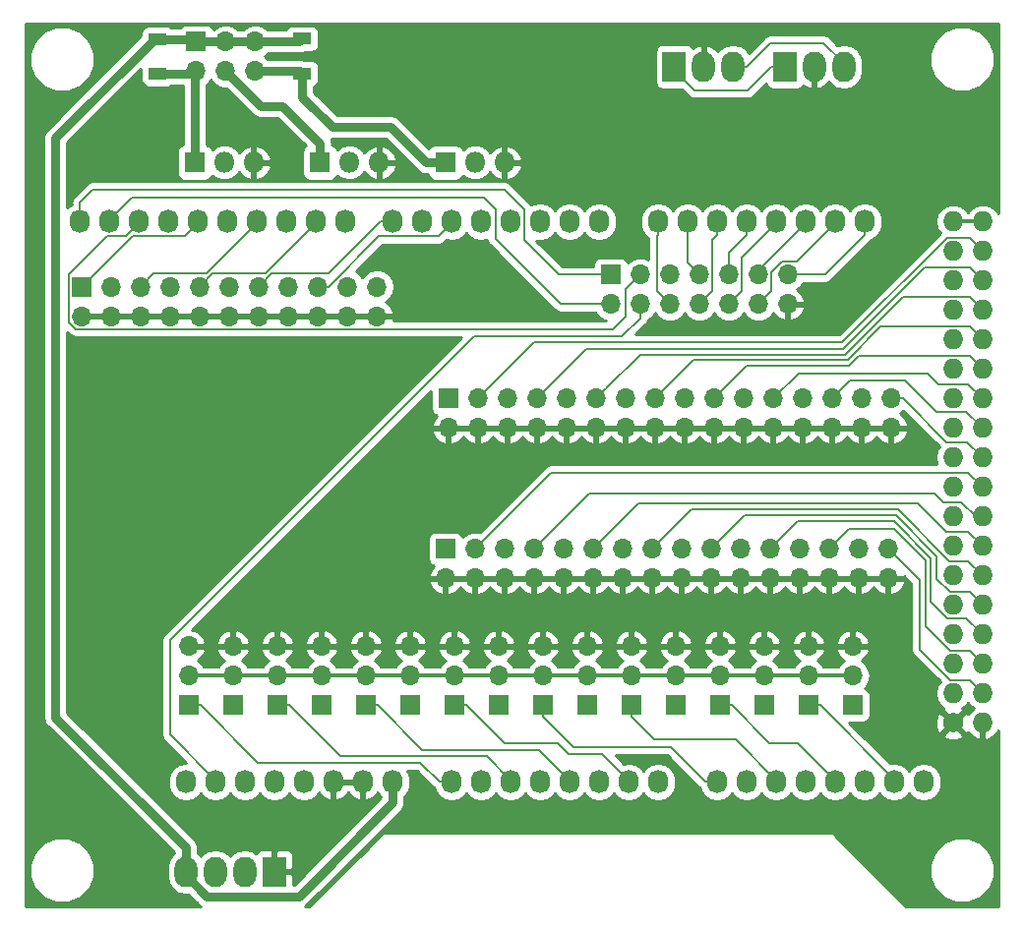
<source format=gbl>
G04 #@! TF.GenerationSoftware,KiCad,Pcbnew,(5.0.0)*
G04 #@! TF.CreationDate,2018-10-06T14:26:38-07:00*
G04 #@! TF.ProjectId,MEGA IO,4D45474120494F2E6B696361645F7063,-*
G04 #@! TF.SameCoordinates,Original*
G04 #@! TF.FileFunction,Copper,L2,Bot,Signal*
G04 #@! TF.FilePolarity,Positive*
%FSLAX46Y46*%
G04 Gerber Fmt 4.6, Leading zero omitted, Abs format (unit mm)*
G04 Created by KiCad (PCBNEW (5.0.0)) date 10/06/18 14:26:38*
%MOMM*%
%LPD*%
G01*
G04 APERTURE LIST*
G04 #@! TA.AperFunction,ComponentPad*
%ADD10R,2.000000X2.600000*%
G04 #@! TD*
G04 #@! TA.AperFunction,ComponentPad*
%ADD11O,2.000000X2.600000*%
G04 #@! TD*
G04 #@! TA.AperFunction,ComponentPad*
%ADD12R,1.700000X1.700000*%
G04 #@! TD*
G04 #@! TA.AperFunction,ComponentPad*
%ADD13O,1.700000X1.700000*%
G04 #@! TD*
G04 #@! TA.AperFunction,SMDPad,CuDef*
%ADD14R,1.600000X1.000000*%
G04 #@! TD*
G04 #@! TA.AperFunction,ComponentPad*
%ADD15R,1.800000X1.800000*%
G04 #@! TD*
G04 #@! TA.AperFunction,ComponentPad*
%ADD16O,1.800000X1.800000*%
G04 #@! TD*
G04 #@! TA.AperFunction,ComponentPad*
%ADD17C,1.727200*%
G04 #@! TD*
G04 #@! TA.AperFunction,ComponentPad*
%ADD18O,1.727200X1.727200*%
G04 #@! TD*
G04 #@! TA.AperFunction,ComponentPad*
%ADD19O,1.727200X2.032000*%
G04 #@! TD*
G04 #@! TA.AperFunction,Conductor*
%ADD20C,0.152400*%
G04 #@! TD*
G04 #@! TA.AperFunction,Conductor*
%ADD21C,0.304800*%
G04 #@! TD*
G04 #@! TA.AperFunction,Conductor*
%ADD22C,0.762000*%
G04 #@! TD*
G04 #@! TA.AperFunction,Conductor*
%ADD23C,0.254000*%
G04 #@! TD*
G04 APERTURE END LIST*
D10*
G04 #@! TO.P,J1,1*
G04 #@! TO.N,GND*
X136398000Y-126873000D03*
D11*
G04 #@! TO.P,J1,2*
G04 #@! TO.N,+3V3*
X133858000Y-126873000D03*
G04 #@! TO.P,J1,3*
G04 #@! TO.N,+5V*
X131318000Y-126873000D03*
G04 #@! TO.P,J1,4*
G04 #@! TO.N,+12V*
X128778000Y-126873000D03*
G04 #@! TD*
D12*
G04 #@! TO.P,J23,1*
G04 #@! TO.N,+12V*
X129667000Y-55372000D03*
D13*
G04 #@! TO.P,J23,2*
G04 #@! TO.N,Net-(D3-Pad2)*
X129667000Y-57912000D03*
G04 #@! TO.P,J23,3*
G04 #@! TO.N,+12V*
X132207000Y-55372000D03*
G04 #@! TO.P,J23,4*
G04 #@! TO.N,Net-(D2-Pad2)*
X132207000Y-57912000D03*
G04 #@! TO.P,J23,5*
G04 #@! TO.N,+12V*
X134747000Y-55372000D03*
G04 #@! TO.P,J23,6*
G04 #@! TO.N,Net-(D1-Pad2)*
X134747000Y-57912000D03*
G04 #@! TD*
D14*
G04 #@! TO.P,D1,1*
G04 #@! TO.N,+12V*
X138800000Y-55118000D03*
G04 #@! TO.P,D1,2*
G04 #@! TO.N,Net-(D1-Pad2)*
X138800000Y-58118000D03*
G04 #@! TD*
G04 #@! TO.P,D3,1*
G04 #@! TO.N,+12V*
X126365000Y-55142000D03*
G04 #@! TO.P,D3,2*
G04 #@! TO.N,Net-(D3-Pad2)*
X126365000Y-58142000D03*
G04 #@! TD*
D15*
G04 #@! TO.P,Q2,1*
G04 #@! TO.N,Net-(D2-Pad2)*
X140335000Y-65786000D03*
D16*
G04 #@! TO.P,Q2,2*
G04 #@! TO.N,Net-(Q2-Pad2)*
X142875000Y-65786000D03*
G04 #@! TO.P,Q2,3*
G04 #@! TO.N,GND*
X145415000Y-65786000D03*
G04 #@! TD*
D17*
G04 #@! TO.P,P1,1*
G04 #@! TO.N,GND*
X194818000Y-114046000D03*
D18*
G04 #@! TO.P,P1,2*
X197358000Y-114046000D03*
G04 #@! TO.P,P1,3*
G04 #@! TO.N,/52(SCK)*
X194818000Y-111506000D03*
G04 #@! TO.P,P1,4*
G04 #@! TO.N,/53(SS)*
X197358000Y-111506000D03*
G04 #@! TO.P,P1,5*
G04 #@! TO.N,/50(MISO)*
X194818000Y-108966000D03*
G04 #@! TO.P,P1,6*
G04 #@! TO.N,/51(MOSI)*
X197358000Y-108966000D03*
G04 #@! TO.P,P1,7*
G04 #@! TO.N,/48*
X194818000Y-106426000D03*
G04 #@! TO.P,P1,8*
G04 #@! TO.N,/49*
X197358000Y-106426000D03*
G04 #@! TO.P,P1,9*
G04 #@! TO.N,/46*
X194818000Y-103886000D03*
G04 #@! TO.P,P1,10*
G04 #@! TO.N,/47*
X197358000Y-103886000D03*
G04 #@! TO.P,P1,11*
G04 #@! TO.N,/44*
X194818000Y-101346000D03*
G04 #@! TO.P,P1,12*
G04 #@! TO.N,/45*
X197358000Y-101346000D03*
G04 #@! TO.P,P1,13*
G04 #@! TO.N,/42*
X194818000Y-98806000D03*
G04 #@! TO.P,P1,14*
G04 #@! TO.N,/43*
X197358000Y-98806000D03*
G04 #@! TO.P,P1,15*
G04 #@! TO.N,/40*
X194818000Y-96266000D03*
G04 #@! TO.P,P1,16*
G04 #@! TO.N,/41*
X197358000Y-96266000D03*
G04 #@! TO.P,P1,17*
G04 #@! TO.N,/38*
X194818000Y-93726000D03*
G04 #@! TO.P,P1,18*
G04 #@! TO.N,/39*
X197358000Y-93726000D03*
G04 #@! TO.P,P1,19*
G04 #@! TO.N,/36*
X194818000Y-91186000D03*
G04 #@! TO.P,P1,20*
G04 #@! TO.N,/37*
X197358000Y-91186000D03*
G04 #@! TO.P,P1,21*
G04 #@! TO.N,/34*
X194818000Y-88646000D03*
G04 #@! TO.P,P1,22*
G04 #@! TO.N,/35*
X197358000Y-88646000D03*
G04 #@! TO.P,P1,23*
G04 #@! TO.N,/32*
X194818000Y-86106000D03*
G04 #@! TO.P,P1,24*
G04 #@! TO.N,/33*
X197358000Y-86106000D03*
G04 #@! TO.P,P1,25*
G04 #@! TO.N,/30*
X194818000Y-83566000D03*
G04 #@! TO.P,P1,26*
G04 #@! TO.N,/31*
X197358000Y-83566000D03*
G04 #@! TO.P,P1,27*
G04 #@! TO.N,/28*
X194818000Y-81026000D03*
G04 #@! TO.P,P1,28*
G04 #@! TO.N,/29*
X197358000Y-81026000D03*
G04 #@! TO.P,P1,29*
G04 #@! TO.N,/26*
X194818000Y-78486000D03*
G04 #@! TO.P,P1,30*
G04 #@! TO.N,/27*
X197358000Y-78486000D03*
G04 #@! TO.P,P1,31*
G04 #@! TO.N,/24*
X194818000Y-75946000D03*
G04 #@! TO.P,P1,32*
G04 #@! TO.N,/25*
X197358000Y-75946000D03*
G04 #@! TO.P,P1,33*
G04 #@! TO.N,/22*
X194818000Y-73406000D03*
G04 #@! TO.P,P1,34*
G04 #@! TO.N,/23*
X197358000Y-73406000D03*
G04 #@! TO.P,P1,35*
G04 #@! TO.N,+5V*
X194818000Y-70866000D03*
G04 #@! TO.P,P1,36*
X197358000Y-70866000D03*
G04 #@! TD*
D19*
G04 #@! TO.P,P2,1*
G04 #@! TO.N,Net-(P2-Pad1)*
X128778000Y-119126000D03*
G04 #@! TO.P,P2,2*
G04 #@! TO.N,/IOREF*
X131318000Y-119126000D03*
G04 #@! TO.P,P2,3*
G04 #@! TO.N,/Reset*
X133858000Y-119126000D03*
G04 #@! TO.P,P2,4*
G04 #@! TO.N,+3V3*
X136398000Y-119126000D03*
G04 #@! TO.P,P2,5*
G04 #@! TO.N,+5V*
X138938000Y-119126000D03*
G04 #@! TO.P,P2,6*
G04 #@! TO.N,GND*
X141478000Y-119126000D03*
G04 #@! TO.P,P2,7*
X144018000Y-119126000D03*
G04 #@! TO.P,P2,8*
G04 #@! TO.N,+12V*
X146558000Y-119126000D03*
G04 #@! TD*
G04 #@! TO.P,P3,1*
G04 #@! TO.N,/A0*
X151638000Y-119126000D03*
G04 #@! TO.P,P3,2*
G04 #@! TO.N,/A1*
X154178000Y-119126000D03*
G04 #@! TO.P,P3,3*
G04 #@! TO.N,/A2*
X156718000Y-119126000D03*
G04 #@! TO.P,P3,4*
G04 #@! TO.N,/A3*
X159258000Y-119126000D03*
G04 #@! TO.P,P3,5*
G04 #@! TO.N,/A4*
X161798000Y-119126000D03*
G04 #@! TO.P,P3,6*
G04 #@! TO.N,/A5*
X164338000Y-119126000D03*
G04 #@! TO.P,P3,7*
G04 #@! TO.N,/A6*
X166878000Y-119126000D03*
G04 #@! TO.P,P3,8*
G04 #@! TO.N,/A7*
X169418000Y-119126000D03*
G04 #@! TD*
G04 #@! TO.P,P4,1*
G04 #@! TO.N,/A8*
X174498000Y-119126000D03*
G04 #@! TO.P,P4,2*
G04 #@! TO.N,/A9*
X177038000Y-119126000D03*
G04 #@! TO.P,P4,3*
G04 #@! TO.N,/A10*
X179578000Y-119126000D03*
G04 #@! TO.P,P4,4*
G04 #@! TO.N,/A11*
X182118000Y-119126000D03*
G04 #@! TO.P,P4,5*
G04 #@! TO.N,/A12*
X184658000Y-119126000D03*
G04 #@! TO.P,P4,6*
G04 #@! TO.N,/A13*
X187198000Y-119126000D03*
G04 #@! TO.P,P4,7*
G04 #@! TO.N,/A14*
X189738000Y-119126000D03*
G04 #@! TO.P,P4,8*
G04 #@! TO.N,/A15*
X192278000Y-119126000D03*
G04 #@! TD*
G04 #@! TO.P,P5,1*
G04 #@! TO.N,/SCL*
X119634000Y-70866000D03*
G04 #@! TO.P,P5,2*
G04 #@! TO.N,/SDA*
X122174000Y-70866000D03*
G04 #@! TO.P,P5,3*
G04 #@! TO.N,/AREF*
X124714000Y-70866000D03*
G04 #@! TO.P,P5,4*
G04 #@! TO.N,GND*
X127254000Y-70866000D03*
G04 #@! TO.P,P5,5*
G04 #@! TO.N,/13(\002A\002A)*
X129794000Y-70866000D03*
G04 #@! TO.P,P5,6*
G04 #@! TO.N,/12(\002A\002A)*
X132334000Y-70866000D03*
G04 #@! TO.P,P5,7*
G04 #@! TO.N,/11(\002A\002A)*
X134874000Y-70866000D03*
G04 #@! TO.P,P5,8*
G04 #@! TO.N,/10(\002A\002A)*
X137414000Y-70866000D03*
G04 #@! TO.P,P5,9*
G04 #@! TO.N,/9(\002A\002A)*
X139954000Y-70866000D03*
G04 #@! TO.P,P5,10*
G04 #@! TO.N,/8(\002A\002A)*
X142494000Y-70866000D03*
G04 #@! TD*
G04 #@! TO.P,P6,1*
G04 #@! TO.N,/7(\002A\002A)*
X146558000Y-70866000D03*
G04 #@! TO.P,P6,2*
G04 #@! TO.N,/6(\002A\002A)*
X149098000Y-70866000D03*
G04 #@! TO.P,P6,3*
G04 #@! TO.N,/5(\002A\002A)*
X151638000Y-70866000D03*
G04 #@! TO.P,P6,4*
G04 #@! TO.N,/4(\002A\002A)*
X154178000Y-70866000D03*
G04 #@! TO.P,P6,5*
G04 #@! TO.N,/3(\002A\002A)*
X156718000Y-70866000D03*
G04 #@! TO.P,P6,6*
G04 #@! TO.N,/2(\002A\002A)*
X159258000Y-70866000D03*
G04 #@! TO.P,P6,7*
G04 #@! TO.N,/1(Tx0)*
X161798000Y-70866000D03*
G04 #@! TO.P,P6,8*
G04 #@! TO.N,/0(Rx0)*
X164338000Y-70866000D03*
G04 #@! TD*
G04 #@! TO.P,P7,1*
G04 #@! TO.N,/14(Tx3)*
X169418000Y-70866000D03*
G04 #@! TO.P,P7,2*
G04 #@! TO.N,/15(Rx3)*
X171958000Y-70866000D03*
G04 #@! TO.P,P7,3*
G04 #@! TO.N,/16(Tx2)*
X174498000Y-70866000D03*
G04 #@! TO.P,P7,4*
G04 #@! TO.N,/17(Rx2)*
X177038000Y-70866000D03*
G04 #@! TO.P,P7,5*
G04 #@! TO.N,/18(Tx1)*
X179578000Y-70866000D03*
G04 #@! TO.P,P7,6*
G04 #@! TO.N,/19(Rx1)*
X182118000Y-70866000D03*
G04 #@! TO.P,P7,7*
G04 #@! TO.N,/20(SDA)*
X184658000Y-70866000D03*
G04 #@! TO.P,P7,8*
G04 #@! TO.N,/21(SCL)*
X187198000Y-70866000D03*
G04 #@! TD*
D10*
G04 #@! TO.P,J2,1*
G04 #@! TO.N,Net-(J2-Pad1)*
X170815000Y-57531000D03*
D11*
G04 #@! TO.P,J2,2*
G04 #@! TO.N,GND*
X173355000Y-57531000D03*
G04 #@! TO.P,J2,3*
G04 #@! TO.N,Net-(J2-Pad3)*
X175895000Y-57531000D03*
G04 #@! TD*
D10*
G04 #@! TO.P,J3,1*
G04 #@! TO.N,Net-(J2-Pad1)*
X180340000Y-57531000D03*
D11*
G04 #@! TO.P,J3,2*
G04 #@! TO.N,GND*
X182880000Y-57531000D03*
G04 #@! TO.P,J3,3*
G04 #@! TO.N,Net-(J2-Pad3)*
X185420000Y-57531000D03*
G04 #@! TD*
D15*
G04 #@! TO.P,Q1,1*
G04 #@! TO.N,Net-(D3-Pad2)*
X129540000Y-65786000D03*
D16*
G04 #@! TO.P,Q1,2*
G04 #@! TO.N,Net-(Q1-Pad2)*
X132080000Y-65786000D03*
G04 #@! TO.P,Q1,3*
G04 #@! TO.N,GND*
X134620000Y-65786000D03*
G04 #@! TD*
D15*
G04 #@! TO.P,Q3,1*
G04 #@! TO.N,Net-(D1-Pad2)*
X151130000Y-65786000D03*
D16*
G04 #@! TO.P,Q3,2*
G04 #@! TO.N,Net-(Q3-Pad2)*
X153670000Y-65786000D03*
G04 #@! TO.P,Q3,3*
G04 #@! TO.N,GND*
X156210000Y-65786000D03*
G04 #@! TD*
D12*
G04 #@! TO.P,J4,1*
G04 #@! TO.N,/13(\002A\002A)*
X119840000Y-76470000D03*
D13*
G04 #@! TO.P,J4,2*
G04 #@! TO.N,GND*
X119840000Y-79010000D03*
G04 #@! TO.P,J4,3*
G04 #@! TO.N,/12(\002A\002A)*
X122380000Y-76470000D03*
G04 #@! TO.P,J4,4*
G04 #@! TO.N,GND*
X122380000Y-79010000D03*
G04 #@! TO.P,J4,5*
G04 #@! TO.N,/11(\002A\002A)*
X124920000Y-76470000D03*
G04 #@! TO.P,J4,6*
G04 #@! TO.N,GND*
X124920000Y-79010000D03*
G04 #@! TO.P,J4,7*
G04 #@! TO.N,/10(\002A\002A)*
X127460000Y-76470000D03*
G04 #@! TO.P,J4,8*
G04 #@! TO.N,GND*
X127460000Y-79010000D03*
G04 #@! TO.P,J4,9*
G04 #@! TO.N,/9(\002A\002A)*
X130000000Y-76470000D03*
G04 #@! TO.P,J4,10*
G04 #@! TO.N,GND*
X130000000Y-79010000D03*
G04 #@! TO.P,J4,11*
G04 #@! TO.N,/8(\002A\002A)*
X132540000Y-76470000D03*
G04 #@! TO.P,J4,12*
G04 #@! TO.N,GND*
X132540000Y-79010000D03*
G04 #@! TO.P,J4,13*
G04 #@! TO.N,/7(\002A\002A)*
X135080000Y-76470000D03*
G04 #@! TO.P,J4,14*
G04 #@! TO.N,GND*
X135080000Y-79010000D03*
G04 #@! TO.P,J4,15*
G04 #@! TO.N,/6(\002A\002A)*
X137620000Y-76470000D03*
G04 #@! TO.P,J4,16*
G04 #@! TO.N,GND*
X137620000Y-79010000D03*
G04 #@! TO.P,J4,17*
G04 #@! TO.N,/5(\002A\002A)*
X140160000Y-76470000D03*
G04 #@! TO.P,J4,18*
G04 #@! TO.N,GND*
X140160000Y-79010000D03*
G04 #@! TO.P,J4,19*
G04 #@! TO.N,/4(\002A\002A)*
X142700000Y-76470000D03*
G04 #@! TO.P,J4,20*
G04 #@! TO.N,GND*
X142700000Y-79010000D03*
G04 #@! TO.P,J4,21*
G04 #@! TO.N,/3(\002A\002A)*
X145240000Y-76470000D03*
G04 #@! TO.P,J4,22*
G04 #@! TO.N,GND*
X145240000Y-79010000D03*
G04 #@! TD*
D12*
G04 #@! TO.P,J5,1*
G04 #@! TO.N,/22*
X151384000Y-86106000D03*
D13*
G04 #@! TO.P,J5,2*
G04 #@! TO.N,GND*
X151384000Y-88646000D03*
G04 #@! TO.P,J5,3*
G04 #@! TO.N,/23*
X153924000Y-86106000D03*
G04 #@! TO.P,J5,4*
G04 #@! TO.N,GND*
X153924000Y-88646000D03*
G04 #@! TO.P,J5,5*
G04 #@! TO.N,/24*
X156464000Y-86106000D03*
G04 #@! TO.P,J5,6*
G04 #@! TO.N,GND*
X156464000Y-88646000D03*
G04 #@! TO.P,J5,7*
G04 #@! TO.N,/25*
X159004000Y-86106000D03*
G04 #@! TO.P,J5,8*
G04 #@! TO.N,GND*
X159004000Y-88646000D03*
G04 #@! TO.P,J5,9*
G04 #@! TO.N,/26*
X161544000Y-86106000D03*
G04 #@! TO.P,J5,10*
G04 #@! TO.N,GND*
X161544000Y-88646000D03*
G04 #@! TO.P,J5,11*
G04 #@! TO.N,/27*
X164084000Y-86106000D03*
G04 #@! TO.P,J5,12*
G04 #@! TO.N,GND*
X164084000Y-88646000D03*
G04 #@! TO.P,J5,13*
G04 #@! TO.N,/28*
X166624000Y-86106000D03*
G04 #@! TO.P,J5,14*
G04 #@! TO.N,GND*
X166624000Y-88646000D03*
G04 #@! TO.P,J5,15*
G04 #@! TO.N,/29*
X169164000Y-86106000D03*
G04 #@! TO.P,J5,16*
G04 #@! TO.N,GND*
X169164000Y-88646000D03*
G04 #@! TO.P,J5,17*
G04 #@! TO.N,/30*
X171704000Y-86106000D03*
G04 #@! TO.P,J5,18*
G04 #@! TO.N,GND*
X171704000Y-88646000D03*
G04 #@! TO.P,J5,19*
G04 #@! TO.N,/31*
X174244000Y-86106000D03*
G04 #@! TO.P,J5,20*
G04 #@! TO.N,GND*
X174244000Y-88646000D03*
G04 #@! TO.P,J5,21*
G04 #@! TO.N,/32*
X176784000Y-86106000D03*
G04 #@! TO.P,J5,22*
G04 #@! TO.N,GND*
X176784000Y-88646000D03*
G04 #@! TO.P,J5,23*
G04 #@! TO.N,/33*
X179324000Y-86106000D03*
G04 #@! TO.P,J5,24*
G04 #@! TO.N,GND*
X179324000Y-88646000D03*
G04 #@! TO.P,J5,25*
G04 #@! TO.N,/34*
X181864000Y-86106000D03*
G04 #@! TO.P,J5,26*
G04 #@! TO.N,GND*
X181864000Y-88646000D03*
G04 #@! TO.P,J5,27*
G04 #@! TO.N,/35*
X184404000Y-86106000D03*
G04 #@! TO.P,J5,28*
G04 #@! TO.N,GND*
X184404000Y-88646000D03*
G04 #@! TO.P,J5,29*
G04 #@! TO.N,/36*
X186944000Y-86106000D03*
G04 #@! TO.P,J5,30*
G04 #@! TO.N,GND*
X186944000Y-88646000D03*
G04 #@! TO.P,J5,31*
G04 #@! TO.N,/37*
X189484000Y-86106000D03*
G04 #@! TO.P,J5,32*
G04 #@! TO.N,GND*
X189484000Y-88646000D03*
G04 #@! TD*
D12*
G04 #@! TO.P,J6,1*
G04 #@! TO.N,/38*
X151130000Y-99060000D03*
D13*
G04 #@! TO.P,J6,2*
G04 #@! TO.N,GND*
X151130000Y-101600000D03*
G04 #@! TO.P,J6,3*
G04 #@! TO.N,/39*
X153670000Y-99060000D03*
G04 #@! TO.P,J6,4*
G04 #@! TO.N,GND*
X153670000Y-101600000D03*
G04 #@! TO.P,J6,5*
G04 #@! TO.N,/40*
X156210000Y-99060000D03*
G04 #@! TO.P,J6,6*
G04 #@! TO.N,GND*
X156210000Y-101600000D03*
G04 #@! TO.P,J6,7*
G04 #@! TO.N,/41*
X158750000Y-99060000D03*
G04 #@! TO.P,J6,8*
G04 #@! TO.N,GND*
X158750000Y-101600000D03*
G04 #@! TO.P,J6,9*
G04 #@! TO.N,/42*
X161290000Y-99060000D03*
G04 #@! TO.P,J6,10*
G04 #@! TO.N,GND*
X161290000Y-101600000D03*
G04 #@! TO.P,J6,11*
G04 #@! TO.N,/43*
X163830000Y-99060000D03*
G04 #@! TO.P,J6,12*
G04 #@! TO.N,GND*
X163830000Y-101600000D03*
G04 #@! TO.P,J6,13*
G04 #@! TO.N,/44*
X166370000Y-99060000D03*
G04 #@! TO.P,J6,14*
G04 #@! TO.N,GND*
X166370000Y-101600000D03*
G04 #@! TO.P,J6,15*
G04 #@! TO.N,/45*
X168910000Y-99060000D03*
G04 #@! TO.P,J6,16*
G04 #@! TO.N,GND*
X168910000Y-101600000D03*
G04 #@! TO.P,J6,17*
G04 #@! TO.N,/46*
X171450000Y-99060000D03*
G04 #@! TO.P,J6,18*
G04 #@! TO.N,GND*
X171450000Y-101600000D03*
G04 #@! TO.P,J6,19*
G04 #@! TO.N,/47*
X173990000Y-99060000D03*
G04 #@! TO.P,J6,20*
G04 #@! TO.N,GND*
X173990000Y-101600000D03*
G04 #@! TO.P,J6,21*
G04 #@! TO.N,/48*
X176530000Y-99060000D03*
G04 #@! TO.P,J6,22*
G04 #@! TO.N,GND*
X176530000Y-101600000D03*
G04 #@! TO.P,J6,23*
G04 #@! TO.N,/49*
X179070000Y-99060000D03*
G04 #@! TO.P,J6,24*
G04 #@! TO.N,GND*
X179070000Y-101600000D03*
G04 #@! TO.P,J6,25*
G04 #@! TO.N,/50(MISO)*
X181610000Y-99060000D03*
G04 #@! TO.P,J6,26*
G04 #@! TO.N,GND*
X181610000Y-101600000D03*
G04 #@! TO.P,J6,27*
G04 #@! TO.N,/51(MOSI)*
X184150000Y-99060000D03*
G04 #@! TO.P,J6,28*
G04 #@! TO.N,GND*
X184150000Y-101600000D03*
G04 #@! TO.P,J6,29*
G04 #@! TO.N,/52(SCK)*
X186690000Y-99060000D03*
G04 #@! TO.P,J6,30*
G04 #@! TO.N,GND*
X186690000Y-101600000D03*
G04 #@! TO.P,J6,31*
G04 #@! TO.N,/53(SS)*
X189230000Y-99060000D03*
G04 #@! TO.P,J6,32*
G04 #@! TO.N,GND*
X189230000Y-101600000D03*
G04 #@! TD*
D12*
G04 #@! TO.P,J7,1*
G04 #@! TO.N,/A0*
X129032000Y-112522000D03*
D13*
G04 #@! TO.P,J7,2*
G04 #@! TO.N,+5V*
X129032000Y-109982000D03*
G04 #@! TO.P,J7,3*
G04 #@! TO.N,GND*
X129032000Y-107442000D03*
G04 #@! TD*
D12*
G04 #@! TO.P,J8,1*
G04 #@! TO.N,/A1*
X132842000Y-112522000D03*
D13*
G04 #@! TO.P,J8,2*
G04 #@! TO.N,+5V*
X132842000Y-109982000D03*
G04 #@! TO.P,J8,3*
G04 #@! TO.N,GND*
X132842000Y-107442000D03*
G04 #@! TD*
D12*
G04 #@! TO.P,J9,1*
G04 #@! TO.N,/A2*
X136652000Y-112522000D03*
D13*
G04 #@! TO.P,J9,2*
G04 #@! TO.N,+5V*
X136652000Y-109982000D03*
G04 #@! TO.P,J9,3*
G04 #@! TO.N,GND*
X136652000Y-107442000D03*
G04 #@! TD*
D12*
G04 #@! TO.P,J10,1*
G04 #@! TO.N,/A3*
X140462000Y-112522000D03*
D13*
G04 #@! TO.P,J10,2*
G04 #@! TO.N,+5V*
X140462000Y-109982000D03*
G04 #@! TO.P,J10,3*
G04 #@! TO.N,GND*
X140462000Y-107442000D03*
G04 #@! TD*
D12*
G04 #@! TO.P,J11,1*
G04 #@! TO.N,/A4*
X144272000Y-112522000D03*
D13*
G04 #@! TO.P,J11,2*
G04 #@! TO.N,+5V*
X144272000Y-109982000D03*
G04 #@! TO.P,J11,3*
G04 #@! TO.N,GND*
X144272000Y-107442000D03*
G04 #@! TD*
D12*
G04 #@! TO.P,J12,1*
G04 #@! TO.N,/A5*
X148082000Y-112522000D03*
D13*
G04 #@! TO.P,J12,2*
G04 #@! TO.N,+5V*
X148082000Y-109982000D03*
G04 #@! TO.P,J12,3*
G04 #@! TO.N,GND*
X148082000Y-107442000D03*
G04 #@! TD*
D12*
G04 #@! TO.P,J13,1*
G04 #@! TO.N,/A6*
X151892000Y-112522000D03*
D13*
G04 #@! TO.P,J13,2*
G04 #@! TO.N,+5V*
X151892000Y-109982000D03*
G04 #@! TO.P,J13,3*
G04 #@! TO.N,GND*
X151892000Y-107442000D03*
G04 #@! TD*
D12*
G04 #@! TO.P,J14,1*
G04 #@! TO.N,/A7*
X155702000Y-112522000D03*
D13*
G04 #@! TO.P,J14,2*
G04 #@! TO.N,+5V*
X155702000Y-109982000D03*
G04 #@! TO.P,J14,3*
G04 #@! TO.N,GND*
X155702000Y-107442000D03*
G04 #@! TD*
D12*
G04 #@! TO.P,J15,1*
G04 #@! TO.N,/A8*
X159512000Y-112522000D03*
D13*
G04 #@! TO.P,J15,2*
G04 #@! TO.N,+5V*
X159512000Y-109982000D03*
G04 #@! TO.P,J15,3*
G04 #@! TO.N,GND*
X159512000Y-107442000D03*
G04 #@! TD*
D12*
G04 #@! TO.P,J16,1*
G04 #@! TO.N,/A9*
X163322000Y-112522000D03*
D13*
G04 #@! TO.P,J16,2*
G04 #@! TO.N,+5V*
X163322000Y-109982000D03*
G04 #@! TO.P,J16,3*
G04 #@! TO.N,GND*
X163322000Y-107442000D03*
G04 #@! TD*
D12*
G04 #@! TO.P,J17,1*
G04 #@! TO.N,/A10*
X167132000Y-112522000D03*
D13*
G04 #@! TO.P,J17,2*
G04 #@! TO.N,+5V*
X167132000Y-109982000D03*
G04 #@! TO.P,J17,3*
G04 #@! TO.N,GND*
X167132000Y-107442000D03*
G04 #@! TD*
D12*
G04 #@! TO.P,J18,1*
G04 #@! TO.N,/A11*
X170942000Y-112522000D03*
D13*
G04 #@! TO.P,J18,2*
G04 #@! TO.N,+5V*
X170942000Y-109982000D03*
G04 #@! TO.P,J18,3*
G04 #@! TO.N,GND*
X170942000Y-107442000D03*
G04 #@! TD*
D12*
G04 #@! TO.P,J19,1*
G04 #@! TO.N,/A12*
X174752000Y-112522000D03*
D13*
G04 #@! TO.P,J19,2*
G04 #@! TO.N,+5V*
X174752000Y-109982000D03*
G04 #@! TO.P,J19,3*
G04 #@! TO.N,GND*
X174752000Y-107442000D03*
G04 #@! TD*
D12*
G04 #@! TO.P,J20,1*
G04 #@! TO.N,/A13*
X178562000Y-112522000D03*
D13*
G04 #@! TO.P,J20,2*
G04 #@! TO.N,+5V*
X178562000Y-109982000D03*
G04 #@! TO.P,J20,3*
G04 #@! TO.N,GND*
X178562000Y-107442000D03*
G04 #@! TD*
D12*
G04 #@! TO.P,J21,1*
G04 #@! TO.N,/A14*
X182372000Y-112522000D03*
D13*
G04 #@! TO.P,J21,2*
G04 #@! TO.N,+5V*
X182372000Y-109982000D03*
G04 #@! TO.P,J21,3*
G04 #@! TO.N,GND*
X182372000Y-107442000D03*
G04 #@! TD*
D12*
G04 #@! TO.P,J22,1*
G04 #@! TO.N,/A15*
X186182000Y-112522000D03*
D13*
G04 #@! TO.P,J22,2*
G04 #@! TO.N,+5V*
X186182000Y-109982000D03*
G04 #@! TO.P,J22,3*
G04 #@! TO.N,GND*
X186182000Y-107442000D03*
G04 #@! TD*
D12*
G04 #@! TO.P,J24,1*
G04 #@! TO.N,/SCL*
X165354000Y-75438000D03*
D13*
G04 #@! TO.P,J24,2*
G04 #@! TO.N,/SDA*
X165354000Y-77978000D03*
G04 #@! TO.P,J24,3*
G04 #@! TO.N,/AREF*
X167894000Y-75438000D03*
G04 #@! TO.P,J24,4*
G04 #@! TO.N,/IOREF*
X167894000Y-77978000D03*
G04 #@! TO.P,J24,5*
G04 #@! TO.N,/Reset*
X170434000Y-75438000D03*
G04 #@! TO.P,J24,6*
G04 #@! TO.N,/14(Tx3)*
X170434000Y-77978000D03*
G04 #@! TO.P,J24,7*
G04 #@! TO.N,/15(Rx3)*
X172974000Y-75438000D03*
G04 #@! TO.P,J24,8*
G04 #@! TO.N,/16(Tx2)*
X172974000Y-77978000D03*
G04 #@! TO.P,J24,9*
G04 #@! TO.N,/17(Rx2)*
X175514000Y-75438000D03*
G04 #@! TO.P,J24,10*
G04 #@! TO.N,/18(Tx1)*
X175514000Y-77978000D03*
G04 #@! TO.P,J24,11*
G04 #@! TO.N,/19(Rx1)*
X178054000Y-75438000D03*
G04 #@! TO.P,J24,12*
G04 #@! TO.N,/20(SDA)*
X178054000Y-77978000D03*
G04 #@! TO.P,J24,13*
G04 #@! TO.N,/21(SCL)*
X180594000Y-75438000D03*
G04 #@! TO.P,J24,14*
G04 #@! TO.N,GND*
X180594000Y-77978000D03*
G04 #@! TD*
D20*
G04 #@! TO.N,/53(SS)*
X197358000Y-111506000D02*
X196240399Y-110388399D01*
X191929679Y-101759679D02*
X189230000Y-99060000D01*
X196240399Y-110388399D02*
X194586349Y-110388399D01*
X194586349Y-110388399D02*
X191929679Y-107731729D01*
X191929679Y-107731729D02*
X191929679Y-101759679D01*
G04 #@! TO.N,/51(MOSI)*
X197358000Y-108966000D02*
X196240399Y-107848399D01*
X185842713Y-97367287D02*
X184150000Y-99060000D01*
X196240399Y-107848399D02*
X194586349Y-107848399D01*
X194586349Y-107848399D02*
X192422116Y-105684166D01*
X192422116Y-105684166D02*
X192422116Y-100032970D01*
X192422116Y-100032970D02*
X189756433Y-97367287D01*
X189756433Y-97367287D02*
X185842713Y-97367287D01*
G04 #@! TO.N,/49*
X197358000Y-106426000D02*
X195935601Y-105003601D01*
X195935601Y-105003601D02*
X194281551Y-105003601D01*
X194281551Y-105003601D02*
X192914554Y-103636604D01*
X189772076Y-96697800D02*
X181432200Y-96697800D01*
X181432200Y-96697800D02*
X179070000Y-99060000D01*
X192914554Y-103636604D02*
X192914554Y-99840278D01*
X192914554Y-99840278D02*
X189772076Y-96697800D01*
G04 #@! TO.N,/47*
X197358000Y-103886000D02*
X196240399Y-102768399D01*
X176889787Y-96160213D02*
X173990000Y-99060000D01*
X196240399Y-102768399D02*
X194538599Y-102768399D01*
X194538599Y-102768399D02*
X193421000Y-101650800D01*
X193421000Y-101650800D02*
X193421000Y-99704414D01*
X193421000Y-99704414D02*
X189876799Y-96160213D01*
X189876799Y-96160213D02*
X176889787Y-96160213D01*
G04 #@! TO.N,/45*
X197358000Y-101346000D02*
X196113400Y-100101400D01*
X196113400Y-100101400D02*
X194462400Y-100101400D01*
X194462400Y-100101400D02*
X190046298Y-95685298D01*
X190046298Y-95685298D02*
X172284702Y-95685298D01*
X172284702Y-95685298D02*
X168910000Y-99060000D01*
G04 #@! TO.N,/43*
X197358000Y-98806000D02*
X196113367Y-97561367D01*
X194233767Y-97561367D02*
X191803631Y-95131231D01*
X196113367Y-97561367D02*
X194233767Y-97561367D01*
X191803631Y-95131231D02*
X167758769Y-95131231D01*
X167758769Y-95131231D02*
X163830000Y-99060000D01*
G04 #@! TO.N,/41*
X197358000Y-96266000D02*
X196766407Y-96266000D01*
X195532701Y-95032293D02*
X193982395Y-95032293D01*
X196766407Y-96266000D02*
X195532701Y-95032293D01*
X193982395Y-95032293D02*
X193239982Y-94289880D01*
X193239982Y-94289880D02*
X163520120Y-94289880D01*
X163520120Y-94289880D02*
X158750000Y-99060000D01*
G04 #@! TO.N,/39*
X197358000Y-93726000D02*
X196129090Y-92497090D01*
X196129090Y-92497090D02*
X160232910Y-92497090D01*
X160232910Y-92497090D02*
X153670000Y-99060000D01*
G04 #@! TO.N,/37*
X197358000Y-91186000D02*
X196037200Y-89865200D01*
X196037200Y-89865200D02*
X194233800Y-89865200D01*
X194233800Y-89865200D02*
X190474600Y-86106000D01*
X190474600Y-86106000D02*
X189484000Y-86106000D01*
G04 #@! TO.N,/35*
X197358000Y-88646000D02*
X195951223Y-87239223D01*
X195951223Y-87239223D02*
X193411223Y-87239223D01*
X193411223Y-87239223D02*
X190708018Y-84536018D01*
X190708018Y-84536018D02*
X185973982Y-84536018D01*
X185973982Y-84536018D02*
X184404000Y-86106000D01*
G04 #@! TO.N,/33*
X197358000Y-86106000D02*
X196113400Y-84861400D01*
X181508400Y-83921600D02*
X179324000Y-86106000D01*
X196113400Y-84861400D02*
X193573400Y-84861400D01*
X192633600Y-83921600D02*
X181508400Y-83921600D01*
X193573400Y-84861400D02*
X192633600Y-83921600D01*
G04 #@! TO.N,/31*
X197358000Y-83566000D02*
X196240399Y-82448399D01*
X196240399Y-82448399D02*
X186734415Y-82448399D01*
X186734415Y-82448399D02*
X185892366Y-83290448D01*
X185892366Y-83290448D02*
X177059552Y-83290448D01*
X177059552Y-83290448D02*
X175093999Y-85256001D01*
X175093999Y-85256001D02*
X174244000Y-86106000D01*
G04 #@! TO.N,/29*
X170013999Y-85256001D02*
X169164000Y-86106000D01*
X172511853Y-82758147D02*
X170013999Y-85256001D01*
X197358000Y-81026000D02*
X196240399Y-79908399D01*
X196240399Y-79908399D02*
X188600849Y-79908399D01*
X188600849Y-79908399D02*
X185751101Y-82758147D01*
X185751101Y-82758147D02*
X172511853Y-82758147D01*
G04 #@! TO.N,/27*
X185518921Y-82317623D02*
X167872377Y-82317623D01*
X164933999Y-85256001D02*
X164084000Y-86106000D01*
X190468145Y-77368399D02*
X185518921Y-82317623D01*
X196240399Y-77368399D02*
X190468145Y-77368399D01*
X197358000Y-78486000D02*
X196240399Y-77368399D01*
X167872377Y-82317623D02*
X164933999Y-85256001D01*
G04 #@! TO.N,/25*
X163264575Y-81845425D02*
X159853999Y-85256001D01*
X197358000Y-75946000D02*
X196240399Y-74828399D01*
X196240399Y-74828399D02*
X192346381Y-74828399D01*
X192346381Y-74828399D02*
X185329355Y-81845425D01*
X185329355Y-81845425D02*
X163264575Y-81845425D01*
X159853999Y-85256001D02*
X159004000Y-86106000D01*
G04 #@! TO.N,/23*
X196240399Y-72288399D02*
X194281551Y-72288399D01*
X185281889Y-81288061D02*
X158741939Y-81288061D01*
X197358000Y-73406000D02*
X196240399Y-72288399D01*
X194281551Y-72288399D02*
X185281889Y-81288061D01*
X158741939Y-81288061D02*
X153924000Y-86106000D01*
D21*
G04 #@! TO.N,+5V*
X131318000Y-126873000D02*
X131318000Y-126573000D01*
X138765000Y-119126000D02*
X138938000Y-119126000D01*
X194818000Y-70866000D02*
X197358000Y-70866000D01*
X132842000Y-109982000D02*
X129032000Y-109982000D01*
X136652000Y-109982000D02*
X132842000Y-109982000D01*
X140462000Y-109982000D02*
X136652000Y-109982000D01*
X144272000Y-109982000D02*
X140462000Y-109982000D01*
X148082000Y-109982000D02*
X144272000Y-109982000D01*
X151892000Y-109982000D02*
X148082000Y-109982000D01*
X155702000Y-109982000D02*
X151892000Y-109982000D01*
X159512000Y-109982000D02*
X155702000Y-109982000D01*
X163322000Y-109982000D02*
X159512000Y-109982000D01*
X167132000Y-109982000D02*
X163322000Y-109982000D01*
X170942000Y-109982000D02*
X167132000Y-109982000D01*
X174752000Y-109982000D02*
X170942000Y-109982000D01*
X178562000Y-109982000D02*
X174752000Y-109982000D01*
X182372000Y-109982000D02*
X178562000Y-109982000D01*
X186182000Y-109982000D02*
X182372000Y-109982000D01*
D20*
G04 #@! TO.N,/IOREF*
X167894000Y-77978000D02*
X167894000Y-79180081D01*
X167894000Y-79180081D02*
X166302081Y-80772000D01*
X127395051Y-106938217D02*
X127395051Y-115050651D01*
X166302081Y-80772000D02*
X153561268Y-80772000D01*
X153561268Y-80772000D02*
X127395051Y-106938217D01*
X127395051Y-115050651D02*
X131318000Y-118973600D01*
X131318000Y-118973600D02*
X131318000Y-119126000D01*
G04 #@! TO.N,/A0*
X129032000Y-112522000D02*
X130034400Y-112522000D01*
X130034400Y-112522000D02*
X134962000Y-117449600D01*
X134962000Y-117449600D02*
X148945600Y-117449600D01*
X148945600Y-117449600D02*
X150622000Y-119126000D01*
X150622000Y-119126000D02*
X151638000Y-119126000D01*
G04 #@! TO.N,/A2*
X156718000Y-118973600D02*
X156718000Y-119126000D01*
X136652000Y-112522000D02*
X137654400Y-112522000D01*
X137654400Y-112522000D02*
X142069695Y-116937295D01*
X154681695Y-116937295D02*
X156718000Y-118973600D01*
X142069695Y-116937295D02*
X154681695Y-116937295D01*
G04 #@! TO.N,/A4*
X144272000Y-112522000D02*
X145274400Y-112522000D01*
X145274400Y-112522000D02*
X149134723Y-116382323D01*
X149134723Y-116382323D02*
X159206723Y-116382323D01*
X159206723Y-116382323D02*
X161798000Y-118973600D01*
X161798000Y-118973600D02*
X161798000Y-119126000D01*
G04 #@! TO.N,/A6*
X151892000Y-112522000D02*
X152894400Y-112522000D01*
X152894400Y-112522000D02*
X156193613Y-115821213D01*
X156193613Y-115821213D02*
X160822440Y-115821213D01*
X160822440Y-115821213D02*
X161728096Y-116726869D01*
X161728096Y-116726869D02*
X164631269Y-116726869D01*
X164631269Y-116726869D02*
X166878000Y-118973600D01*
X166878000Y-118973600D02*
X166878000Y-119126000D01*
G04 #@! TO.N,/A8*
X159512000Y-112522000D02*
X159512000Y-113524400D01*
X159512000Y-113524400D02*
X162116400Y-116128800D01*
X162116400Y-116128800D02*
X170484800Y-116128800D01*
X170484800Y-116128800D02*
X173482000Y-119126000D01*
X173482000Y-119126000D02*
X174498000Y-119126000D01*
G04 #@! TO.N,/A10*
X167132000Y-112522000D02*
X167132000Y-113524400D01*
X167132000Y-113524400D02*
X169104622Y-115497022D01*
X169104622Y-115497022D02*
X176101422Y-115497022D01*
X176101422Y-115497022D02*
X179578000Y-118973600D01*
X179578000Y-118973600D02*
X179578000Y-119126000D01*
G04 #@! TO.N,/A12*
X174752000Y-112522000D02*
X175754400Y-112522000D01*
X175754400Y-112522000D02*
X179031000Y-115798600D01*
X179031000Y-115798600D02*
X181483000Y-115798600D01*
X181483000Y-115798600D02*
X184658000Y-118973600D01*
X184658000Y-118973600D02*
X184658000Y-119126000D01*
G04 #@! TO.N,/A14*
X182372000Y-112522000D02*
X183374400Y-112522000D01*
X183374400Y-112522000D02*
X189738000Y-118885600D01*
X189738000Y-118885600D02*
X189738000Y-119126000D01*
G04 #@! TO.N,/SCL*
X165354000Y-75438000D02*
X160909000Y-75438000D01*
X160909000Y-75438000D02*
X157939574Y-72468574D01*
X157939574Y-72468574D02*
X157939574Y-69825383D01*
X157939574Y-69825383D02*
X156209405Y-68095214D01*
X120760786Y-68095214D02*
X119634000Y-69222000D01*
X156209405Y-68095214D02*
X120760786Y-68095214D01*
X119634000Y-69222000D02*
X119634000Y-70866000D01*
X119634000Y-70866000D02*
X119634000Y-70713600D01*
G04 #@! TO.N,/SDA*
X122174000Y-70866000D02*
X122174000Y-70713600D01*
X161036000Y-77978000D02*
X164151919Y-77978000D01*
X122174000Y-70713600D02*
X124104400Y-68783200D01*
X124104400Y-68783200D02*
X154452152Y-68783200D01*
X154452152Y-68783200D02*
X155448000Y-69779048D01*
X155448000Y-69779048D02*
X155448000Y-72390000D01*
X155448000Y-72390000D02*
X161036000Y-77978000D01*
X164151919Y-77978000D02*
X165354000Y-77978000D01*
G04 #@! TO.N,/AREF*
X167894000Y-75438000D02*
X166633116Y-76698884D01*
X119310079Y-80114001D02*
X118735999Y-79539921D01*
X166633116Y-76698884D02*
X166633116Y-79044946D01*
X166633116Y-79044946D02*
X165564061Y-80114001D01*
X165564061Y-80114001D02*
X119310079Y-80114001D01*
X124714000Y-71018400D02*
X124714000Y-70866000D01*
X118735999Y-79539921D02*
X118735999Y-75416799D01*
X118735999Y-75416799D02*
X122016788Y-72136010D01*
X122016788Y-72136010D02*
X123596390Y-72136010D01*
X123596390Y-72136010D02*
X124714000Y-71018400D01*
G04 #@! TO.N,/13(\002A\002A)*
X129794000Y-71018400D02*
X129794000Y-70866000D01*
X128676390Y-72136010D02*
X129794000Y-71018400D01*
X124173990Y-72136010D02*
X128676390Y-72136010D01*
X119840000Y-76470000D02*
X124173990Y-72136010D01*
G04 #@! TO.N,/11(\002A\002A)*
X124920000Y-76470000D02*
X126024001Y-75365999D01*
X126024001Y-75365999D02*
X130526401Y-75365999D01*
X130526401Y-75365999D02*
X134874000Y-71018400D01*
X134874000Y-71018400D02*
X134874000Y-70866000D01*
G04 #@! TO.N,/9(\002A\002A)*
X130000000Y-76470000D02*
X131104001Y-75365999D01*
X139954000Y-71018400D02*
X139954000Y-70866000D01*
X131104001Y-75365999D02*
X135606401Y-75365999D01*
X135606401Y-75365999D02*
X139954000Y-71018400D01*
G04 #@! TO.N,/7(\002A\002A)*
X135080000Y-76470000D02*
X136184001Y-75365999D01*
X136184001Y-75365999D02*
X141042001Y-75365999D01*
X141042001Y-75365999D02*
X145542000Y-70866000D01*
X145542000Y-70866000D02*
X146558000Y-70866000D01*
G04 #@! TO.N,/5(\002A\002A)*
X140160000Y-76470000D02*
X141066078Y-76470000D01*
X141066078Y-76470000D02*
X145400068Y-72136010D01*
X145400068Y-72136010D02*
X150520390Y-72136010D01*
X150520390Y-72136010D02*
X151638000Y-71018400D01*
X151638000Y-71018400D02*
X151638000Y-70866000D01*
G04 #@! TO.N,/3(\002A\002A)*
X156718000Y-71018400D02*
X156718000Y-70866000D01*
G04 #@! TO.N,/2(\002A\002A)*
X159258000Y-70866000D02*
X159258000Y-70713600D01*
G04 #@! TO.N,/20(SDA)*
X184658000Y-70866000D02*
X184658000Y-71018400D01*
X179158001Y-76873999D02*
X178054000Y-77978000D01*
X184658000Y-71018400D02*
X181342401Y-74333999D01*
X181342401Y-74333999D02*
X180064079Y-74333999D01*
X180064079Y-74333999D02*
X179158001Y-75240077D01*
X179158001Y-75240077D02*
X179158001Y-76873999D01*
G04 #@! TO.N,/21(SCL)*
X187198000Y-70866000D02*
X187198000Y-72034400D01*
X187198000Y-72034400D02*
X183794400Y-75438000D01*
X183794400Y-75438000D02*
X180594000Y-75438000D01*
G04 #@! TO.N,/14(Tx3)*
X169418000Y-70866000D02*
X169418000Y-72034400D01*
X169418000Y-72034400D02*
X169329999Y-72122401D01*
X169329999Y-72122401D02*
X169329999Y-76873999D01*
X169329999Y-76873999D02*
X170434000Y-77978000D01*
G04 #@! TO.N,/15(Rx3)*
X171958000Y-70866000D02*
X171958000Y-74422000D01*
X171958000Y-74422000D02*
X172974000Y-75438000D01*
G04 #@! TO.N,/16(Tx2)*
X174498000Y-70866000D02*
X174498000Y-72034400D01*
X174498000Y-72034400D02*
X174078001Y-72454399D01*
X174078001Y-72454399D02*
X174078001Y-76873999D01*
X174078001Y-76873999D02*
X172974000Y-77978000D01*
G04 #@! TO.N,/17(Rx2)*
X177038000Y-70866000D02*
X177038000Y-72034400D01*
X177038000Y-72034400D02*
X175514000Y-73558400D01*
X175514000Y-73558400D02*
X175514000Y-75438000D01*
G04 #@! TO.N,/18(Tx1)*
X179578000Y-70866000D02*
X179578000Y-71018400D01*
X179578000Y-71018400D02*
X176618001Y-73978399D01*
X176618001Y-73978399D02*
X176618001Y-76873999D01*
X176618001Y-76873999D02*
X175514000Y-77978000D01*
G04 #@! TO.N,/19(Rx1)*
X182118000Y-70866000D02*
X182118000Y-71018400D01*
X182118000Y-71018400D02*
X178054000Y-75082400D01*
X178054000Y-75082400D02*
X178054000Y-75438000D01*
D22*
G04 #@! TO.N,+12V*
X134747000Y-55372000D02*
X138546000Y-55372000D01*
X138546000Y-55372000D02*
X138800000Y-55118000D01*
X117551200Y-63655800D02*
X117551200Y-113584200D01*
X128778000Y-126873000D02*
X128778000Y-124811000D01*
X128778000Y-124811000D02*
X117551200Y-113584200D01*
X117551200Y-63655800D02*
X126065000Y-55142000D01*
X126065000Y-55142000D02*
X126365000Y-55142000D01*
X128778000Y-126873000D02*
X128778000Y-127173000D01*
X128778000Y-127173000D02*
X130565401Y-128960401D01*
X130565401Y-128960401D02*
X138501599Y-128960401D01*
X138501599Y-128960401D02*
X146558000Y-120904000D01*
X146558000Y-120904000D02*
X146558000Y-119126000D01*
X134747000Y-55372000D02*
X132207000Y-55372000D01*
X135001000Y-55118000D02*
X134747000Y-55372000D01*
X129437000Y-55142000D02*
X129667000Y-55372000D01*
X132207000Y-55372000D02*
X129667000Y-55372000D01*
X126365000Y-55142000D02*
X129437000Y-55142000D01*
D20*
G04 #@! TO.N,Net-(J2-Pad1)*
X170815000Y-57531000D02*
X170815000Y-57831000D01*
X170815000Y-57831000D02*
X172547000Y-59563000D01*
X172547000Y-59563000D02*
X177155600Y-59563000D01*
X179187600Y-57531000D02*
X180340000Y-57531000D01*
X177155600Y-59563000D02*
X179187600Y-57531000D01*
D22*
G04 #@! TO.N,Net-(D1-Pad2)*
X138800000Y-58118000D02*
X138800000Y-60161600D01*
X138800000Y-60161600D02*
X141376400Y-62738000D01*
X134747000Y-57912000D02*
X138594000Y-57912000D01*
X138594000Y-57912000D02*
X138800000Y-58118000D01*
X141376400Y-62738000D02*
X146420000Y-62738000D01*
X146420000Y-62738000D02*
X149468000Y-65786000D01*
X149468000Y-65786000D02*
X151130000Y-65786000D01*
X134953000Y-58118000D02*
X134747000Y-57912000D01*
G04 #@! TO.N,Net-(D2-Pad2)*
X140335000Y-65786000D02*
X140335000Y-64124000D01*
X140335000Y-64124000D02*
X137110795Y-60899795D01*
X137110795Y-60899795D02*
X135194795Y-60899795D01*
X135194795Y-60899795D02*
X132207000Y-57912000D01*
G04 #@! TO.N,Net-(D3-Pad2)*
X129540000Y-65786000D02*
X129540000Y-58039000D01*
X129540000Y-58039000D02*
X129667000Y-57912000D01*
X126365000Y-58142000D02*
X129437000Y-58142000D01*
X129437000Y-58142000D02*
X129667000Y-57912000D01*
D20*
G04 #@! TO.N,Net-(J2-Pad3)*
X175895000Y-57531000D02*
X177047400Y-57531000D01*
X177047400Y-57531000D02*
X179104800Y-55473600D01*
X179104800Y-55473600D02*
X183662600Y-55473600D01*
X183662600Y-55473600D02*
X185420000Y-57231000D01*
X185420000Y-57231000D02*
X185420000Y-57531000D01*
G04 #@! TD*
D23*
G04 #@! TO.N,GND*
G36*
X198680001Y-70147106D02*
X198438430Y-69785570D01*
X197942725Y-69454350D01*
X197505598Y-69367400D01*
X197210402Y-69367400D01*
X196773275Y-69454350D01*
X196277570Y-69785570D01*
X196088000Y-70069281D01*
X195898430Y-69785570D01*
X195402725Y-69454350D01*
X194965598Y-69367400D01*
X194670402Y-69367400D01*
X194233275Y-69454350D01*
X193737570Y-69785570D01*
X193406350Y-70281275D01*
X193290041Y-70866000D01*
X193406350Y-71450725D01*
X193689569Y-71874592D01*
X184987301Y-80576861D01*
X167503008Y-80576861D01*
X168347367Y-79732503D01*
X168406746Y-79692827D01*
X168446422Y-79633448D01*
X168446424Y-79633446D01*
X168563935Y-79457579D01*
X168563935Y-79457578D01*
X168563936Y-79457577D01*
X168596332Y-79294711D01*
X168964625Y-79048625D01*
X169164000Y-78750239D01*
X169363375Y-79048625D01*
X169854582Y-79376839D01*
X170287744Y-79463000D01*
X170580256Y-79463000D01*
X171013418Y-79376839D01*
X171504625Y-79048625D01*
X171704000Y-78750239D01*
X171903375Y-79048625D01*
X172394582Y-79376839D01*
X172827744Y-79463000D01*
X173120256Y-79463000D01*
X173553418Y-79376839D01*
X174044625Y-79048625D01*
X174244000Y-78750239D01*
X174443375Y-79048625D01*
X174934582Y-79376839D01*
X175367744Y-79463000D01*
X175660256Y-79463000D01*
X176093418Y-79376839D01*
X176584625Y-79048625D01*
X176784000Y-78750239D01*
X176983375Y-79048625D01*
X177474582Y-79376839D01*
X177907744Y-79463000D01*
X178200256Y-79463000D01*
X178633418Y-79376839D01*
X179124625Y-79048625D01*
X179337843Y-78729522D01*
X179398817Y-78859358D01*
X179827076Y-79249645D01*
X180237110Y-79419476D01*
X180467000Y-79298155D01*
X180467000Y-78105000D01*
X180721000Y-78105000D01*
X180721000Y-79298155D01*
X180950890Y-79419476D01*
X181360924Y-79249645D01*
X181789183Y-78859358D01*
X182035486Y-78334892D01*
X181914819Y-78105000D01*
X180721000Y-78105000D01*
X180467000Y-78105000D01*
X180447000Y-78105000D01*
X180447000Y-77851000D01*
X180467000Y-77851000D01*
X180467000Y-77831000D01*
X180721000Y-77831000D01*
X180721000Y-77851000D01*
X181914819Y-77851000D01*
X182035486Y-77621108D01*
X181789183Y-77096642D01*
X181364214Y-76709353D01*
X181664625Y-76508625D01*
X181904785Y-76149200D01*
X183724359Y-76149200D01*
X183794400Y-76163132D01*
X183864441Y-76149200D01*
X183864446Y-76149200D01*
X184071896Y-76107936D01*
X184307146Y-75950746D01*
X184346824Y-75891364D01*
X187651367Y-72586822D01*
X187710746Y-72547146D01*
X187750422Y-72487767D01*
X187750424Y-72487765D01*
X187794040Y-72422490D01*
X188278430Y-72098830D01*
X188609650Y-71603124D01*
X188696600Y-71165997D01*
X188696600Y-70566002D01*
X188609650Y-70128875D01*
X188278430Y-69633170D01*
X187782724Y-69301950D01*
X187198000Y-69185641D01*
X186613275Y-69301950D01*
X186117570Y-69633170D01*
X185928000Y-69916881D01*
X185738430Y-69633170D01*
X185242724Y-69301950D01*
X184658000Y-69185641D01*
X184073275Y-69301950D01*
X183577570Y-69633170D01*
X183388000Y-69916881D01*
X183198430Y-69633170D01*
X182702724Y-69301950D01*
X182118000Y-69185641D01*
X181533275Y-69301950D01*
X181037570Y-69633170D01*
X180848000Y-69916881D01*
X180658430Y-69633170D01*
X180162724Y-69301950D01*
X179578000Y-69185641D01*
X178993275Y-69301950D01*
X178497570Y-69633170D01*
X178308000Y-69916881D01*
X178118430Y-69633170D01*
X177622724Y-69301950D01*
X177038000Y-69185641D01*
X176453275Y-69301950D01*
X175957570Y-69633170D01*
X175768000Y-69916881D01*
X175578430Y-69633170D01*
X175082724Y-69301950D01*
X174498000Y-69185641D01*
X173913275Y-69301950D01*
X173417570Y-69633170D01*
X173228000Y-69916881D01*
X173038430Y-69633170D01*
X172542724Y-69301950D01*
X171958000Y-69185641D01*
X171373275Y-69301950D01*
X170877570Y-69633170D01*
X170688000Y-69916881D01*
X170498430Y-69633170D01*
X170002724Y-69301950D01*
X169418000Y-69185641D01*
X168833275Y-69301950D01*
X168337570Y-69633170D01*
X168006350Y-70128876D01*
X167919400Y-70566003D01*
X167919400Y-71165998D01*
X168006350Y-71603125D01*
X168337570Y-72098830D01*
X168618799Y-72286741D01*
X168618799Y-74136302D01*
X168473418Y-74039161D01*
X168040256Y-73953000D01*
X167747744Y-73953000D01*
X167314582Y-74039161D01*
X166823375Y-74367375D01*
X166811184Y-74385619D01*
X166802157Y-74340235D01*
X166661809Y-74130191D01*
X166451765Y-73989843D01*
X166204000Y-73940560D01*
X164504000Y-73940560D01*
X164256235Y-73989843D01*
X164046191Y-74130191D01*
X163905843Y-74340235D01*
X163856560Y-74588000D01*
X163856560Y-74726800D01*
X161203589Y-74726800D01*
X158964832Y-72488044D01*
X159258000Y-72546359D01*
X159842725Y-72430050D01*
X160338430Y-72098830D01*
X160528000Y-71815119D01*
X160717570Y-72098830D01*
X161213276Y-72430050D01*
X161798000Y-72546359D01*
X162382725Y-72430050D01*
X162878430Y-72098830D01*
X163068000Y-71815119D01*
X163257570Y-72098830D01*
X163753276Y-72430050D01*
X164338000Y-72546359D01*
X164922725Y-72430050D01*
X165418430Y-72098830D01*
X165749650Y-71603124D01*
X165836600Y-71165997D01*
X165836600Y-70566002D01*
X165749650Y-70128875D01*
X165418430Y-69633170D01*
X164922724Y-69301950D01*
X164338000Y-69185641D01*
X163753275Y-69301950D01*
X163257570Y-69633170D01*
X163068000Y-69916881D01*
X162878430Y-69633170D01*
X162382724Y-69301950D01*
X161798000Y-69185641D01*
X161213275Y-69301950D01*
X160717570Y-69633170D01*
X160528000Y-69916881D01*
X160338430Y-69633170D01*
X159842724Y-69301950D01*
X159258000Y-69185641D01*
X158673275Y-69301950D01*
X158515584Y-69407316D01*
X158491998Y-69372018D01*
X158491996Y-69372016D01*
X158452320Y-69312637D01*
X158392941Y-69272961D01*
X156761829Y-67641850D01*
X156722151Y-67582468D01*
X156486901Y-67425278D01*
X156279451Y-67384014D01*
X156279446Y-67384014D01*
X156209405Y-67370082D01*
X156139364Y-67384014D01*
X120830827Y-67384014D01*
X120760785Y-67370082D01*
X120690743Y-67384014D01*
X120690740Y-67384014D01*
X120483290Y-67425278D01*
X120483289Y-67425279D01*
X120483288Y-67425279D01*
X120307421Y-67542790D01*
X120307419Y-67542792D01*
X120248040Y-67582468D01*
X120208364Y-67641847D01*
X119180634Y-68669578D01*
X119121254Y-68709255D01*
X119081578Y-68768634D01*
X119081576Y-68768636D01*
X119071845Y-68783200D01*
X118964064Y-68944505D01*
X118922800Y-69151955D01*
X118922800Y-69151959D01*
X118908868Y-69222000D01*
X118922800Y-69292042D01*
X118922800Y-69386458D01*
X118567200Y-69624063D01*
X118567200Y-64076640D01*
X124917560Y-57726281D01*
X124917560Y-58642000D01*
X124966843Y-58889765D01*
X125107191Y-59099809D01*
X125317235Y-59240157D01*
X125565000Y-59289440D01*
X127165000Y-59289440D01*
X127412765Y-59240157D01*
X127535721Y-59158000D01*
X128524001Y-59158000D01*
X128524000Y-64261634D01*
X128392235Y-64287843D01*
X128182191Y-64428191D01*
X128041843Y-64638235D01*
X127992560Y-64886000D01*
X127992560Y-66686000D01*
X128041843Y-66933765D01*
X128182191Y-67143809D01*
X128392235Y-67284157D01*
X128640000Y-67333440D01*
X130440000Y-67333440D01*
X130687765Y-67284157D01*
X130897809Y-67143809D01*
X131037129Y-66935304D01*
X131481073Y-67231938D01*
X131928818Y-67321000D01*
X132231182Y-67321000D01*
X132678927Y-67231938D01*
X133186673Y-66892673D01*
X133357624Y-66636826D01*
X133712424Y-67023966D01*
X134255258Y-67277046D01*
X134493000Y-67156997D01*
X134493000Y-65913000D01*
X134747000Y-65913000D01*
X134747000Y-67156997D01*
X134984742Y-67277046D01*
X135527576Y-67023966D01*
X135932240Y-66582417D01*
X136111036Y-66150740D01*
X135990378Y-65913000D01*
X134747000Y-65913000D01*
X134493000Y-65913000D01*
X134473000Y-65913000D01*
X134473000Y-65659000D01*
X134493000Y-65659000D01*
X134493000Y-64415003D01*
X134747000Y-64415003D01*
X134747000Y-65659000D01*
X135990378Y-65659000D01*
X136111036Y-65421260D01*
X135932240Y-64989583D01*
X135527576Y-64548034D01*
X134984742Y-64294954D01*
X134747000Y-64415003D01*
X134493000Y-64415003D01*
X134255258Y-64294954D01*
X133712424Y-64548034D01*
X133357624Y-64935174D01*
X133186673Y-64679327D01*
X132678927Y-64340062D01*
X132231182Y-64251000D01*
X131928818Y-64251000D01*
X131481073Y-64340062D01*
X131037129Y-64636696D01*
X130897809Y-64428191D01*
X130687765Y-64287843D01*
X130556000Y-64261634D01*
X130556000Y-59103983D01*
X130737625Y-58982625D01*
X130937000Y-58684239D01*
X131136375Y-58982625D01*
X131627582Y-59310839D01*
X132060744Y-59397000D01*
X132255160Y-59397000D01*
X134405615Y-61547455D01*
X134462300Y-61632290D01*
X134684786Y-61780950D01*
X134798370Y-61856845D01*
X134798371Y-61856845D01*
X134798372Y-61856846D01*
X135094730Y-61915795D01*
X135194794Y-61935699D01*
X135294858Y-61915795D01*
X136689955Y-61915795D01*
X139112164Y-64338004D01*
X138977191Y-64428191D01*
X138836843Y-64638235D01*
X138787560Y-64886000D01*
X138787560Y-66686000D01*
X138836843Y-66933765D01*
X138977191Y-67143809D01*
X139187235Y-67284157D01*
X139435000Y-67333440D01*
X141235000Y-67333440D01*
X141482765Y-67284157D01*
X141692809Y-67143809D01*
X141832129Y-66935304D01*
X142276073Y-67231938D01*
X142723818Y-67321000D01*
X143026182Y-67321000D01*
X143473927Y-67231938D01*
X143981673Y-66892673D01*
X144152624Y-66636826D01*
X144507424Y-67023966D01*
X145050258Y-67277046D01*
X145288000Y-67156997D01*
X145288000Y-65913000D01*
X145542000Y-65913000D01*
X145542000Y-67156997D01*
X145779742Y-67277046D01*
X146322576Y-67023966D01*
X146727240Y-66582417D01*
X146906036Y-66150740D01*
X146785378Y-65913000D01*
X145542000Y-65913000D01*
X145288000Y-65913000D01*
X145268000Y-65913000D01*
X145268000Y-65659000D01*
X145288000Y-65659000D01*
X145288000Y-64415003D01*
X145542000Y-64415003D01*
X145542000Y-65659000D01*
X146785378Y-65659000D01*
X146906036Y-65421260D01*
X146727240Y-64989583D01*
X146322576Y-64548034D01*
X145779742Y-64294954D01*
X145542000Y-64415003D01*
X145288000Y-64415003D01*
X145050258Y-64294954D01*
X144507424Y-64548034D01*
X144152624Y-64935174D01*
X143981673Y-64679327D01*
X143473927Y-64340062D01*
X143026182Y-64251000D01*
X142723818Y-64251000D01*
X142276073Y-64340062D01*
X141832129Y-64636696D01*
X141692809Y-64428191D01*
X141482765Y-64287843D01*
X141351000Y-64261634D01*
X141351000Y-64224063D01*
X141370904Y-64123999D01*
X141351000Y-64023935D01*
X141298171Y-63758343D01*
X141376400Y-63773904D01*
X141476463Y-63754000D01*
X145999160Y-63754000D01*
X148678822Y-66433663D01*
X148735505Y-66518495D01*
X149071577Y-66743051D01*
X149367935Y-66802000D01*
X149367936Y-66802000D01*
X149468000Y-66821904D01*
X149568063Y-66802000D01*
X149605634Y-66802000D01*
X149631843Y-66933765D01*
X149772191Y-67143809D01*
X149982235Y-67284157D01*
X150230000Y-67333440D01*
X152030000Y-67333440D01*
X152277765Y-67284157D01*
X152487809Y-67143809D01*
X152627129Y-66935304D01*
X153071073Y-67231938D01*
X153518818Y-67321000D01*
X153821182Y-67321000D01*
X154268927Y-67231938D01*
X154776673Y-66892673D01*
X154947624Y-66636826D01*
X155302424Y-67023966D01*
X155845258Y-67277046D01*
X156083000Y-67156997D01*
X156083000Y-65913000D01*
X156337000Y-65913000D01*
X156337000Y-67156997D01*
X156574742Y-67277046D01*
X157117576Y-67023966D01*
X157522240Y-66582417D01*
X157701036Y-66150740D01*
X157580378Y-65913000D01*
X156337000Y-65913000D01*
X156083000Y-65913000D01*
X156063000Y-65913000D01*
X156063000Y-65659000D01*
X156083000Y-65659000D01*
X156083000Y-64415003D01*
X156337000Y-64415003D01*
X156337000Y-65659000D01*
X157580378Y-65659000D01*
X157701036Y-65421260D01*
X157522240Y-64989583D01*
X157117576Y-64548034D01*
X156574742Y-64294954D01*
X156337000Y-64415003D01*
X156083000Y-64415003D01*
X155845258Y-64294954D01*
X155302424Y-64548034D01*
X154947624Y-64935174D01*
X154776673Y-64679327D01*
X154268927Y-64340062D01*
X153821182Y-64251000D01*
X153518818Y-64251000D01*
X153071073Y-64340062D01*
X152627129Y-64636696D01*
X152487809Y-64428191D01*
X152277765Y-64287843D01*
X152030000Y-64238560D01*
X150230000Y-64238560D01*
X149982235Y-64287843D01*
X149772191Y-64428191D01*
X149682004Y-64563164D01*
X147209180Y-62090340D01*
X147152495Y-62005505D01*
X146816423Y-61780949D01*
X146520065Y-61722000D01*
X146520063Y-61722000D01*
X146420000Y-61702096D01*
X146319937Y-61722000D01*
X141797241Y-61722000D01*
X139816000Y-59740760D01*
X139816000Y-59222475D01*
X139847765Y-59216157D01*
X140057809Y-59075809D01*
X140198157Y-58865765D01*
X140247440Y-58618000D01*
X140247440Y-57618000D01*
X140198157Y-57370235D01*
X140057809Y-57160191D01*
X139847765Y-57019843D01*
X139600000Y-56970560D01*
X139013787Y-56970560D01*
X138990423Y-56954949D01*
X138694065Y-56896000D01*
X138694063Y-56896000D01*
X138594000Y-56876096D01*
X138493937Y-56896000D01*
X135854124Y-56896000D01*
X135817625Y-56841375D01*
X135519239Y-56642000D01*
X135817625Y-56442625D01*
X135854124Y-56388000D01*
X138445937Y-56388000D01*
X138546000Y-56407904D01*
X138646063Y-56388000D01*
X138646065Y-56388000D01*
X138942423Y-56329051D01*
X139037624Y-56265440D01*
X139600000Y-56265440D01*
X139773143Y-56231000D01*
X169167560Y-56231000D01*
X169167560Y-58831000D01*
X169216843Y-59078765D01*
X169357191Y-59288809D01*
X169567235Y-59429157D01*
X169815000Y-59478440D01*
X171456651Y-59478440D01*
X171994578Y-60016367D01*
X172034254Y-60075746D01*
X172093633Y-60115422D01*
X172093635Y-60115424D01*
X172171273Y-60167300D01*
X172269504Y-60232936D01*
X172476954Y-60274200D01*
X172476958Y-60274200D01*
X172547000Y-60288132D01*
X172617042Y-60274200D01*
X177085559Y-60274200D01*
X177155600Y-60288132D01*
X177225641Y-60274200D01*
X177225646Y-60274200D01*
X177433096Y-60232936D01*
X177668346Y-60075746D01*
X177708024Y-60016364D01*
X178725879Y-58998509D01*
X178741843Y-59078765D01*
X178882191Y-59288809D01*
X179092235Y-59429157D01*
X179340000Y-59478440D01*
X181340000Y-59478440D01*
X181587765Y-59429157D01*
X181797809Y-59288809D01*
X181905099Y-59128240D01*
X182371645Y-59390144D01*
X182499566Y-59421124D01*
X182753000Y-59301777D01*
X182753000Y-57658000D01*
X182733000Y-57658000D01*
X182733000Y-57404000D01*
X182753000Y-57404000D01*
X182753000Y-57384000D01*
X183007000Y-57384000D01*
X183007000Y-57404000D01*
X183027000Y-57404000D01*
X183027000Y-57658000D01*
X183007000Y-57658000D01*
X183007000Y-59301777D01*
X183260434Y-59421124D01*
X183388355Y-59390144D01*
X183946317Y-59076922D01*
X184130048Y-58843371D01*
X184241231Y-59009769D01*
X184782056Y-59371136D01*
X185420000Y-59498031D01*
X186057945Y-59371136D01*
X186598769Y-59009769D01*
X186960136Y-58468945D01*
X187055000Y-57992030D01*
X187055000Y-57069969D01*
X186960136Y-56593055D01*
X186792406Y-56342029D01*
X192795000Y-56342029D01*
X192795000Y-57449971D01*
X193218991Y-58473576D01*
X194002424Y-59257009D01*
X195026029Y-59681000D01*
X196133971Y-59681000D01*
X197157576Y-59257009D01*
X197941009Y-58473576D01*
X198365000Y-57449971D01*
X198365000Y-56342029D01*
X197941009Y-55318424D01*
X197157576Y-54534991D01*
X196133971Y-54111000D01*
X195026029Y-54111000D01*
X194002424Y-54534991D01*
X193218991Y-55318424D01*
X192795000Y-56342029D01*
X186792406Y-56342029D01*
X186598769Y-56052231D01*
X186057944Y-55690864D01*
X185420000Y-55563969D01*
X184868465Y-55673676D01*
X184215024Y-55020236D01*
X184175346Y-54960854D01*
X183940096Y-54803664D01*
X183732646Y-54762400D01*
X183732641Y-54762400D01*
X183662600Y-54748468D01*
X183592559Y-54762400D01*
X179174841Y-54762400D01*
X179104800Y-54748468D01*
X179034758Y-54762400D01*
X179034754Y-54762400D01*
X178827304Y-54803664D01*
X178827302Y-54803665D01*
X178827303Y-54803665D01*
X178651435Y-54921176D01*
X178651433Y-54921178D01*
X178592054Y-54960854D01*
X178552378Y-55020233D01*
X177252657Y-56319955D01*
X177073769Y-56052231D01*
X176532944Y-55690864D01*
X175895000Y-55563969D01*
X175257055Y-55690864D01*
X174716231Y-56052231D01*
X174605048Y-56218629D01*
X174421317Y-55985078D01*
X173863355Y-55671856D01*
X173735434Y-55640876D01*
X173482000Y-55760223D01*
X173482000Y-57404000D01*
X173502000Y-57404000D01*
X173502000Y-57658000D01*
X173482000Y-57658000D01*
X173482000Y-57678000D01*
X173228000Y-57678000D01*
X173228000Y-57658000D01*
X173208000Y-57658000D01*
X173208000Y-57404000D01*
X173228000Y-57404000D01*
X173228000Y-55760223D01*
X172974566Y-55640876D01*
X172846645Y-55671856D01*
X172380099Y-55933760D01*
X172272809Y-55773191D01*
X172062765Y-55632843D01*
X171815000Y-55583560D01*
X169815000Y-55583560D01*
X169567235Y-55632843D01*
X169357191Y-55773191D01*
X169216843Y-55983235D01*
X169167560Y-56231000D01*
X139773143Y-56231000D01*
X139847765Y-56216157D01*
X140057809Y-56075809D01*
X140198157Y-55865765D01*
X140247440Y-55618000D01*
X140247440Y-54618000D01*
X140198157Y-54370235D01*
X140057809Y-54160191D01*
X139847765Y-54019843D01*
X139600000Y-53970560D01*
X138000000Y-53970560D01*
X137752235Y-54019843D01*
X137542191Y-54160191D01*
X137411355Y-54356000D01*
X135854124Y-54356000D01*
X135817625Y-54301375D01*
X135326418Y-53973161D01*
X134893256Y-53887000D01*
X134600744Y-53887000D01*
X134167582Y-53973161D01*
X133676375Y-54301375D01*
X133639876Y-54356000D01*
X133314124Y-54356000D01*
X133277625Y-54301375D01*
X132786418Y-53973161D01*
X132353256Y-53887000D01*
X132060744Y-53887000D01*
X131627582Y-53973161D01*
X131136375Y-54301375D01*
X131124184Y-54319619D01*
X131115157Y-54274235D01*
X130974809Y-54064191D01*
X130764765Y-53923843D01*
X130517000Y-53874560D01*
X128817000Y-53874560D01*
X128569235Y-53923843D01*
X128359191Y-54064191D01*
X128317891Y-54126000D01*
X127535721Y-54126000D01*
X127412765Y-54043843D01*
X127165000Y-53994560D01*
X125565000Y-53994560D01*
X125317235Y-54043843D01*
X125107191Y-54184191D01*
X124966843Y-54394235D01*
X124917560Y-54642000D01*
X124917560Y-54852599D01*
X116903540Y-62866620D01*
X116818705Y-62923305D01*
X116594149Y-63259378D01*
X116550994Y-63476335D01*
X116515296Y-63655800D01*
X116535200Y-63755863D01*
X116535201Y-113484132D01*
X116515296Y-113584200D01*
X116581892Y-113919000D01*
X116594150Y-113980623D01*
X116818706Y-114316695D01*
X116903538Y-114373378D01*
X127762001Y-125231842D01*
X127762001Y-125285472D01*
X127599231Y-125394231D01*
X127237864Y-125935055D01*
X127143000Y-126411969D01*
X127143000Y-127334030D01*
X127237864Y-127810944D01*
X127599231Y-128351769D01*
X128140055Y-128713136D01*
X128778000Y-128840031D01*
X128969999Y-128801840D01*
X129776223Y-129608064D01*
X129832906Y-129692896D01*
X130062042Y-129846000D01*
X115010000Y-129846000D01*
X115010000Y-126192029D01*
X115325000Y-126192029D01*
X115325000Y-127299971D01*
X115748991Y-128323576D01*
X116532424Y-129107009D01*
X117556029Y-129531000D01*
X118663971Y-129531000D01*
X119687576Y-129107009D01*
X120471009Y-128323576D01*
X120895000Y-127299971D01*
X120895000Y-126192029D01*
X120471009Y-125168424D01*
X119687576Y-124384991D01*
X118663971Y-123961000D01*
X117556029Y-123961000D01*
X116532424Y-124384991D01*
X115748991Y-125168424D01*
X115325000Y-126192029D01*
X115010000Y-126192029D01*
X115010000Y-56342029D01*
X115325000Y-56342029D01*
X115325000Y-57449971D01*
X115748991Y-58473576D01*
X116532424Y-59257009D01*
X117556029Y-59681000D01*
X118663971Y-59681000D01*
X119687576Y-59257009D01*
X120471009Y-58473576D01*
X120895000Y-57449971D01*
X120895000Y-56342029D01*
X120471009Y-55318424D01*
X119687576Y-54534991D01*
X118663971Y-54111000D01*
X117556029Y-54111000D01*
X116532424Y-54534991D01*
X115748991Y-55318424D01*
X115325000Y-56342029D01*
X115010000Y-56342029D01*
X115010000Y-53796000D01*
X198680001Y-53796000D01*
X198680001Y-70147106D01*
X198680001Y-70147106D01*
G37*
X198680001Y-70147106D02*
X198438430Y-69785570D01*
X197942725Y-69454350D01*
X197505598Y-69367400D01*
X197210402Y-69367400D01*
X196773275Y-69454350D01*
X196277570Y-69785570D01*
X196088000Y-70069281D01*
X195898430Y-69785570D01*
X195402725Y-69454350D01*
X194965598Y-69367400D01*
X194670402Y-69367400D01*
X194233275Y-69454350D01*
X193737570Y-69785570D01*
X193406350Y-70281275D01*
X193290041Y-70866000D01*
X193406350Y-71450725D01*
X193689569Y-71874592D01*
X184987301Y-80576861D01*
X167503008Y-80576861D01*
X168347367Y-79732503D01*
X168406746Y-79692827D01*
X168446422Y-79633448D01*
X168446424Y-79633446D01*
X168563935Y-79457579D01*
X168563935Y-79457578D01*
X168563936Y-79457577D01*
X168596332Y-79294711D01*
X168964625Y-79048625D01*
X169164000Y-78750239D01*
X169363375Y-79048625D01*
X169854582Y-79376839D01*
X170287744Y-79463000D01*
X170580256Y-79463000D01*
X171013418Y-79376839D01*
X171504625Y-79048625D01*
X171704000Y-78750239D01*
X171903375Y-79048625D01*
X172394582Y-79376839D01*
X172827744Y-79463000D01*
X173120256Y-79463000D01*
X173553418Y-79376839D01*
X174044625Y-79048625D01*
X174244000Y-78750239D01*
X174443375Y-79048625D01*
X174934582Y-79376839D01*
X175367744Y-79463000D01*
X175660256Y-79463000D01*
X176093418Y-79376839D01*
X176584625Y-79048625D01*
X176784000Y-78750239D01*
X176983375Y-79048625D01*
X177474582Y-79376839D01*
X177907744Y-79463000D01*
X178200256Y-79463000D01*
X178633418Y-79376839D01*
X179124625Y-79048625D01*
X179337843Y-78729522D01*
X179398817Y-78859358D01*
X179827076Y-79249645D01*
X180237110Y-79419476D01*
X180467000Y-79298155D01*
X180467000Y-78105000D01*
X180721000Y-78105000D01*
X180721000Y-79298155D01*
X180950890Y-79419476D01*
X181360924Y-79249645D01*
X181789183Y-78859358D01*
X182035486Y-78334892D01*
X181914819Y-78105000D01*
X180721000Y-78105000D01*
X180467000Y-78105000D01*
X180447000Y-78105000D01*
X180447000Y-77851000D01*
X180467000Y-77851000D01*
X180467000Y-77831000D01*
X180721000Y-77831000D01*
X180721000Y-77851000D01*
X181914819Y-77851000D01*
X182035486Y-77621108D01*
X181789183Y-77096642D01*
X181364214Y-76709353D01*
X181664625Y-76508625D01*
X181904785Y-76149200D01*
X183724359Y-76149200D01*
X183794400Y-76163132D01*
X183864441Y-76149200D01*
X183864446Y-76149200D01*
X184071896Y-76107936D01*
X184307146Y-75950746D01*
X184346824Y-75891364D01*
X187651367Y-72586822D01*
X187710746Y-72547146D01*
X187750422Y-72487767D01*
X187750424Y-72487765D01*
X187794040Y-72422490D01*
X188278430Y-72098830D01*
X188609650Y-71603124D01*
X188696600Y-71165997D01*
X188696600Y-70566002D01*
X188609650Y-70128875D01*
X188278430Y-69633170D01*
X187782724Y-69301950D01*
X187198000Y-69185641D01*
X186613275Y-69301950D01*
X186117570Y-69633170D01*
X185928000Y-69916881D01*
X185738430Y-69633170D01*
X185242724Y-69301950D01*
X184658000Y-69185641D01*
X184073275Y-69301950D01*
X183577570Y-69633170D01*
X183388000Y-69916881D01*
X183198430Y-69633170D01*
X182702724Y-69301950D01*
X182118000Y-69185641D01*
X181533275Y-69301950D01*
X181037570Y-69633170D01*
X180848000Y-69916881D01*
X180658430Y-69633170D01*
X180162724Y-69301950D01*
X179578000Y-69185641D01*
X178993275Y-69301950D01*
X178497570Y-69633170D01*
X178308000Y-69916881D01*
X178118430Y-69633170D01*
X177622724Y-69301950D01*
X177038000Y-69185641D01*
X176453275Y-69301950D01*
X175957570Y-69633170D01*
X175768000Y-69916881D01*
X175578430Y-69633170D01*
X175082724Y-69301950D01*
X174498000Y-69185641D01*
X173913275Y-69301950D01*
X173417570Y-69633170D01*
X173228000Y-69916881D01*
X173038430Y-69633170D01*
X172542724Y-69301950D01*
X171958000Y-69185641D01*
X171373275Y-69301950D01*
X170877570Y-69633170D01*
X170688000Y-69916881D01*
X170498430Y-69633170D01*
X170002724Y-69301950D01*
X169418000Y-69185641D01*
X168833275Y-69301950D01*
X168337570Y-69633170D01*
X168006350Y-70128876D01*
X167919400Y-70566003D01*
X167919400Y-71165998D01*
X168006350Y-71603125D01*
X168337570Y-72098830D01*
X168618799Y-72286741D01*
X168618799Y-74136302D01*
X168473418Y-74039161D01*
X168040256Y-73953000D01*
X167747744Y-73953000D01*
X167314582Y-74039161D01*
X166823375Y-74367375D01*
X166811184Y-74385619D01*
X166802157Y-74340235D01*
X166661809Y-74130191D01*
X166451765Y-73989843D01*
X166204000Y-73940560D01*
X164504000Y-73940560D01*
X164256235Y-73989843D01*
X164046191Y-74130191D01*
X163905843Y-74340235D01*
X163856560Y-74588000D01*
X163856560Y-74726800D01*
X161203589Y-74726800D01*
X158964832Y-72488044D01*
X159258000Y-72546359D01*
X159842725Y-72430050D01*
X160338430Y-72098830D01*
X160528000Y-71815119D01*
X160717570Y-72098830D01*
X161213276Y-72430050D01*
X161798000Y-72546359D01*
X162382725Y-72430050D01*
X162878430Y-72098830D01*
X163068000Y-71815119D01*
X163257570Y-72098830D01*
X163753276Y-72430050D01*
X164338000Y-72546359D01*
X164922725Y-72430050D01*
X165418430Y-72098830D01*
X165749650Y-71603124D01*
X165836600Y-71165997D01*
X165836600Y-70566002D01*
X165749650Y-70128875D01*
X165418430Y-69633170D01*
X164922724Y-69301950D01*
X164338000Y-69185641D01*
X163753275Y-69301950D01*
X163257570Y-69633170D01*
X163068000Y-69916881D01*
X162878430Y-69633170D01*
X162382724Y-69301950D01*
X161798000Y-69185641D01*
X161213275Y-69301950D01*
X160717570Y-69633170D01*
X160528000Y-69916881D01*
X160338430Y-69633170D01*
X159842724Y-69301950D01*
X159258000Y-69185641D01*
X158673275Y-69301950D01*
X158515584Y-69407316D01*
X158491998Y-69372018D01*
X158491996Y-69372016D01*
X158452320Y-69312637D01*
X158392941Y-69272961D01*
X156761829Y-67641850D01*
X156722151Y-67582468D01*
X156486901Y-67425278D01*
X156279451Y-67384014D01*
X156279446Y-67384014D01*
X156209405Y-67370082D01*
X156139364Y-67384014D01*
X120830827Y-67384014D01*
X120760785Y-67370082D01*
X120690743Y-67384014D01*
X120690740Y-67384014D01*
X120483290Y-67425278D01*
X120483289Y-67425279D01*
X120483288Y-67425279D01*
X120307421Y-67542790D01*
X120307419Y-67542792D01*
X120248040Y-67582468D01*
X120208364Y-67641847D01*
X119180634Y-68669578D01*
X119121254Y-68709255D01*
X119081578Y-68768634D01*
X119081576Y-68768636D01*
X119071845Y-68783200D01*
X118964064Y-68944505D01*
X118922800Y-69151955D01*
X118922800Y-69151959D01*
X118908868Y-69222000D01*
X118922800Y-69292042D01*
X118922800Y-69386458D01*
X118567200Y-69624063D01*
X118567200Y-64076640D01*
X124917560Y-57726281D01*
X124917560Y-58642000D01*
X124966843Y-58889765D01*
X125107191Y-59099809D01*
X125317235Y-59240157D01*
X125565000Y-59289440D01*
X127165000Y-59289440D01*
X127412765Y-59240157D01*
X127535721Y-59158000D01*
X128524001Y-59158000D01*
X128524000Y-64261634D01*
X128392235Y-64287843D01*
X128182191Y-64428191D01*
X128041843Y-64638235D01*
X127992560Y-64886000D01*
X127992560Y-66686000D01*
X128041843Y-66933765D01*
X128182191Y-67143809D01*
X128392235Y-67284157D01*
X128640000Y-67333440D01*
X130440000Y-67333440D01*
X130687765Y-67284157D01*
X130897809Y-67143809D01*
X131037129Y-66935304D01*
X131481073Y-67231938D01*
X131928818Y-67321000D01*
X132231182Y-67321000D01*
X132678927Y-67231938D01*
X133186673Y-66892673D01*
X133357624Y-66636826D01*
X133712424Y-67023966D01*
X134255258Y-67277046D01*
X134493000Y-67156997D01*
X134493000Y-65913000D01*
X134747000Y-65913000D01*
X134747000Y-67156997D01*
X134984742Y-67277046D01*
X135527576Y-67023966D01*
X135932240Y-66582417D01*
X136111036Y-66150740D01*
X135990378Y-65913000D01*
X134747000Y-65913000D01*
X134493000Y-65913000D01*
X134473000Y-65913000D01*
X134473000Y-65659000D01*
X134493000Y-65659000D01*
X134493000Y-64415003D01*
X134747000Y-64415003D01*
X134747000Y-65659000D01*
X135990378Y-65659000D01*
X136111036Y-65421260D01*
X135932240Y-64989583D01*
X135527576Y-64548034D01*
X134984742Y-64294954D01*
X134747000Y-64415003D01*
X134493000Y-64415003D01*
X134255258Y-64294954D01*
X133712424Y-64548034D01*
X133357624Y-64935174D01*
X133186673Y-64679327D01*
X132678927Y-64340062D01*
X132231182Y-64251000D01*
X131928818Y-64251000D01*
X131481073Y-64340062D01*
X131037129Y-64636696D01*
X130897809Y-64428191D01*
X130687765Y-64287843D01*
X130556000Y-64261634D01*
X130556000Y-59103983D01*
X130737625Y-58982625D01*
X130937000Y-58684239D01*
X131136375Y-58982625D01*
X131627582Y-59310839D01*
X132060744Y-59397000D01*
X132255160Y-59397000D01*
X134405615Y-61547455D01*
X134462300Y-61632290D01*
X134684786Y-61780950D01*
X134798370Y-61856845D01*
X134798371Y-61856845D01*
X134798372Y-61856846D01*
X135094730Y-61915795D01*
X135194794Y-61935699D01*
X135294858Y-61915795D01*
X136689955Y-61915795D01*
X139112164Y-64338004D01*
X138977191Y-64428191D01*
X138836843Y-64638235D01*
X138787560Y-64886000D01*
X138787560Y-66686000D01*
X138836843Y-66933765D01*
X138977191Y-67143809D01*
X139187235Y-67284157D01*
X139435000Y-67333440D01*
X141235000Y-67333440D01*
X141482765Y-67284157D01*
X141692809Y-67143809D01*
X141832129Y-66935304D01*
X142276073Y-67231938D01*
X142723818Y-67321000D01*
X143026182Y-67321000D01*
X143473927Y-67231938D01*
X143981673Y-66892673D01*
X144152624Y-66636826D01*
X144507424Y-67023966D01*
X145050258Y-67277046D01*
X145288000Y-67156997D01*
X145288000Y-65913000D01*
X145542000Y-65913000D01*
X145542000Y-67156997D01*
X145779742Y-67277046D01*
X146322576Y-67023966D01*
X146727240Y-66582417D01*
X146906036Y-66150740D01*
X146785378Y-65913000D01*
X145542000Y-65913000D01*
X145288000Y-65913000D01*
X145268000Y-65913000D01*
X145268000Y-65659000D01*
X145288000Y-65659000D01*
X145288000Y-64415003D01*
X145542000Y-64415003D01*
X145542000Y-65659000D01*
X146785378Y-65659000D01*
X146906036Y-65421260D01*
X146727240Y-64989583D01*
X146322576Y-64548034D01*
X145779742Y-64294954D01*
X145542000Y-64415003D01*
X145288000Y-64415003D01*
X145050258Y-64294954D01*
X144507424Y-64548034D01*
X144152624Y-64935174D01*
X143981673Y-64679327D01*
X143473927Y-64340062D01*
X143026182Y-64251000D01*
X142723818Y-64251000D01*
X142276073Y-64340062D01*
X141832129Y-64636696D01*
X141692809Y-64428191D01*
X141482765Y-64287843D01*
X141351000Y-64261634D01*
X141351000Y-64224063D01*
X141370904Y-64123999D01*
X141351000Y-64023935D01*
X141298171Y-63758343D01*
X141376400Y-63773904D01*
X141476463Y-63754000D01*
X145999160Y-63754000D01*
X148678822Y-66433663D01*
X148735505Y-66518495D01*
X149071577Y-66743051D01*
X149367935Y-66802000D01*
X149367936Y-66802000D01*
X149468000Y-66821904D01*
X149568063Y-66802000D01*
X149605634Y-66802000D01*
X149631843Y-66933765D01*
X149772191Y-67143809D01*
X149982235Y-67284157D01*
X150230000Y-67333440D01*
X152030000Y-67333440D01*
X152277765Y-67284157D01*
X152487809Y-67143809D01*
X152627129Y-66935304D01*
X153071073Y-67231938D01*
X153518818Y-67321000D01*
X153821182Y-67321000D01*
X154268927Y-67231938D01*
X154776673Y-66892673D01*
X154947624Y-66636826D01*
X155302424Y-67023966D01*
X155845258Y-67277046D01*
X156083000Y-67156997D01*
X156083000Y-65913000D01*
X156337000Y-65913000D01*
X156337000Y-67156997D01*
X156574742Y-67277046D01*
X157117576Y-67023966D01*
X157522240Y-66582417D01*
X157701036Y-66150740D01*
X157580378Y-65913000D01*
X156337000Y-65913000D01*
X156083000Y-65913000D01*
X156063000Y-65913000D01*
X156063000Y-65659000D01*
X156083000Y-65659000D01*
X156083000Y-64415003D01*
X156337000Y-64415003D01*
X156337000Y-65659000D01*
X157580378Y-65659000D01*
X157701036Y-65421260D01*
X157522240Y-64989583D01*
X157117576Y-64548034D01*
X156574742Y-64294954D01*
X156337000Y-64415003D01*
X156083000Y-64415003D01*
X155845258Y-64294954D01*
X155302424Y-64548034D01*
X154947624Y-64935174D01*
X154776673Y-64679327D01*
X154268927Y-64340062D01*
X153821182Y-64251000D01*
X153518818Y-64251000D01*
X153071073Y-64340062D01*
X152627129Y-64636696D01*
X152487809Y-64428191D01*
X152277765Y-64287843D01*
X152030000Y-64238560D01*
X150230000Y-64238560D01*
X149982235Y-64287843D01*
X149772191Y-64428191D01*
X149682004Y-64563164D01*
X147209180Y-62090340D01*
X147152495Y-62005505D01*
X146816423Y-61780949D01*
X146520065Y-61722000D01*
X146520063Y-61722000D01*
X146420000Y-61702096D01*
X146319937Y-61722000D01*
X141797241Y-61722000D01*
X139816000Y-59740760D01*
X139816000Y-59222475D01*
X139847765Y-59216157D01*
X140057809Y-59075809D01*
X140198157Y-58865765D01*
X140247440Y-58618000D01*
X140247440Y-57618000D01*
X140198157Y-57370235D01*
X140057809Y-57160191D01*
X139847765Y-57019843D01*
X139600000Y-56970560D01*
X139013787Y-56970560D01*
X138990423Y-56954949D01*
X138694065Y-56896000D01*
X138694063Y-56896000D01*
X138594000Y-56876096D01*
X138493937Y-56896000D01*
X135854124Y-56896000D01*
X135817625Y-56841375D01*
X135519239Y-56642000D01*
X135817625Y-56442625D01*
X135854124Y-56388000D01*
X138445937Y-56388000D01*
X138546000Y-56407904D01*
X138646063Y-56388000D01*
X138646065Y-56388000D01*
X138942423Y-56329051D01*
X139037624Y-56265440D01*
X139600000Y-56265440D01*
X139773143Y-56231000D01*
X169167560Y-56231000D01*
X169167560Y-58831000D01*
X169216843Y-59078765D01*
X169357191Y-59288809D01*
X169567235Y-59429157D01*
X169815000Y-59478440D01*
X171456651Y-59478440D01*
X171994578Y-60016367D01*
X172034254Y-60075746D01*
X172093633Y-60115422D01*
X172093635Y-60115424D01*
X172171273Y-60167300D01*
X172269504Y-60232936D01*
X172476954Y-60274200D01*
X172476958Y-60274200D01*
X172547000Y-60288132D01*
X172617042Y-60274200D01*
X177085559Y-60274200D01*
X177155600Y-60288132D01*
X177225641Y-60274200D01*
X177225646Y-60274200D01*
X177433096Y-60232936D01*
X177668346Y-60075746D01*
X177708024Y-60016364D01*
X178725879Y-58998509D01*
X178741843Y-59078765D01*
X178882191Y-59288809D01*
X179092235Y-59429157D01*
X179340000Y-59478440D01*
X181340000Y-59478440D01*
X181587765Y-59429157D01*
X181797809Y-59288809D01*
X181905099Y-59128240D01*
X182371645Y-59390144D01*
X182499566Y-59421124D01*
X182753000Y-59301777D01*
X182753000Y-57658000D01*
X182733000Y-57658000D01*
X182733000Y-57404000D01*
X182753000Y-57404000D01*
X182753000Y-57384000D01*
X183007000Y-57384000D01*
X183007000Y-57404000D01*
X183027000Y-57404000D01*
X183027000Y-57658000D01*
X183007000Y-57658000D01*
X183007000Y-59301777D01*
X183260434Y-59421124D01*
X183388355Y-59390144D01*
X183946317Y-59076922D01*
X184130048Y-58843371D01*
X184241231Y-59009769D01*
X184782056Y-59371136D01*
X185420000Y-59498031D01*
X186057945Y-59371136D01*
X186598769Y-59009769D01*
X186960136Y-58468945D01*
X187055000Y-57992030D01*
X187055000Y-57069969D01*
X186960136Y-56593055D01*
X186792406Y-56342029D01*
X192795000Y-56342029D01*
X192795000Y-57449971D01*
X193218991Y-58473576D01*
X194002424Y-59257009D01*
X195026029Y-59681000D01*
X196133971Y-59681000D01*
X197157576Y-59257009D01*
X197941009Y-58473576D01*
X198365000Y-57449971D01*
X198365000Y-56342029D01*
X197941009Y-55318424D01*
X197157576Y-54534991D01*
X196133971Y-54111000D01*
X195026029Y-54111000D01*
X194002424Y-54534991D01*
X193218991Y-55318424D01*
X192795000Y-56342029D01*
X186792406Y-56342029D01*
X186598769Y-56052231D01*
X186057944Y-55690864D01*
X185420000Y-55563969D01*
X184868465Y-55673676D01*
X184215024Y-55020236D01*
X184175346Y-54960854D01*
X183940096Y-54803664D01*
X183732646Y-54762400D01*
X183732641Y-54762400D01*
X183662600Y-54748468D01*
X183592559Y-54762400D01*
X179174841Y-54762400D01*
X179104800Y-54748468D01*
X179034758Y-54762400D01*
X179034754Y-54762400D01*
X178827304Y-54803664D01*
X178827302Y-54803665D01*
X178827303Y-54803665D01*
X178651435Y-54921176D01*
X178651433Y-54921178D01*
X178592054Y-54960854D01*
X178552378Y-55020233D01*
X177252657Y-56319955D01*
X177073769Y-56052231D01*
X176532944Y-55690864D01*
X175895000Y-55563969D01*
X175257055Y-55690864D01*
X174716231Y-56052231D01*
X174605048Y-56218629D01*
X174421317Y-55985078D01*
X173863355Y-55671856D01*
X173735434Y-55640876D01*
X173482000Y-55760223D01*
X173482000Y-57404000D01*
X173502000Y-57404000D01*
X173502000Y-57658000D01*
X173482000Y-57658000D01*
X173482000Y-57678000D01*
X173228000Y-57678000D01*
X173228000Y-57658000D01*
X173208000Y-57658000D01*
X173208000Y-57404000D01*
X173228000Y-57404000D01*
X173228000Y-55760223D01*
X172974566Y-55640876D01*
X172846645Y-55671856D01*
X172380099Y-55933760D01*
X172272809Y-55773191D01*
X172062765Y-55632843D01*
X171815000Y-55583560D01*
X169815000Y-55583560D01*
X169567235Y-55632843D01*
X169357191Y-55773191D01*
X169216843Y-55983235D01*
X169167560Y-56231000D01*
X139773143Y-56231000D01*
X139847765Y-56216157D01*
X140057809Y-56075809D01*
X140198157Y-55865765D01*
X140247440Y-55618000D01*
X140247440Y-54618000D01*
X140198157Y-54370235D01*
X140057809Y-54160191D01*
X139847765Y-54019843D01*
X139600000Y-53970560D01*
X138000000Y-53970560D01*
X137752235Y-54019843D01*
X137542191Y-54160191D01*
X137411355Y-54356000D01*
X135854124Y-54356000D01*
X135817625Y-54301375D01*
X135326418Y-53973161D01*
X134893256Y-53887000D01*
X134600744Y-53887000D01*
X134167582Y-53973161D01*
X133676375Y-54301375D01*
X133639876Y-54356000D01*
X133314124Y-54356000D01*
X133277625Y-54301375D01*
X132786418Y-53973161D01*
X132353256Y-53887000D01*
X132060744Y-53887000D01*
X131627582Y-53973161D01*
X131136375Y-54301375D01*
X131124184Y-54319619D01*
X131115157Y-54274235D01*
X130974809Y-54064191D01*
X130764765Y-53923843D01*
X130517000Y-53874560D01*
X128817000Y-53874560D01*
X128569235Y-53923843D01*
X128359191Y-54064191D01*
X128317891Y-54126000D01*
X127535721Y-54126000D01*
X127412765Y-54043843D01*
X127165000Y-53994560D01*
X125565000Y-53994560D01*
X125317235Y-54043843D01*
X125107191Y-54184191D01*
X124966843Y-54394235D01*
X124917560Y-54642000D01*
X124917560Y-54852599D01*
X116903540Y-62866620D01*
X116818705Y-62923305D01*
X116594149Y-63259378D01*
X116550994Y-63476335D01*
X116515296Y-63655800D01*
X116535200Y-63755863D01*
X116535201Y-113484132D01*
X116515296Y-113584200D01*
X116581892Y-113919000D01*
X116594150Y-113980623D01*
X116818706Y-114316695D01*
X116903538Y-114373378D01*
X127762001Y-125231842D01*
X127762001Y-125285472D01*
X127599231Y-125394231D01*
X127237864Y-125935055D01*
X127143000Y-126411969D01*
X127143000Y-127334030D01*
X127237864Y-127810944D01*
X127599231Y-128351769D01*
X128140055Y-128713136D01*
X128778000Y-128840031D01*
X128969999Y-128801840D01*
X129776223Y-129608064D01*
X129832906Y-129692896D01*
X130062042Y-129846000D01*
X115010000Y-129846000D01*
X115010000Y-126192029D01*
X115325000Y-126192029D01*
X115325000Y-127299971D01*
X115748991Y-128323576D01*
X116532424Y-129107009D01*
X117556029Y-129531000D01*
X118663971Y-129531000D01*
X119687576Y-129107009D01*
X120471009Y-128323576D01*
X120895000Y-127299971D01*
X120895000Y-126192029D01*
X120471009Y-125168424D01*
X119687576Y-124384991D01*
X118663971Y-123961000D01*
X117556029Y-123961000D01*
X116532424Y-124384991D01*
X115748991Y-125168424D01*
X115325000Y-126192029D01*
X115010000Y-126192029D01*
X115010000Y-56342029D01*
X115325000Y-56342029D01*
X115325000Y-57449971D01*
X115748991Y-58473576D01*
X116532424Y-59257009D01*
X117556029Y-59681000D01*
X118663971Y-59681000D01*
X119687576Y-59257009D01*
X120471009Y-58473576D01*
X120895000Y-57449971D01*
X120895000Y-56342029D01*
X120471009Y-55318424D01*
X119687576Y-54534991D01*
X118663971Y-54111000D01*
X117556029Y-54111000D01*
X116532424Y-54534991D01*
X115748991Y-55318424D01*
X115325000Y-56342029D01*
X115010000Y-56342029D01*
X115010000Y-53796000D01*
X198680001Y-53796000D01*
X198680001Y-70147106D01*
G36*
X149886560Y-86956000D02*
X149935843Y-87203765D01*
X150076191Y-87413809D01*
X150286235Y-87554157D01*
X150395855Y-87575961D01*
X150188817Y-87764642D01*
X149942514Y-88289108D01*
X150063181Y-88519000D01*
X151257000Y-88519000D01*
X151257000Y-88499000D01*
X151511000Y-88499000D01*
X151511000Y-88519000D01*
X153797000Y-88519000D01*
X153797000Y-88499000D01*
X154051000Y-88499000D01*
X154051000Y-88519000D01*
X156337000Y-88519000D01*
X156337000Y-88499000D01*
X156591000Y-88499000D01*
X156591000Y-88519000D01*
X158877000Y-88519000D01*
X158877000Y-88499000D01*
X159131000Y-88499000D01*
X159131000Y-88519000D01*
X161417000Y-88519000D01*
X161417000Y-88499000D01*
X161671000Y-88499000D01*
X161671000Y-88519000D01*
X163957000Y-88519000D01*
X163957000Y-88499000D01*
X164211000Y-88499000D01*
X164211000Y-88519000D01*
X166497000Y-88519000D01*
X166497000Y-88499000D01*
X166751000Y-88499000D01*
X166751000Y-88519000D01*
X169037000Y-88519000D01*
X169037000Y-88499000D01*
X169291000Y-88499000D01*
X169291000Y-88519000D01*
X171577000Y-88519000D01*
X171577000Y-88499000D01*
X171831000Y-88499000D01*
X171831000Y-88519000D01*
X174117000Y-88519000D01*
X174117000Y-88499000D01*
X174371000Y-88499000D01*
X174371000Y-88519000D01*
X176657000Y-88519000D01*
X176657000Y-88499000D01*
X176911000Y-88499000D01*
X176911000Y-88519000D01*
X179197000Y-88519000D01*
X179197000Y-88499000D01*
X179451000Y-88499000D01*
X179451000Y-88519000D01*
X181737000Y-88519000D01*
X181737000Y-88499000D01*
X181991000Y-88499000D01*
X181991000Y-88519000D01*
X184277000Y-88519000D01*
X184277000Y-88499000D01*
X184531000Y-88499000D01*
X184531000Y-88519000D01*
X186817000Y-88519000D01*
X186817000Y-88499000D01*
X187071000Y-88499000D01*
X187071000Y-88519000D01*
X189357000Y-88519000D01*
X189357000Y-88499000D01*
X189611000Y-88499000D01*
X189611000Y-88519000D01*
X190804819Y-88519000D01*
X190925486Y-88289108D01*
X190679183Y-87764642D01*
X190254214Y-87377353D01*
X190545520Y-87182709D01*
X193629748Y-90266937D01*
X193406350Y-90601275D01*
X193290041Y-91186000D01*
X193406350Y-91770725D01*
X193416483Y-91785890D01*
X160302951Y-91785890D01*
X160232909Y-91771958D01*
X160162867Y-91785890D01*
X160162864Y-91785890D01*
X159955414Y-91827154D01*
X159955413Y-91827155D01*
X159955412Y-91827155D01*
X159779545Y-91944666D01*
X159779543Y-91944668D01*
X159720164Y-91984344D01*
X159680488Y-92043723D01*
X154093971Y-97630241D01*
X153816256Y-97575000D01*
X153523744Y-97575000D01*
X153090582Y-97661161D01*
X152599375Y-97989375D01*
X152587184Y-98007619D01*
X152578157Y-97962235D01*
X152437809Y-97752191D01*
X152227765Y-97611843D01*
X151980000Y-97562560D01*
X150280000Y-97562560D01*
X150032235Y-97611843D01*
X149822191Y-97752191D01*
X149681843Y-97962235D01*
X149632560Y-98210000D01*
X149632560Y-99910000D01*
X149681843Y-100157765D01*
X149822191Y-100367809D01*
X150032235Y-100508157D01*
X150141855Y-100529961D01*
X149934817Y-100718642D01*
X149688514Y-101243108D01*
X149809181Y-101473000D01*
X151003000Y-101473000D01*
X151003000Y-101453000D01*
X151257000Y-101453000D01*
X151257000Y-101473000D01*
X153543000Y-101473000D01*
X153543000Y-101453000D01*
X153797000Y-101453000D01*
X153797000Y-101473000D01*
X156083000Y-101473000D01*
X156083000Y-101453000D01*
X156337000Y-101453000D01*
X156337000Y-101473000D01*
X158623000Y-101473000D01*
X158623000Y-101453000D01*
X158877000Y-101453000D01*
X158877000Y-101473000D01*
X161163000Y-101473000D01*
X161163000Y-101453000D01*
X161417000Y-101453000D01*
X161417000Y-101473000D01*
X163703000Y-101473000D01*
X163703000Y-101453000D01*
X163957000Y-101453000D01*
X163957000Y-101473000D01*
X166243000Y-101473000D01*
X166243000Y-101453000D01*
X166497000Y-101453000D01*
X166497000Y-101473000D01*
X168783000Y-101473000D01*
X168783000Y-101453000D01*
X169037000Y-101453000D01*
X169037000Y-101473000D01*
X171323000Y-101473000D01*
X171323000Y-101453000D01*
X171577000Y-101453000D01*
X171577000Y-101473000D01*
X173863000Y-101473000D01*
X173863000Y-101453000D01*
X174117000Y-101453000D01*
X174117000Y-101473000D01*
X176403000Y-101473000D01*
X176403000Y-101453000D01*
X176657000Y-101453000D01*
X176657000Y-101473000D01*
X178943000Y-101473000D01*
X178943000Y-101453000D01*
X179197000Y-101453000D01*
X179197000Y-101473000D01*
X181483000Y-101473000D01*
X181483000Y-101453000D01*
X181737000Y-101453000D01*
X181737000Y-101473000D01*
X184023000Y-101473000D01*
X184023000Y-101453000D01*
X184277000Y-101453000D01*
X184277000Y-101473000D01*
X186563000Y-101473000D01*
X186563000Y-101453000D01*
X186817000Y-101453000D01*
X186817000Y-101473000D01*
X189103000Y-101473000D01*
X189103000Y-101453000D01*
X189357000Y-101453000D01*
X189357000Y-101473000D01*
X190550819Y-101473000D01*
X190580556Y-101416345D01*
X191218480Y-102054269D01*
X191218479Y-107661688D01*
X191204547Y-107731729D01*
X191218479Y-107801770D01*
X191218479Y-107801774D01*
X191259743Y-108009224D01*
X191259744Y-108009225D01*
X191377255Y-108185093D01*
X191377257Y-108185095D01*
X191416933Y-108244474D01*
X191476313Y-108284151D01*
X193689569Y-110497408D01*
X193406350Y-110921275D01*
X193290041Y-111506000D01*
X193406350Y-112090725D01*
X193737570Y-112586430D01*
X194015215Y-112771947D01*
X193943800Y-112992195D01*
X194818000Y-113866395D01*
X195692200Y-112992195D01*
X195620785Y-112771947D01*
X195898430Y-112586430D01*
X196088000Y-112302719D01*
X196277570Y-112586430D01*
X196565826Y-112779037D01*
X196151179Y-113157510D01*
X196108510Y-113248551D01*
X195871805Y-113171800D01*
X194997605Y-114046000D01*
X195871805Y-114920200D01*
X196108510Y-114843449D01*
X196151179Y-114934490D01*
X196583053Y-115328688D01*
X196998974Y-115500958D01*
X197231000Y-115379817D01*
X197231000Y-114173000D01*
X197211000Y-114173000D01*
X197211000Y-113919000D01*
X197231000Y-113919000D01*
X197231000Y-113899000D01*
X197485000Y-113899000D01*
X197485000Y-113919000D01*
X197505000Y-113919000D01*
X197505000Y-114173000D01*
X197485000Y-114173000D01*
X197485000Y-115379817D01*
X197717026Y-115500958D01*
X198132947Y-115328688D01*
X198564821Y-114934490D01*
X198680000Y-114688736D01*
X198680000Y-129846000D01*
X190794091Y-129846000D01*
X187140120Y-126192029D01*
X192795000Y-126192029D01*
X192795000Y-127299971D01*
X193218991Y-128323576D01*
X194002424Y-129107009D01*
X195026029Y-129531000D01*
X196133971Y-129531000D01*
X197157576Y-129107009D01*
X197941009Y-128323576D01*
X198365000Y-127299971D01*
X198365000Y-126192029D01*
X197941009Y-125168424D01*
X197157576Y-124384991D01*
X196133971Y-123961000D01*
X195026029Y-123961000D01*
X194002424Y-124384991D01*
X193218991Y-125168424D01*
X192795000Y-126192029D01*
X187140120Y-126192029D01*
X184701494Y-123753404D01*
X184661881Y-123694119D01*
X184427028Y-123537195D01*
X184219926Y-123496000D01*
X184219924Y-123496000D01*
X184150000Y-123482091D01*
X184080076Y-123496000D01*
X146119920Y-123496000D01*
X146049999Y-123482092D01*
X145980078Y-123496000D01*
X145980074Y-123496000D01*
X145772972Y-123537195D01*
X145538119Y-123694119D01*
X145498508Y-123753401D01*
X144327405Y-124924505D01*
X144327399Y-124924509D01*
X139405910Y-129846000D01*
X139004958Y-129846000D01*
X139234094Y-129692896D01*
X139290779Y-129608061D01*
X147205664Y-121693177D01*
X147290495Y-121636495D01*
X147515051Y-121300423D01*
X147574000Y-121004065D01*
X147574000Y-121004064D01*
X147593904Y-120904000D01*
X147574000Y-120803936D01*
X147574000Y-120401881D01*
X147638430Y-120358830D01*
X147969650Y-119863124D01*
X148056600Y-119425997D01*
X148056600Y-118826002D01*
X147969650Y-118388875D01*
X147817255Y-118160800D01*
X148651012Y-118160800D01*
X150069578Y-119579367D01*
X150109254Y-119638746D01*
X150168633Y-119678422D01*
X150168635Y-119678424D01*
X150192826Y-119694588D01*
X150226350Y-119863125D01*
X150557570Y-120358830D01*
X151053276Y-120690050D01*
X151638000Y-120806359D01*
X152222725Y-120690050D01*
X152718430Y-120358830D01*
X152908000Y-120075119D01*
X153097570Y-120358830D01*
X153593276Y-120690050D01*
X154178000Y-120806359D01*
X154762725Y-120690050D01*
X155258430Y-120358830D01*
X155448000Y-120075119D01*
X155637570Y-120358830D01*
X156133276Y-120690050D01*
X156718000Y-120806359D01*
X157302725Y-120690050D01*
X157798430Y-120358830D01*
X157988000Y-120075119D01*
X158177570Y-120358830D01*
X158673276Y-120690050D01*
X159258000Y-120806359D01*
X159842725Y-120690050D01*
X160338430Y-120358830D01*
X160528000Y-120075119D01*
X160717570Y-120358830D01*
X161213276Y-120690050D01*
X161798000Y-120806359D01*
X162382725Y-120690050D01*
X162878430Y-120358830D01*
X163068000Y-120075119D01*
X163257570Y-120358830D01*
X163753276Y-120690050D01*
X164338000Y-120806359D01*
X164922725Y-120690050D01*
X165418430Y-120358830D01*
X165608000Y-120075119D01*
X165797570Y-120358830D01*
X166293276Y-120690050D01*
X166878000Y-120806359D01*
X167462725Y-120690050D01*
X167958430Y-120358830D01*
X168148000Y-120075119D01*
X168337570Y-120358830D01*
X168833276Y-120690050D01*
X169418000Y-120806359D01*
X170002725Y-120690050D01*
X170498430Y-120358830D01*
X170829650Y-119863124D01*
X170916600Y-119425997D01*
X170916600Y-118826002D01*
X170829650Y-118388875D01*
X170498430Y-117893170D01*
X170002724Y-117561950D01*
X169418000Y-117445641D01*
X168833275Y-117561950D01*
X168337570Y-117893170D01*
X168148000Y-118176881D01*
X167958430Y-117893170D01*
X167462724Y-117561950D01*
X166878000Y-117445641D01*
X166442463Y-117532275D01*
X165750188Y-116840000D01*
X170190212Y-116840000D01*
X172929578Y-119579367D01*
X172969254Y-119638746D01*
X173028633Y-119678422D01*
X173028635Y-119678424D01*
X173052826Y-119694588D01*
X173086350Y-119863125D01*
X173417570Y-120358830D01*
X173913276Y-120690050D01*
X174498000Y-120806359D01*
X175082725Y-120690050D01*
X175578430Y-120358830D01*
X175768000Y-120075119D01*
X175957570Y-120358830D01*
X176453276Y-120690050D01*
X177038000Y-120806359D01*
X177622725Y-120690050D01*
X178118430Y-120358830D01*
X178308000Y-120075119D01*
X178497570Y-120358830D01*
X178993276Y-120690050D01*
X179578000Y-120806359D01*
X180162725Y-120690050D01*
X180658430Y-120358830D01*
X180848000Y-120075119D01*
X181037570Y-120358830D01*
X181533276Y-120690050D01*
X182118000Y-120806359D01*
X182702725Y-120690050D01*
X183198430Y-120358830D01*
X183388000Y-120075119D01*
X183577570Y-120358830D01*
X184073276Y-120690050D01*
X184658000Y-120806359D01*
X185242725Y-120690050D01*
X185738430Y-120358830D01*
X185928000Y-120075119D01*
X186117570Y-120358830D01*
X186613276Y-120690050D01*
X187198000Y-120806359D01*
X187782725Y-120690050D01*
X188278430Y-120358830D01*
X188468000Y-120075119D01*
X188657570Y-120358830D01*
X189153276Y-120690050D01*
X189738000Y-120806359D01*
X190322725Y-120690050D01*
X190818430Y-120358830D01*
X191008000Y-120075119D01*
X191197570Y-120358830D01*
X191693276Y-120690050D01*
X192278000Y-120806359D01*
X192862725Y-120690050D01*
X193358430Y-120358830D01*
X193689650Y-119863124D01*
X193776600Y-119425997D01*
X193776600Y-118826002D01*
X193689650Y-118388875D01*
X193358430Y-117893170D01*
X192862724Y-117561950D01*
X192278000Y-117445641D01*
X191693275Y-117561950D01*
X191197570Y-117893170D01*
X191008000Y-118176881D01*
X190818430Y-117893170D01*
X190322724Y-117561950D01*
X189738000Y-117445641D01*
X189375863Y-117517674D01*
X186957994Y-115099805D01*
X193943800Y-115099805D01*
X194025741Y-115352516D01*
X194586030Y-115556248D01*
X195181635Y-115530058D01*
X195610259Y-115352516D01*
X195692200Y-115099805D01*
X194818000Y-114225605D01*
X193943800Y-115099805D01*
X186957994Y-115099805D01*
X185877628Y-114019440D01*
X187032000Y-114019440D01*
X187279765Y-113970157D01*
X187489809Y-113829809D01*
X187500352Y-113814030D01*
X193307752Y-113814030D01*
X193333942Y-114409635D01*
X193511484Y-114838259D01*
X193764195Y-114920200D01*
X194638395Y-114046000D01*
X193764195Y-113171800D01*
X193511484Y-113253741D01*
X193307752Y-113814030D01*
X187500352Y-113814030D01*
X187630157Y-113619765D01*
X187679440Y-113372000D01*
X187679440Y-111672000D01*
X187630157Y-111424235D01*
X187489809Y-111214191D01*
X187279765Y-111073843D01*
X187234381Y-111064816D01*
X187252625Y-111052625D01*
X187580839Y-110561418D01*
X187696092Y-109982000D01*
X187580839Y-109402582D01*
X187252625Y-108911375D01*
X186933522Y-108698157D01*
X187063358Y-108637183D01*
X187453645Y-108208924D01*
X187623476Y-107798890D01*
X187502155Y-107569000D01*
X186309000Y-107569000D01*
X186309000Y-107589000D01*
X186055000Y-107589000D01*
X186055000Y-107569000D01*
X184861845Y-107569000D01*
X184740524Y-107798890D01*
X184910355Y-108208924D01*
X185300642Y-108637183D01*
X185430478Y-108698157D01*
X185111375Y-108911375D01*
X184922130Y-109194600D01*
X183631870Y-109194600D01*
X183442625Y-108911375D01*
X183123522Y-108698157D01*
X183253358Y-108637183D01*
X183643645Y-108208924D01*
X183813476Y-107798890D01*
X183692155Y-107569000D01*
X182499000Y-107569000D01*
X182499000Y-107589000D01*
X182245000Y-107589000D01*
X182245000Y-107569000D01*
X181051845Y-107569000D01*
X180930524Y-107798890D01*
X181100355Y-108208924D01*
X181490642Y-108637183D01*
X181620478Y-108698157D01*
X181301375Y-108911375D01*
X181112130Y-109194600D01*
X179821870Y-109194600D01*
X179632625Y-108911375D01*
X179313522Y-108698157D01*
X179443358Y-108637183D01*
X179833645Y-108208924D01*
X180003476Y-107798890D01*
X179882155Y-107569000D01*
X178689000Y-107569000D01*
X178689000Y-107589000D01*
X178435000Y-107589000D01*
X178435000Y-107569000D01*
X177241845Y-107569000D01*
X177120524Y-107798890D01*
X177290355Y-108208924D01*
X177680642Y-108637183D01*
X177810478Y-108698157D01*
X177491375Y-108911375D01*
X177302130Y-109194600D01*
X176011870Y-109194600D01*
X175822625Y-108911375D01*
X175503522Y-108698157D01*
X175633358Y-108637183D01*
X176023645Y-108208924D01*
X176193476Y-107798890D01*
X176072155Y-107569000D01*
X174879000Y-107569000D01*
X174879000Y-107589000D01*
X174625000Y-107589000D01*
X174625000Y-107569000D01*
X173431845Y-107569000D01*
X173310524Y-107798890D01*
X173480355Y-108208924D01*
X173870642Y-108637183D01*
X174000478Y-108698157D01*
X173681375Y-108911375D01*
X173492130Y-109194600D01*
X172201870Y-109194600D01*
X172012625Y-108911375D01*
X171693522Y-108698157D01*
X171823358Y-108637183D01*
X172213645Y-108208924D01*
X172383476Y-107798890D01*
X172262155Y-107569000D01*
X171069000Y-107569000D01*
X171069000Y-107589000D01*
X170815000Y-107589000D01*
X170815000Y-107569000D01*
X169621845Y-107569000D01*
X169500524Y-107798890D01*
X169670355Y-108208924D01*
X170060642Y-108637183D01*
X170190478Y-108698157D01*
X169871375Y-108911375D01*
X169682130Y-109194600D01*
X168391870Y-109194600D01*
X168202625Y-108911375D01*
X167883522Y-108698157D01*
X168013358Y-108637183D01*
X168403645Y-108208924D01*
X168573476Y-107798890D01*
X168452155Y-107569000D01*
X167259000Y-107569000D01*
X167259000Y-107589000D01*
X167005000Y-107589000D01*
X167005000Y-107569000D01*
X165811845Y-107569000D01*
X165690524Y-107798890D01*
X165860355Y-108208924D01*
X166250642Y-108637183D01*
X166380478Y-108698157D01*
X166061375Y-108911375D01*
X165872130Y-109194600D01*
X164581870Y-109194600D01*
X164392625Y-108911375D01*
X164073522Y-108698157D01*
X164203358Y-108637183D01*
X164593645Y-108208924D01*
X164763476Y-107798890D01*
X164642155Y-107569000D01*
X163449000Y-107569000D01*
X163449000Y-107589000D01*
X163195000Y-107589000D01*
X163195000Y-107569000D01*
X162001845Y-107569000D01*
X161880524Y-107798890D01*
X162050355Y-108208924D01*
X162440642Y-108637183D01*
X162570478Y-108698157D01*
X162251375Y-108911375D01*
X162062130Y-109194600D01*
X160771870Y-109194600D01*
X160582625Y-108911375D01*
X160263522Y-108698157D01*
X160393358Y-108637183D01*
X160783645Y-108208924D01*
X160953476Y-107798890D01*
X160832155Y-107569000D01*
X159639000Y-107569000D01*
X159639000Y-107589000D01*
X159385000Y-107589000D01*
X159385000Y-107569000D01*
X158191845Y-107569000D01*
X158070524Y-107798890D01*
X158240355Y-108208924D01*
X158630642Y-108637183D01*
X158760478Y-108698157D01*
X158441375Y-108911375D01*
X158252130Y-109194600D01*
X156961870Y-109194600D01*
X156772625Y-108911375D01*
X156453522Y-108698157D01*
X156583358Y-108637183D01*
X156973645Y-108208924D01*
X157143476Y-107798890D01*
X157022155Y-107569000D01*
X155829000Y-107569000D01*
X155829000Y-107589000D01*
X155575000Y-107589000D01*
X155575000Y-107569000D01*
X154381845Y-107569000D01*
X154260524Y-107798890D01*
X154430355Y-108208924D01*
X154820642Y-108637183D01*
X154950478Y-108698157D01*
X154631375Y-108911375D01*
X154442130Y-109194600D01*
X153151870Y-109194600D01*
X152962625Y-108911375D01*
X152643522Y-108698157D01*
X152773358Y-108637183D01*
X153163645Y-108208924D01*
X153333476Y-107798890D01*
X153212155Y-107569000D01*
X152019000Y-107569000D01*
X152019000Y-107589000D01*
X151765000Y-107589000D01*
X151765000Y-107569000D01*
X150571845Y-107569000D01*
X150450524Y-107798890D01*
X150620355Y-108208924D01*
X151010642Y-108637183D01*
X151140478Y-108698157D01*
X150821375Y-108911375D01*
X150632130Y-109194600D01*
X149341870Y-109194600D01*
X149152625Y-108911375D01*
X148833522Y-108698157D01*
X148963358Y-108637183D01*
X149353645Y-108208924D01*
X149523476Y-107798890D01*
X149402155Y-107569000D01*
X148209000Y-107569000D01*
X148209000Y-107589000D01*
X147955000Y-107589000D01*
X147955000Y-107569000D01*
X146761845Y-107569000D01*
X146640524Y-107798890D01*
X146810355Y-108208924D01*
X147200642Y-108637183D01*
X147330478Y-108698157D01*
X147011375Y-108911375D01*
X146822130Y-109194600D01*
X145531870Y-109194600D01*
X145342625Y-108911375D01*
X145023522Y-108698157D01*
X145153358Y-108637183D01*
X145543645Y-108208924D01*
X145713476Y-107798890D01*
X145592155Y-107569000D01*
X144399000Y-107569000D01*
X144399000Y-107589000D01*
X144145000Y-107589000D01*
X144145000Y-107569000D01*
X142951845Y-107569000D01*
X142830524Y-107798890D01*
X143000355Y-108208924D01*
X143390642Y-108637183D01*
X143520478Y-108698157D01*
X143201375Y-108911375D01*
X143012130Y-109194600D01*
X141721870Y-109194600D01*
X141532625Y-108911375D01*
X141213522Y-108698157D01*
X141343358Y-108637183D01*
X141733645Y-108208924D01*
X141903476Y-107798890D01*
X141782155Y-107569000D01*
X140589000Y-107569000D01*
X140589000Y-107589000D01*
X140335000Y-107589000D01*
X140335000Y-107569000D01*
X139141845Y-107569000D01*
X139020524Y-107798890D01*
X139190355Y-108208924D01*
X139580642Y-108637183D01*
X139710478Y-108698157D01*
X139391375Y-108911375D01*
X139202130Y-109194600D01*
X137911870Y-109194600D01*
X137722625Y-108911375D01*
X137403522Y-108698157D01*
X137533358Y-108637183D01*
X137923645Y-108208924D01*
X138093476Y-107798890D01*
X137972155Y-107569000D01*
X136779000Y-107569000D01*
X136779000Y-107589000D01*
X136525000Y-107589000D01*
X136525000Y-107569000D01*
X135331845Y-107569000D01*
X135210524Y-107798890D01*
X135380355Y-108208924D01*
X135770642Y-108637183D01*
X135900478Y-108698157D01*
X135581375Y-108911375D01*
X135392130Y-109194600D01*
X134101870Y-109194600D01*
X133912625Y-108911375D01*
X133593522Y-108698157D01*
X133723358Y-108637183D01*
X134113645Y-108208924D01*
X134283476Y-107798890D01*
X134162155Y-107569000D01*
X132969000Y-107569000D01*
X132969000Y-107589000D01*
X132715000Y-107589000D01*
X132715000Y-107569000D01*
X131521845Y-107569000D01*
X131400524Y-107798890D01*
X131570355Y-108208924D01*
X131960642Y-108637183D01*
X132090478Y-108698157D01*
X131771375Y-108911375D01*
X131582130Y-109194600D01*
X130291870Y-109194600D01*
X130102625Y-108911375D01*
X129783522Y-108698157D01*
X129913358Y-108637183D01*
X130303645Y-108208924D01*
X130473476Y-107798890D01*
X130352155Y-107569000D01*
X129159000Y-107569000D01*
X129159000Y-107589000D01*
X128905000Y-107589000D01*
X128905000Y-107569000D01*
X128885000Y-107569000D01*
X128885000Y-107315000D01*
X128905000Y-107315000D01*
X128905000Y-107295000D01*
X129159000Y-107295000D01*
X129159000Y-107315000D01*
X130352155Y-107315000D01*
X130473476Y-107085110D01*
X131400524Y-107085110D01*
X131521845Y-107315000D01*
X132715000Y-107315000D01*
X132715000Y-106121181D01*
X132969000Y-106121181D01*
X132969000Y-107315000D01*
X134162155Y-107315000D01*
X134283476Y-107085110D01*
X135210524Y-107085110D01*
X135331845Y-107315000D01*
X136525000Y-107315000D01*
X136525000Y-106121181D01*
X136779000Y-106121181D01*
X136779000Y-107315000D01*
X137972155Y-107315000D01*
X138093476Y-107085110D01*
X139020524Y-107085110D01*
X139141845Y-107315000D01*
X140335000Y-107315000D01*
X140335000Y-106121181D01*
X140589000Y-106121181D01*
X140589000Y-107315000D01*
X141782155Y-107315000D01*
X141903476Y-107085110D01*
X142830524Y-107085110D01*
X142951845Y-107315000D01*
X144145000Y-107315000D01*
X144145000Y-106121181D01*
X144399000Y-106121181D01*
X144399000Y-107315000D01*
X145592155Y-107315000D01*
X145713476Y-107085110D01*
X146640524Y-107085110D01*
X146761845Y-107315000D01*
X147955000Y-107315000D01*
X147955000Y-106121181D01*
X148209000Y-106121181D01*
X148209000Y-107315000D01*
X149402155Y-107315000D01*
X149523476Y-107085110D01*
X150450524Y-107085110D01*
X150571845Y-107315000D01*
X151765000Y-107315000D01*
X151765000Y-106121181D01*
X152019000Y-106121181D01*
X152019000Y-107315000D01*
X153212155Y-107315000D01*
X153333476Y-107085110D01*
X154260524Y-107085110D01*
X154381845Y-107315000D01*
X155575000Y-107315000D01*
X155575000Y-106121181D01*
X155829000Y-106121181D01*
X155829000Y-107315000D01*
X157022155Y-107315000D01*
X157143476Y-107085110D01*
X158070524Y-107085110D01*
X158191845Y-107315000D01*
X159385000Y-107315000D01*
X159385000Y-106121181D01*
X159639000Y-106121181D01*
X159639000Y-107315000D01*
X160832155Y-107315000D01*
X160953476Y-107085110D01*
X161880524Y-107085110D01*
X162001845Y-107315000D01*
X163195000Y-107315000D01*
X163195000Y-106121181D01*
X163449000Y-106121181D01*
X163449000Y-107315000D01*
X164642155Y-107315000D01*
X164763476Y-107085110D01*
X165690524Y-107085110D01*
X165811845Y-107315000D01*
X167005000Y-107315000D01*
X167005000Y-106121181D01*
X167259000Y-106121181D01*
X167259000Y-107315000D01*
X168452155Y-107315000D01*
X168573476Y-107085110D01*
X169500524Y-107085110D01*
X169621845Y-107315000D01*
X170815000Y-107315000D01*
X170815000Y-106121181D01*
X171069000Y-106121181D01*
X171069000Y-107315000D01*
X172262155Y-107315000D01*
X172383476Y-107085110D01*
X173310524Y-107085110D01*
X173431845Y-107315000D01*
X174625000Y-107315000D01*
X174625000Y-106121181D01*
X174879000Y-106121181D01*
X174879000Y-107315000D01*
X176072155Y-107315000D01*
X176193476Y-107085110D01*
X177120524Y-107085110D01*
X177241845Y-107315000D01*
X178435000Y-107315000D01*
X178435000Y-106121181D01*
X178689000Y-106121181D01*
X178689000Y-107315000D01*
X179882155Y-107315000D01*
X180003476Y-107085110D01*
X180930524Y-107085110D01*
X181051845Y-107315000D01*
X182245000Y-107315000D01*
X182245000Y-106121181D01*
X182499000Y-106121181D01*
X182499000Y-107315000D01*
X183692155Y-107315000D01*
X183813476Y-107085110D01*
X184740524Y-107085110D01*
X184861845Y-107315000D01*
X186055000Y-107315000D01*
X186055000Y-106121181D01*
X186309000Y-106121181D01*
X186309000Y-107315000D01*
X187502155Y-107315000D01*
X187623476Y-107085110D01*
X187453645Y-106675076D01*
X187063358Y-106246817D01*
X186538892Y-106000514D01*
X186309000Y-106121181D01*
X186055000Y-106121181D01*
X185825108Y-106000514D01*
X185300642Y-106246817D01*
X184910355Y-106675076D01*
X184740524Y-107085110D01*
X183813476Y-107085110D01*
X183643645Y-106675076D01*
X183253358Y-106246817D01*
X182728892Y-106000514D01*
X182499000Y-106121181D01*
X182245000Y-106121181D01*
X182015108Y-106000514D01*
X181490642Y-106246817D01*
X181100355Y-106675076D01*
X180930524Y-107085110D01*
X180003476Y-107085110D01*
X179833645Y-106675076D01*
X179443358Y-106246817D01*
X178918892Y-106000514D01*
X178689000Y-106121181D01*
X178435000Y-106121181D01*
X178205108Y-106000514D01*
X177680642Y-106246817D01*
X177290355Y-106675076D01*
X177120524Y-107085110D01*
X176193476Y-107085110D01*
X176023645Y-106675076D01*
X175633358Y-106246817D01*
X175108892Y-106000514D01*
X174879000Y-106121181D01*
X174625000Y-106121181D01*
X174395108Y-106000514D01*
X173870642Y-106246817D01*
X173480355Y-106675076D01*
X173310524Y-107085110D01*
X172383476Y-107085110D01*
X172213645Y-106675076D01*
X171823358Y-106246817D01*
X171298892Y-106000514D01*
X171069000Y-106121181D01*
X170815000Y-106121181D01*
X170585108Y-106000514D01*
X170060642Y-106246817D01*
X169670355Y-106675076D01*
X169500524Y-107085110D01*
X168573476Y-107085110D01*
X168403645Y-106675076D01*
X168013358Y-106246817D01*
X167488892Y-106000514D01*
X167259000Y-106121181D01*
X167005000Y-106121181D01*
X166775108Y-106000514D01*
X166250642Y-106246817D01*
X165860355Y-106675076D01*
X165690524Y-107085110D01*
X164763476Y-107085110D01*
X164593645Y-106675076D01*
X164203358Y-106246817D01*
X163678892Y-106000514D01*
X163449000Y-106121181D01*
X163195000Y-106121181D01*
X162965108Y-106000514D01*
X162440642Y-106246817D01*
X162050355Y-106675076D01*
X161880524Y-107085110D01*
X160953476Y-107085110D01*
X160783645Y-106675076D01*
X160393358Y-106246817D01*
X159868892Y-106000514D01*
X159639000Y-106121181D01*
X159385000Y-106121181D01*
X159155108Y-106000514D01*
X158630642Y-106246817D01*
X158240355Y-106675076D01*
X158070524Y-107085110D01*
X157143476Y-107085110D01*
X156973645Y-106675076D01*
X156583358Y-106246817D01*
X156058892Y-106000514D01*
X155829000Y-106121181D01*
X155575000Y-106121181D01*
X155345108Y-106000514D01*
X154820642Y-106246817D01*
X154430355Y-106675076D01*
X154260524Y-107085110D01*
X153333476Y-107085110D01*
X153163645Y-106675076D01*
X152773358Y-106246817D01*
X152248892Y-106000514D01*
X152019000Y-106121181D01*
X151765000Y-106121181D01*
X151535108Y-106000514D01*
X151010642Y-106246817D01*
X150620355Y-106675076D01*
X150450524Y-107085110D01*
X149523476Y-107085110D01*
X149353645Y-106675076D01*
X148963358Y-106246817D01*
X148438892Y-106000514D01*
X148209000Y-106121181D01*
X147955000Y-106121181D01*
X147725108Y-106000514D01*
X147200642Y-106246817D01*
X146810355Y-106675076D01*
X146640524Y-107085110D01*
X145713476Y-107085110D01*
X145543645Y-106675076D01*
X145153358Y-106246817D01*
X144628892Y-106000514D01*
X144399000Y-106121181D01*
X144145000Y-106121181D01*
X143915108Y-106000514D01*
X143390642Y-106246817D01*
X143000355Y-106675076D01*
X142830524Y-107085110D01*
X141903476Y-107085110D01*
X141733645Y-106675076D01*
X141343358Y-106246817D01*
X140818892Y-106000514D01*
X140589000Y-106121181D01*
X140335000Y-106121181D01*
X140105108Y-106000514D01*
X139580642Y-106246817D01*
X139190355Y-106675076D01*
X139020524Y-107085110D01*
X138093476Y-107085110D01*
X137923645Y-106675076D01*
X137533358Y-106246817D01*
X137008892Y-106000514D01*
X136779000Y-106121181D01*
X136525000Y-106121181D01*
X136295108Y-106000514D01*
X135770642Y-106246817D01*
X135380355Y-106675076D01*
X135210524Y-107085110D01*
X134283476Y-107085110D01*
X134113645Y-106675076D01*
X133723358Y-106246817D01*
X133198892Y-106000514D01*
X132969000Y-106121181D01*
X132715000Y-106121181D01*
X132485108Y-106000514D01*
X131960642Y-106246817D01*
X131570355Y-106675076D01*
X131400524Y-107085110D01*
X130473476Y-107085110D01*
X130303645Y-106675076D01*
X129913358Y-106246817D01*
X129388892Y-106000514D01*
X129282918Y-106056138D01*
X133382164Y-101956892D01*
X149688514Y-101956892D01*
X149934817Y-102481358D01*
X150363076Y-102871645D01*
X150773110Y-103041476D01*
X151003000Y-102920155D01*
X151003000Y-101727000D01*
X151257000Y-101727000D01*
X151257000Y-102920155D01*
X151486890Y-103041476D01*
X151896924Y-102871645D01*
X152325183Y-102481358D01*
X152400000Y-102322046D01*
X152474817Y-102481358D01*
X152903076Y-102871645D01*
X153313110Y-103041476D01*
X153543000Y-102920155D01*
X153543000Y-101727000D01*
X153797000Y-101727000D01*
X153797000Y-102920155D01*
X154026890Y-103041476D01*
X154436924Y-102871645D01*
X154865183Y-102481358D01*
X154940000Y-102322046D01*
X155014817Y-102481358D01*
X155443076Y-102871645D01*
X155853110Y-103041476D01*
X156083000Y-102920155D01*
X156083000Y-101727000D01*
X156337000Y-101727000D01*
X156337000Y-102920155D01*
X156566890Y-103041476D01*
X156976924Y-102871645D01*
X157405183Y-102481358D01*
X157480000Y-102322046D01*
X157554817Y-102481358D01*
X157983076Y-102871645D01*
X158393110Y-103041476D01*
X158623000Y-102920155D01*
X158623000Y-101727000D01*
X158877000Y-101727000D01*
X158877000Y-102920155D01*
X159106890Y-103041476D01*
X159516924Y-102871645D01*
X159945183Y-102481358D01*
X160020000Y-102322046D01*
X160094817Y-102481358D01*
X160523076Y-102871645D01*
X160933110Y-103041476D01*
X161163000Y-102920155D01*
X161163000Y-101727000D01*
X161417000Y-101727000D01*
X161417000Y-102920155D01*
X161646890Y-103041476D01*
X162056924Y-102871645D01*
X162485183Y-102481358D01*
X162560000Y-102322046D01*
X162634817Y-102481358D01*
X163063076Y-102871645D01*
X163473110Y-103041476D01*
X163703000Y-102920155D01*
X163703000Y-101727000D01*
X163957000Y-101727000D01*
X163957000Y-102920155D01*
X164186890Y-103041476D01*
X164596924Y-102871645D01*
X165025183Y-102481358D01*
X165100000Y-102322046D01*
X165174817Y-102481358D01*
X165603076Y-102871645D01*
X166013110Y-103041476D01*
X166243000Y-102920155D01*
X166243000Y-101727000D01*
X166497000Y-101727000D01*
X166497000Y-102920155D01*
X166726890Y-103041476D01*
X167136924Y-102871645D01*
X167565183Y-102481358D01*
X167640000Y-102322046D01*
X167714817Y-102481358D01*
X168143076Y-102871645D01*
X168553110Y-103041476D01*
X168783000Y-102920155D01*
X168783000Y-101727000D01*
X169037000Y-101727000D01*
X169037000Y-102920155D01*
X169266890Y-103041476D01*
X169676924Y-102871645D01*
X170105183Y-102481358D01*
X170180000Y-102322046D01*
X170254817Y-102481358D01*
X170683076Y-102871645D01*
X171093110Y-103041476D01*
X171323000Y-102920155D01*
X171323000Y-101727000D01*
X171577000Y-101727000D01*
X171577000Y-102920155D01*
X171806890Y-103041476D01*
X172216924Y-102871645D01*
X172645183Y-102481358D01*
X172720000Y-102322046D01*
X172794817Y-102481358D01*
X173223076Y-102871645D01*
X173633110Y-103041476D01*
X173863000Y-102920155D01*
X173863000Y-101727000D01*
X174117000Y-101727000D01*
X174117000Y-102920155D01*
X174346890Y-103041476D01*
X174756924Y-102871645D01*
X175185183Y-102481358D01*
X175260000Y-102322046D01*
X175334817Y-102481358D01*
X175763076Y-102871645D01*
X176173110Y-103041476D01*
X176403000Y-102920155D01*
X176403000Y-101727000D01*
X176657000Y-101727000D01*
X176657000Y-102920155D01*
X176886890Y-103041476D01*
X177296924Y-102871645D01*
X177725183Y-102481358D01*
X177800000Y-102322046D01*
X177874817Y-102481358D01*
X178303076Y-102871645D01*
X178713110Y-103041476D01*
X178943000Y-102920155D01*
X178943000Y-101727000D01*
X179197000Y-101727000D01*
X179197000Y-102920155D01*
X179426890Y-103041476D01*
X179836924Y-102871645D01*
X180265183Y-102481358D01*
X180340000Y-102322046D01*
X180414817Y-102481358D01*
X180843076Y-102871645D01*
X181253110Y-103041476D01*
X181483000Y-102920155D01*
X181483000Y-101727000D01*
X181737000Y-101727000D01*
X181737000Y-102920155D01*
X181966890Y-103041476D01*
X182376924Y-102871645D01*
X182805183Y-102481358D01*
X182880000Y-102322046D01*
X182954817Y-102481358D01*
X183383076Y-102871645D01*
X183793110Y-103041476D01*
X184023000Y-102920155D01*
X184023000Y-101727000D01*
X184277000Y-101727000D01*
X184277000Y-102920155D01*
X184506890Y-103041476D01*
X184916924Y-102871645D01*
X185345183Y-102481358D01*
X185420000Y-102322046D01*
X185494817Y-102481358D01*
X185923076Y-102871645D01*
X186333110Y-103041476D01*
X186563000Y-102920155D01*
X186563000Y-101727000D01*
X186817000Y-101727000D01*
X186817000Y-102920155D01*
X187046890Y-103041476D01*
X187456924Y-102871645D01*
X187885183Y-102481358D01*
X187960000Y-102322046D01*
X188034817Y-102481358D01*
X188463076Y-102871645D01*
X188873110Y-103041476D01*
X189103000Y-102920155D01*
X189103000Y-101727000D01*
X189357000Y-101727000D01*
X189357000Y-102920155D01*
X189586890Y-103041476D01*
X189996924Y-102871645D01*
X190425183Y-102481358D01*
X190671486Y-101956892D01*
X190550819Y-101727000D01*
X189357000Y-101727000D01*
X189103000Y-101727000D01*
X186817000Y-101727000D01*
X186563000Y-101727000D01*
X184277000Y-101727000D01*
X184023000Y-101727000D01*
X181737000Y-101727000D01*
X181483000Y-101727000D01*
X179197000Y-101727000D01*
X178943000Y-101727000D01*
X176657000Y-101727000D01*
X176403000Y-101727000D01*
X174117000Y-101727000D01*
X173863000Y-101727000D01*
X171577000Y-101727000D01*
X171323000Y-101727000D01*
X169037000Y-101727000D01*
X168783000Y-101727000D01*
X166497000Y-101727000D01*
X166243000Y-101727000D01*
X163957000Y-101727000D01*
X163703000Y-101727000D01*
X161417000Y-101727000D01*
X161163000Y-101727000D01*
X158877000Y-101727000D01*
X158623000Y-101727000D01*
X156337000Y-101727000D01*
X156083000Y-101727000D01*
X153797000Y-101727000D01*
X153543000Y-101727000D01*
X151257000Y-101727000D01*
X151003000Y-101727000D01*
X149809181Y-101727000D01*
X149688514Y-101956892D01*
X133382164Y-101956892D01*
X146336164Y-89002892D01*
X149942514Y-89002892D01*
X150188817Y-89527358D01*
X150617076Y-89917645D01*
X151027110Y-90087476D01*
X151257000Y-89966155D01*
X151257000Y-88773000D01*
X151511000Y-88773000D01*
X151511000Y-89966155D01*
X151740890Y-90087476D01*
X152150924Y-89917645D01*
X152579183Y-89527358D01*
X152654000Y-89368046D01*
X152728817Y-89527358D01*
X153157076Y-89917645D01*
X153567110Y-90087476D01*
X153797000Y-89966155D01*
X153797000Y-88773000D01*
X154051000Y-88773000D01*
X154051000Y-89966155D01*
X154280890Y-90087476D01*
X154690924Y-89917645D01*
X155119183Y-89527358D01*
X155194000Y-89368046D01*
X155268817Y-89527358D01*
X155697076Y-89917645D01*
X156107110Y-90087476D01*
X156337000Y-89966155D01*
X156337000Y-88773000D01*
X156591000Y-88773000D01*
X156591000Y-89966155D01*
X156820890Y-90087476D01*
X157230924Y-89917645D01*
X157659183Y-89527358D01*
X157734000Y-89368046D01*
X157808817Y-89527358D01*
X158237076Y-89917645D01*
X158647110Y-90087476D01*
X158877000Y-89966155D01*
X158877000Y-88773000D01*
X159131000Y-88773000D01*
X159131000Y-89966155D01*
X159360890Y-90087476D01*
X159770924Y-89917645D01*
X160199183Y-89527358D01*
X160274000Y-89368046D01*
X160348817Y-89527358D01*
X160777076Y-89917645D01*
X161187110Y-90087476D01*
X161417000Y-89966155D01*
X161417000Y-88773000D01*
X161671000Y-88773000D01*
X161671000Y-89966155D01*
X161900890Y-90087476D01*
X162310924Y-89917645D01*
X162739183Y-89527358D01*
X162814000Y-89368046D01*
X162888817Y-89527358D01*
X163317076Y-89917645D01*
X163727110Y-90087476D01*
X163957000Y-89966155D01*
X163957000Y-88773000D01*
X164211000Y-88773000D01*
X164211000Y-89966155D01*
X164440890Y-90087476D01*
X164850924Y-89917645D01*
X165279183Y-89527358D01*
X165354000Y-89368046D01*
X165428817Y-89527358D01*
X165857076Y-89917645D01*
X166267110Y-90087476D01*
X166497000Y-89966155D01*
X166497000Y-88773000D01*
X166751000Y-88773000D01*
X166751000Y-89966155D01*
X166980890Y-90087476D01*
X167390924Y-89917645D01*
X167819183Y-89527358D01*
X167894000Y-89368046D01*
X167968817Y-89527358D01*
X168397076Y-89917645D01*
X168807110Y-90087476D01*
X169037000Y-89966155D01*
X169037000Y-88773000D01*
X169291000Y-88773000D01*
X169291000Y-89966155D01*
X169520890Y-90087476D01*
X169930924Y-89917645D01*
X170359183Y-89527358D01*
X170434000Y-89368046D01*
X170508817Y-89527358D01*
X170937076Y-89917645D01*
X171347110Y-90087476D01*
X171577000Y-89966155D01*
X171577000Y-88773000D01*
X171831000Y-88773000D01*
X171831000Y-89966155D01*
X172060890Y-90087476D01*
X172470924Y-89917645D01*
X172899183Y-89527358D01*
X172974000Y-89368046D01*
X173048817Y-89527358D01*
X173477076Y-89917645D01*
X173887110Y-90087476D01*
X174117000Y-89966155D01*
X174117000Y-88773000D01*
X174371000Y-88773000D01*
X174371000Y-89966155D01*
X174600890Y-90087476D01*
X175010924Y-89917645D01*
X175439183Y-89527358D01*
X175514000Y-89368046D01*
X175588817Y-89527358D01*
X176017076Y-89917645D01*
X176427110Y-90087476D01*
X176657000Y-89966155D01*
X176657000Y-88773000D01*
X176911000Y-88773000D01*
X176911000Y-89966155D01*
X177140890Y-90087476D01*
X177550924Y-89917645D01*
X177979183Y-89527358D01*
X178054000Y-89368046D01*
X178128817Y-89527358D01*
X178557076Y-89917645D01*
X178967110Y-90087476D01*
X179197000Y-89966155D01*
X179197000Y-88773000D01*
X179451000Y-88773000D01*
X179451000Y-89966155D01*
X179680890Y-90087476D01*
X180090924Y-89917645D01*
X180519183Y-89527358D01*
X180594000Y-89368046D01*
X180668817Y-89527358D01*
X181097076Y-89917645D01*
X181507110Y-90087476D01*
X181737000Y-89966155D01*
X181737000Y-88773000D01*
X181991000Y-88773000D01*
X181991000Y-89966155D01*
X182220890Y-90087476D01*
X182630924Y-89917645D01*
X183059183Y-89527358D01*
X183134000Y-89368046D01*
X183208817Y-89527358D01*
X183637076Y-89917645D01*
X184047110Y-90087476D01*
X184277000Y-89966155D01*
X184277000Y-88773000D01*
X184531000Y-88773000D01*
X184531000Y-89966155D01*
X184760890Y-90087476D01*
X185170924Y-89917645D01*
X185599183Y-89527358D01*
X185674000Y-89368046D01*
X185748817Y-89527358D01*
X186177076Y-89917645D01*
X186587110Y-90087476D01*
X186817000Y-89966155D01*
X186817000Y-88773000D01*
X187071000Y-88773000D01*
X187071000Y-89966155D01*
X187300890Y-90087476D01*
X187710924Y-89917645D01*
X188139183Y-89527358D01*
X188214000Y-89368046D01*
X188288817Y-89527358D01*
X188717076Y-89917645D01*
X189127110Y-90087476D01*
X189357000Y-89966155D01*
X189357000Y-88773000D01*
X189611000Y-88773000D01*
X189611000Y-89966155D01*
X189840890Y-90087476D01*
X190250924Y-89917645D01*
X190679183Y-89527358D01*
X190925486Y-89002892D01*
X190804819Y-88773000D01*
X189611000Y-88773000D01*
X189357000Y-88773000D01*
X187071000Y-88773000D01*
X186817000Y-88773000D01*
X184531000Y-88773000D01*
X184277000Y-88773000D01*
X181991000Y-88773000D01*
X181737000Y-88773000D01*
X179451000Y-88773000D01*
X179197000Y-88773000D01*
X176911000Y-88773000D01*
X176657000Y-88773000D01*
X174371000Y-88773000D01*
X174117000Y-88773000D01*
X171831000Y-88773000D01*
X171577000Y-88773000D01*
X169291000Y-88773000D01*
X169037000Y-88773000D01*
X166751000Y-88773000D01*
X166497000Y-88773000D01*
X164211000Y-88773000D01*
X163957000Y-88773000D01*
X161671000Y-88773000D01*
X161417000Y-88773000D01*
X159131000Y-88773000D01*
X158877000Y-88773000D01*
X156591000Y-88773000D01*
X156337000Y-88773000D01*
X154051000Y-88773000D01*
X153797000Y-88773000D01*
X151511000Y-88773000D01*
X151257000Y-88773000D01*
X150063181Y-88773000D01*
X149942514Y-89002892D01*
X146336164Y-89002892D01*
X149886560Y-85452497D01*
X149886560Y-86956000D01*
X149886560Y-86956000D01*
G37*
X149886560Y-86956000D02*
X149935843Y-87203765D01*
X150076191Y-87413809D01*
X150286235Y-87554157D01*
X150395855Y-87575961D01*
X150188817Y-87764642D01*
X149942514Y-88289108D01*
X150063181Y-88519000D01*
X151257000Y-88519000D01*
X151257000Y-88499000D01*
X151511000Y-88499000D01*
X151511000Y-88519000D01*
X153797000Y-88519000D01*
X153797000Y-88499000D01*
X154051000Y-88499000D01*
X154051000Y-88519000D01*
X156337000Y-88519000D01*
X156337000Y-88499000D01*
X156591000Y-88499000D01*
X156591000Y-88519000D01*
X158877000Y-88519000D01*
X158877000Y-88499000D01*
X159131000Y-88499000D01*
X159131000Y-88519000D01*
X161417000Y-88519000D01*
X161417000Y-88499000D01*
X161671000Y-88499000D01*
X161671000Y-88519000D01*
X163957000Y-88519000D01*
X163957000Y-88499000D01*
X164211000Y-88499000D01*
X164211000Y-88519000D01*
X166497000Y-88519000D01*
X166497000Y-88499000D01*
X166751000Y-88499000D01*
X166751000Y-88519000D01*
X169037000Y-88519000D01*
X169037000Y-88499000D01*
X169291000Y-88499000D01*
X169291000Y-88519000D01*
X171577000Y-88519000D01*
X171577000Y-88499000D01*
X171831000Y-88499000D01*
X171831000Y-88519000D01*
X174117000Y-88519000D01*
X174117000Y-88499000D01*
X174371000Y-88499000D01*
X174371000Y-88519000D01*
X176657000Y-88519000D01*
X176657000Y-88499000D01*
X176911000Y-88499000D01*
X176911000Y-88519000D01*
X179197000Y-88519000D01*
X179197000Y-88499000D01*
X179451000Y-88499000D01*
X179451000Y-88519000D01*
X181737000Y-88519000D01*
X181737000Y-88499000D01*
X181991000Y-88499000D01*
X181991000Y-88519000D01*
X184277000Y-88519000D01*
X184277000Y-88499000D01*
X184531000Y-88499000D01*
X184531000Y-88519000D01*
X186817000Y-88519000D01*
X186817000Y-88499000D01*
X187071000Y-88499000D01*
X187071000Y-88519000D01*
X189357000Y-88519000D01*
X189357000Y-88499000D01*
X189611000Y-88499000D01*
X189611000Y-88519000D01*
X190804819Y-88519000D01*
X190925486Y-88289108D01*
X190679183Y-87764642D01*
X190254214Y-87377353D01*
X190545520Y-87182709D01*
X193629748Y-90266937D01*
X193406350Y-90601275D01*
X193290041Y-91186000D01*
X193406350Y-91770725D01*
X193416483Y-91785890D01*
X160302951Y-91785890D01*
X160232909Y-91771958D01*
X160162867Y-91785890D01*
X160162864Y-91785890D01*
X159955414Y-91827154D01*
X159955413Y-91827155D01*
X159955412Y-91827155D01*
X159779545Y-91944666D01*
X159779543Y-91944668D01*
X159720164Y-91984344D01*
X159680488Y-92043723D01*
X154093971Y-97630241D01*
X153816256Y-97575000D01*
X153523744Y-97575000D01*
X153090582Y-97661161D01*
X152599375Y-97989375D01*
X152587184Y-98007619D01*
X152578157Y-97962235D01*
X152437809Y-97752191D01*
X152227765Y-97611843D01*
X151980000Y-97562560D01*
X150280000Y-97562560D01*
X150032235Y-97611843D01*
X149822191Y-97752191D01*
X149681843Y-97962235D01*
X149632560Y-98210000D01*
X149632560Y-99910000D01*
X149681843Y-100157765D01*
X149822191Y-100367809D01*
X150032235Y-100508157D01*
X150141855Y-100529961D01*
X149934817Y-100718642D01*
X149688514Y-101243108D01*
X149809181Y-101473000D01*
X151003000Y-101473000D01*
X151003000Y-101453000D01*
X151257000Y-101453000D01*
X151257000Y-101473000D01*
X153543000Y-101473000D01*
X153543000Y-101453000D01*
X153797000Y-101453000D01*
X153797000Y-101473000D01*
X156083000Y-101473000D01*
X156083000Y-101453000D01*
X156337000Y-101453000D01*
X156337000Y-101473000D01*
X158623000Y-101473000D01*
X158623000Y-101453000D01*
X158877000Y-101453000D01*
X158877000Y-101473000D01*
X161163000Y-101473000D01*
X161163000Y-101453000D01*
X161417000Y-101453000D01*
X161417000Y-101473000D01*
X163703000Y-101473000D01*
X163703000Y-101453000D01*
X163957000Y-101453000D01*
X163957000Y-101473000D01*
X166243000Y-101473000D01*
X166243000Y-101453000D01*
X166497000Y-101453000D01*
X166497000Y-101473000D01*
X168783000Y-101473000D01*
X168783000Y-101453000D01*
X169037000Y-101453000D01*
X169037000Y-101473000D01*
X171323000Y-101473000D01*
X171323000Y-101453000D01*
X171577000Y-101453000D01*
X171577000Y-101473000D01*
X173863000Y-101473000D01*
X173863000Y-101453000D01*
X174117000Y-101453000D01*
X174117000Y-101473000D01*
X176403000Y-101473000D01*
X176403000Y-101453000D01*
X176657000Y-101453000D01*
X176657000Y-101473000D01*
X178943000Y-101473000D01*
X178943000Y-101453000D01*
X179197000Y-101453000D01*
X179197000Y-101473000D01*
X181483000Y-101473000D01*
X181483000Y-101453000D01*
X181737000Y-101453000D01*
X181737000Y-101473000D01*
X184023000Y-101473000D01*
X184023000Y-101453000D01*
X184277000Y-101453000D01*
X184277000Y-101473000D01*
X186563000Y-101473000D01*
X186563000Y-101453000D01*
X186817000Y-101453000D01*
X186817000Y-101473000D01*
X189103000Y-101473000D01*
X189103000Y-101453000D01*
X189357000Y-101453000D01*
X189357000Y-101473000D01*
X190550819Y-101473000D01*
X190580556Y-101416345D01*
X191218480Y-102054269D01*
X191218479Y-107661688D01*
X191204547Y-107731729D01*
X191218479Y-107801770D01*
X191218479Y-107801774D01*
X191259743Y-108009224D01*
X191259744Y-108009225D01*
X191377255Y-108185093D01*
X191377257Y-108185095D01*
X191416933Y-108244474D01*
X191476313Y-108284151D01*
X193689569Y-110497408D01*
X193406350Y-110921275D01*
X193290041Y-111506000D01*
X193406350Y-112090725D01*
X193737570Y-112586430D01*
X194015215Y-112771947D01*
X193943800Y-112992195D01*
X194818000Y-113866395D01*
X195692200Y-112992195D01*
X195620785Y-112771947D01*
X195898430Y-112586430D01*
X196088000Y-112302719D01*
X196277570Y-112586430D01*
X196565826Y-112779037D01*
X196151179Y-113157510D01*
X196108510Y-113248551D01*
X195871805Y-113171800D01*
X194997605Y-114046000D01*
X195871805Y-114920200D01*
X196108510Y-114843449D01*
X196151179Y-114934490D01*
X196583053Y-115328688D01*
X196998974Y-115500958D01*
X197231000Y-115379817D01*
X197231000Y-114173000D01*
X197211000Y-114173000D01*
X197211000Y-113919000D01*
X197231000Y-113919000D01*
X197231000Y-113899000D01*
X197485000Y-113899000D01*
X197485000Y-113919000D01*
X197505000Y-113919000D01*
X197505000Y-114173000D01*
X197485000Y-114173000D01*
X197485000Y-115379817D01*
X197717026Y-115500958D01*
X198132947Y-115328688D01*
X198564821Y-114934490D01*
X198680000Y-114688736D01*
X198680000Y-129846000D01*
X190794091Y-129846000D01*
X187140120Y-126192029D01*
X192795000Y-126192029D01*
X192795000Y-127299971D01*
X193218991Y-128323576D01*
X194002424Y-129107009D01*
X195026029Y-129531000D01*
X196133971Y-129531000D01*
X197157576Y-129107009D01*
X197941009Y-128323576D01*
X198365000Y-127299971D01*
X198365000Y-126192029D01*
X197941009Y-125168424D01*
X197157576Y-124384991D01*
X196133971Y-123961000D01*
X195026029Y-123961000D01*
X194002424Y-124384991D01*
X193218991Y-125168424D01*
X192795000Y-126192029D01*
X187140120Y-126192029D01*
X184701494Y-123753404D01*
X184661881Y-123694119D01*
X184427028Y-123537195D01*
X184219926Y-123496000D01*
X184219924Y-123496000D01*
X184150000Y-123482091D01*
X184080076Y-123496000D01*
X146119920Y-123496000D01*
X146049999Y-123482092D01*
X145980078Y-123496000D01*
X145980074Y-123496000D01*
X145772972Y-123537195D01*
X145538119Y-123694119D01*
X145498508Y-123753401D01*
X144327405Y-124924505D01*
X144327399Y-124924509D01*
X139405910Y-129846000D01*
X139004958Y-129846000D01*
X139234094Y-129692896D01*
X139290779Y-129608061D01*
X147205664Y-121693177D01*
X147290495Y-121636495D01*
X147515051Y-121300423D01*
X147574000Y-121004065D01*
X147574000Y-121004064D01*
X147593904Y-120904000D01*
X147574000Y-120803936D01*
X147574000Y-120401881D01*
X147638430Y-120358830D01*
X147969650Y-119863124D01*
X148056600Y-119425997D01*
X148056600Y-118826002D01*
X147969650Y-118388875D01*
X147817255Y-118160800D01*
X148651012Y-118160800D01*
X150069578Y-119579367D01*
X150109254Y-119638746D01*
X150168633Y-119678422D01*
X150168635Y-119678424D01*
X150192826Y-119694588D01*
X150226350Y-119863125D01*
X150557570Y-120358830D01*
X151053276Y-120690050D01*
X151638000Y-120806359D01*
X152222725Y-120690050D01*
X152718430Y-120358830D01*
X152908000Y-120075119D01*
X153097570Y-120358830D01*
X153593276Y-120690050D01*
X154178000Y-120806359D01*
X154762725Y-120690050D01*
X155258430Y-120358830D01*
X155448000Y-120075119D01*
X155637570Y-120358830D01*
X156133276Y-120690050D01*
X156718000Y-120806359D01*
X157302725Y-120690050D01*
X157798430Y-120358830D01*
X157988000Y-120075119D01*
X158177570Y-120358830D01*
X158673276Y-120690050D01*
X159258000Y-120806359D01*
X159842725Y-120690050D01*
X160338430Y-120358830D01*
X160528000Y-120075119D01*
X160717570Y-120358830D01*
X161213276Y-120690050D01*
X161798000Y-120806359D01*
X162382725Y-120690050D01*
X162878430Y-120358830D01*
X163068000Y-120075119D01*
X163257570Y-120358830D01*
X163753276Y-120690050D01*
X164338000Y-120806359D01*
X164922725Y-120690050D01*
X165418430Y-120358830D01*
X165608000Y-120075119D01*
X165797570Y-120358830D01*
X166293276Y-120690050D01*
X166878000Y-120806359D01*
X167462725Y-120690050D01*
X167958430Y-120358830D01*
X168148000Y-120075119D01*
X168337570Y-120358830D01*
X168833276Y-120690050D01*
X169418000Y-120806359D01*
X170002725Y-120690050D01*
X170498430Y-120358830D01*
X170829650Y-119863124D01*
X170916600Y-119425997D01*
X170916600Y-118826002D01*
X170829650Y-118388875D01*
X170498430Y-117893170D01*
X170002724Y-117561950D01*
X169418000Y-117445641D01*
X168833275Y-117561950D01*
X168337570Y-117893170D01*
X168148000Y-118176881D01*
X167958430Y-117893170D01*
X167462724Y-117561950D01*
X166878000Y-117445641D01*
X166442463Y-117532275D01*
X165750188Y-116840000D01*
X170190212Y-116840000D01*
X172929578Y-119579367D01*
X172969254Y-119638746D01*
X173028633Y-119678422D01*
X173028635Y-119678424D01*
X173052826Y-119694588D01*
X173086350Y-119863125D01*
X173417570Y-120358830D01*
X173913276Y-120690050D01*
X174498000Y-120806359D01*
X175082725Y-120690050D01*
X175578430Y-120358830D01*
X175768000Y-120075119D01*
X175957570Y-120358830D01*
X176453276Y-120690050D01*
X177038000Y-120806359D01*
X177622725Y-120690050D01*
X178118430Y-120358830D01*
X178308000Y-120075119D01*
X178497570Y-120358830D01*
X178993276Y-120690050D01*
X179578000Y-120806359D01*
X180162725Y-120690050D01*
X180658430Y-120358830D01*
X180848000Y-120075119D01*
X181037570Y-120358830D01*
X181533276Y-120690050D01*
X182118000Y-120806359D01*
X182702725Y-120690050D01*
X183198430Y-120358830D01*
X183388000Y-120075119D01*
X183577570Y-120358830D01*
X184073276Y-120690050D01*
X184658000Y-120806359D01*
X185242725Y-120690050D01*
X185738430Y-120358830D01*
X185928000Y-120075119D01*
X186117570Y-120358830D01*
X186613276Y-120690050D01*
X187198000Y-120806359D01*
X187782725Y-120690050D01*
X188278430Y-120358830D01*
X188468000Y-120075119D01*
X188657570Y-120358830D01*
X189153276Y-120690050D01*
X189738000Y-120806359D01*
X190322725Y-120690050D01*
X190818430Y-120358830D01*
X191008000Y-120075119D01*
X191197570Y-120358830D01*
X191693276Y-120690050D01*
X192278000Y-120806359D01*
X192862725Y-120690050D01*
X193358430Y-120358830D01*
X193689650Y-119863124D01*
X193776600Y-119425997D01*
X193776600Y-118826002D01*
X193689650Y-118388875D01*
X193358430Y-117893170D01*
X192862724Y-117561950D01*
X192278000Y-117445641D01*
X191693275Y-117561950D01*
X191197570Y-117893170D01*
X191008000Y-118176881D01*
X190818430Y-117893170D01*
X190322724Y-117561950D01*
X189738000Y-117445641D01*
X189375863Y-117517674D01*
X186957994Y-115099805D01*
X193943800Y-115099805D01*
X194025741Y-115352516D01*
X194586030Y-115556248D01*
X195181635Y-115530058D01*
X195610259Y-115352516D01*
X195692200Y-115099805D01*
X194818000Y-114225605D01*
X193943800Y-115099805D01*
X186957994Y-115099805D01*
X185877628Y-114019440D01*
X187032000Y-114019440D01*
X187279765Y-113970157D01*
X187489809Y-113829809D01*
X187500352Y-113814030D01*
X193307752Y-113814030D01*
X193333942Y-114409635D01*
X193511484Y-114838259D01*
X193764195Y-114920200D01*
X194638395Y-114046000D01*
X193764195Y-113171800D01*
X193511484Y-113253741D01*
X193307752Y-113814030D01*
X187500352Y-113814030D01*
X187630157Y-113619765D01*
X187679440Y-113372000D01*
X187679440Y-111672000D01*
X187630157Y-111424235D01*
X187489809Y-111214191D01*
X187279765Y-111073843D01*
X187234381Y-111064816D01*
X187252625Y-111052625D01*
X187580839Y-110561418D01*
X187696092Y-109982000D01*
X187580839Y-109402582D01*
X187252625Y-108911375D01*
X186933522Y-108698157D01*
X187063358Y-108637183D01*
X187453645Y-108208924D01*
X187623476Y-107798890D01*
X187502155Y-107569000D01*
X186309000Y-107569000D01*
X186309000Y-107589000D01*
X186055000Y-107589000D01*
X186055000Y-107569000D01*
X184861845Y-107569000D01*
X184740524Y-107798890D01*
X184910355Y-108208924D01*
X185300642Y-108637183D01*
X185430478Y-108698157D01*
X185111375Y-108911375D01*
X184922130Y-109194600D01*
X183631870Y-109194600D01*
X183442625Y-108911375D01*
X183123522Y-108698157D01*
X183253358Y-108637183D01*
X183643645Y-108208924D01*
X183813476Y-107798890D01*
X183692155Y-107569000D01*
X182499000Y-107569000D01*
X182499000Y-107589000D01*
X182245000Y-107589000D01*
X182245000Y-107569000D01*
X181051845Y-107569000D01*
X180930524Y-107798890D01*
X181100355Y-108208924D01*
X181490642Y-108637183D01*
X181620478Y-108698157D01*
X181301375Y-108911375D01*
X181112130Y-109194600D01*
X179821870Y-109194600D01*
X179632625Y-108911375D01*
X179313522Y-108698157D01*
X179443358Y-108637183D01*
X179833645Y-108208924D01*
X180003476Y-107798890D01*
X179882155Y-107569000D01*
X178689000Y-107569000D01*
X178689000Y-107589000D01*
X178435000Y-107589000D01*
X178435000Y-107569000D01*
X177241845Y-107569000D01*
X177120524Y-107798890D01*
X177290355Y-108208924D01*
X177680642Y-108637183D01*
X177810478Y-108698157D01*
X177491375Y-108911375D01*
X177302130Y-109194600D01*
X176011870Y-109194600D01*
X175822625Y-108911375D01*
X175503522Y-108698157D01*
X175633358Y-108637183D01*
X176023645Y-108208924D01*
X176193476Y-107798890D01*
X176072155Y-107569000D01*
X174879000Y-107569000D01*
X174879000Y-107589000D01*
X174625000Y-107589000D01*
X174625000Y-107569000D01*
X173431845Y-107569000D01*
X173310524Y-107798890D01*
X173480355Y-108208924D01*
X173870642Y-108637183D01*
X174000478Y-108698157D01*
X173681375Y-108911375D01*
X173492130Y-109194600D01*
X172201870Y-109194600D01*
X172012625Y-108911375D01*
X171693522Y-108698157D01*
X171823358Y-108637183D01*
X172213645Y-108208924D01*
X172383476Y-107798890D01*
X172262155Y-107569000D01*
X171069000Y-107569000D01*
X171069000Y-107589000D01*
X170815000Y-107589000D01*
X170815000Y-107569000D01*
X169621845Y-107569000D01*
X169500524Y-107798890D01*
X169670355Y-108208924D01*
X170060642Y-108637183D01*
X170190478Y-108698157D01*
X169871375Y-108911375D01*
X169682130Y-109194600D01*
X168391870Y-109194600D01*
X168202625Y-108911375D01*
X167883522Y-108698157D01*
X168013358Y-108637183D01*
X168403645Y-108208924D01*
X168573476Y-107798890D01*
X168452155Y-107569000D01*
X167259000Y-107569000D01*
X167259000Y-107589000D01*
X167005000Y-107589000D01*
X167005000Y-107569000D01*
X165811845Y-107569000D01*
X165690524Y-107798890D01*
X165860355Y-108208924D01*
X166250642Y-108637183D01*
X166380478Y-108698157D01*
X166061375Y-108911375D01*
X165872130Y-109194600D01*
X164581870Y-109194600D01*
X164392625Y-108911375D01*
X164073522Y-108698157D01*
X164203358Y-108637183D01*
X164593645Y-108208924D01*
X164763476Y-107798890D01*
X164642155Y-107569000D01*
X163449000Y-107569000D01*
X163449000Y-107589000D01*
X163195000Y-107589000D01*
X163195000Y-107569000D01*
X162001845Y-107569000D01*
X161880524Y-107798890D01*
X162050355Y-108208924D01*
X162440642Y-108637183D01*
X162570478Y-108698157D01*
X162251375Y-108911375D01*
X162062130Y-109194600D01*
X160771870Y-109194600D01*
X160582625Y-108911375D01*
X160263522Y-108698157D01*
X160393358Y-108637183D01*
X160783645Y-108208924D01*
X160953476Y-107798890D01*
X160832155Y-107569000D01*
X159639000Y-107569000D01*
X159639000Y-107589000D01*
X159385000Y-107589000D01*
X159385000Y-107569000D01*
X158191845Y-107569000D01*
X158070524Y-107798890D01*
X158240355Y-108208924D01*
X158630642Y-108637183D01*
X158760478Y-108698157D01*
X158441375Y-108911375D01*
X158252130Y-109194600D01*
X156961870Y-109194600D01*
X156772625Y-108911375D01*
X156453522Y-108698157D01*
X156583358Y-108637183D01*
X156973645Y-108208924D01*
X157143476Y-107798890D01*
X157022155Y-107569000D01*
X155829000Y-107569000D01*
X155829000Y-107589000D01*
X155575000Y-107589000D01*
X155575000Y-107569000D01*
X154381845Y-107569000D01*
X154260524Y-107798890D01*
X154430355Y-108208924D01*
X154820642Y-108637183D01*
X154950478Y-108698157D01*
X154631375Y-108911375D01*
X154442130Y-109194600D01*
X153151870Y-109194600D01*
X152962625Y-108911375D01*
X152643522Y-108698157D01*
X152773358Y-108637183D01*
X153163645Y-108208924D01*
X153333476Y-107798890D01*
X153212155Y-107569000D01*
X152019000Y-107569000D01*
X152019000Y-107589000D01*
X151765000Y-107589000D01*
X151765000Y-107569000D01*
X150571845Y-107569000D01*
X150450524Y-107798890D01*
X150620355Y-108208924D01*
X151010642Y-108637183D01*
X151140478Y-108698157D01*
X150821375Y-108911375D01*
X150632130Y-109194600D01*
X149341870Y-109194600D01*
X149152625Y-108911375D01*
X148833522Y-108698157D01*
X148963358Y-108637183D01*
X149353645Y-108208924D01*
X149523476Y-107798890D01*
X149402155Y-107569000D01*
X148209000Y-107569000D01*
X148209000Y-107589000D01*
X147955000Y-107589000D01*
X147955000Y-107569000D01*
X146761845Y-107569000D01*
X146640524Y-107798890D01*
X146810355Y-108208924D01*
X147200642Y-108637183D01*
X147330478Y-108698157D01*
X147011375Y-108911375D01*
X146822130Y-109194600D01*
X145531870Y-109194600D01*
X145342625Y-108911375D01*
X145023522Y-108698157D01*
X145153358Y-108637183D01*
X145543645Y-108208924D01*
X145713476Y-107798890D01*
X145592155Y-107569000D01*
X144399000Y-107569000D01*
X144399000Y-107589000D01*
X144145000Y-107589000D01*
X144145000Y-107569000D01*
X142951845Y-107569000D01*
X142830524Y-107798890D01*
X143000355Y-108208924D01*
X143390642Y-108637183D01*
X143520478Y-108698157D01*
X143201375Y-108911375D01*
X143012130Y-109194600D01*
X141721870Y-109194600D01*
X141532625Y-108911375D01*
X141213522Y-108698157D01*
X141343358Y-108637183D01*
X141733645Y-108208924D01*
X141903476Y-107798890D01*
X141782155Y-107569000D01*
X140589000Y-107569000D01*
X140589000Y-107589000D01*
X140335000Y-107589000D01*
X140335000Y-107569000D01*
X139141845Y-107569000D01*
X139020524Y-107798890D01*
X139190355Y-108208924D01*
X139580642Y-108637183D01*
X139710478Y-108698157D01*
X139391375Y-108911375D01*
X139202130Y-109194600D01*
X137911870Y-109194600D01*
X137722625Y-108911375D01*
X137403522Y-108698157D01*
X137533358Y-108637183D01*
X137923645Y-108208924D01*
X138093476Y-107798890D01*
X137972155Y-107569000D01*
X136779000Y-107569000D01*
X136779000Y-107589000D01*
X136525000Y-107589000D01*
X136525000Y-107569000D01*
X135331845Y-107569000D01*
X135210524Y-107798890D01*
X135380355Y-108208924D01*
X135770642Y-108637183D01*
X135900478Y-108698157D01*
X135581375Y-108911375D01*
X135392130Y-109194600D01*
X134101870Y-109194600D01*
X133912625Y-108911375D01*
X133593522Y-108698157D01*
X133723358Y-108637183D01*
X134113645Y-108208924D01*
X134283476Y-107798890D01*
X134162155Y-107569000D01*
X132969000Y-107569000D01*
X132969000Y-107589000D01*
X132715000Y-107589000D01*
X132715000Y-107569000D01*
X131521845Y-107569000D01*
X131400524Y-107798890D01*
X131570355Y-108208924D01*
X131960642Y-108637183D01*
X132090478Y-108698157D01*
X131771375Y-108911375D01*
X131582130Y-109194600D01*
X130291870Y-109194600D01*
X130102625Y-108911375D01*
X129783522Y-108698157D01*
X129913358Y-108637183D01*
X130303645Y-108208924D01*
X130473476Y-107798890D01*
X130352155Y-107569000D01*
X129159000Y-107569000D01*
X129159000Y-107589000D01*
X128905000Y-107589000D01*
X128905000Y-107569000D01*
X128885000Y-107569000D01*
X128885000Y-107315000D01*
X128905000Y-107315000D01*
X128905000Y-107295000D01*
X129159000Y-107295000D01*
X129159000Y-107315000D01*
X130352155Y-107315000D01*
X130473476Y-107085110D01*
X131400524Y-107085110D01*
X131521845Y-107315000D01*
X132715000Y-107315000D01*
X132715000Y-106121181D01*
X132969000Y-106121181D01*
X132969000Y-107315000D01*
X134162155Y-107315000D01*
X134283476Y-107085110D01*
X135210524Y-107085110D01*
X135331845Y-107315000D01*
X136525000Y-107315000D01*
X136525000Y-106121181D01*
X136779000Y-106121181D01*
X136779000Y-107315000D01*
X137972155Y-107315000D01*
X138093476Y-107085110D01*
X139020524Y-107085110D01*
X139141845Y-107315000D01*
X140335000Y-107315000D01*
X140335000Y-106121181D01*
X140589000Y-106121181D01*
X140589000Y-107315000D01*
X141782155Y-107315000D01*
X141903476Y-107085110D01*
X142830524Y-107085110D01*
X142951845Y-107315000D01*
X144145000Y-107315000D01*
X144145000Y-106121181D01*
X144399000Y-106121181D01*
X144399000Y-107315000D01*
X145592155Y-107315000D01*
X145713476Y-107085110D01*
X146640524Y-107085110D01*
X146761845Y-107315000D01*
X147955000Y-107315000D01*
X147955000Y-106121181D01*
X148209000Y-106121181D01*
X148209000Y-107315000D01*
X149402155Y-107315000D01*
X149523476Y-107085110D01*
X150450524Y-107085110D01*
X150571845Y-107315000D01*
X151765000Y-107315000D01*
X151765000Y-106121181D01*
X152019000Y-106121181D01*
X152019000Y-107315000D01*
X153212155Y-107315000D01*
X153333476Y-107085110D01*
X154260524Y-107085110D01*
X154381845Y-107315000D01*
X155575000Y-107315000D01*
X155575000Y-106121181D01*
X155829000Y-106121181D01*
X155829000Y-107315000D01*
X157022155Y-107315000D01*
X157143476Y-107085110D01*
X158070524Y-107085110D01*
X158191845Y-107315000D01*
X159385000Y-107315000D01*
X159385000Y-106121181D01*
X159639000Y-106121181D01*
X159639000Y-107315000D01*
X160832155Y-107315000D01*
X160953476Y-107085110D01*
X161880524Y-107085110D01*
X162001845Y-107315000D01*
X163195000Y-107315000D01*
X163195000Y-106121181D01*
X163449000Y-106121181D01*
X163449000Y-107315000D01*
X164642155Y-107315000D01*
X164763476Y-107085110D01*
X165690524Y-107085110D01*
X165811845Y-107315000D01*
X167005000Y-107315000D01*
X167005000Y-106121181D01*
X167259000Y-106121181D01*
X167259000Y-107315000D01*
X168452155Y-107315000D01*
X168573476Y-107085110D01*
X169500524Y-107085110D01*
X169621845Y-107315000D01*
X170815000Y-107315000D01*
X170815000Y-106121181D01*
X171069000Y-106121181D01*
X171069000Y-107315000D01*
X172262155Y-107315000D01*
X172383476Y-107085110D01*
X173310524Y-107085110D01*
X173431845Y-107315000D01*
X174625000Y-107315000D01*
X174625000Y-106121181D01*
X174879000Y-106121181D01*
X174879000Y-107315000D01*
X176072155Y-107315000D01*
X176193476Y-107085110D01*
X177120524Y-107085110D01*
X177241845Y-107315000D01*
X178435000Y-107315000D01*
X178435000Y-106121181D01*
X178689000Y-106121181D01*
X178689000Y-107315000D01*
X179882155Y-107315000D01*
X180003476Y-107085110D01*
X180930524Y-107085110D01*
X181051845Y-107315000D01*
X182245000Y-107315000D01*
X182245000Y-106121181D01*
X182499000Y-106121181D01*
X182499000Y-107315000D01*
X183692155Y-107315000D01*
X183813476Y-107085110D01*
X184740524Y-107085110D01*
X184861845Y-107315000D01*
X186055000Y-107315000D01*
X186055000Y-106121181D01*
X186309000Y-106121181D01*
X186309000Y-107315000D01*
X187502155Y-107315000D01*
X187623476Y-107085110D01*
X187453645Y-106675076D01*
X187063358Y-106246817D01*
X186538892Y-106000514D01*
X186309000Y-106121181D01*
X186055000Y-106121181D01*
X185825108Y-106000514D01*
X185300642Y-106246817D01*
X184910355Y-106675076D01*
X184740524Y-107085110D01*
X183813476Y-107085110D01*
X183643645Y-106675076D01*
X183253358Y-106246817D01*
X182728892Y-106000514D01*
X182499000Y-106121181D01*
X182245000Y-106121181D01*
X182015108Y-106000514D01*
X181490642Y-106246817D01*
X181100355Y-106675076D01*
X180930524Y-107085110D01*
X180003476Y-107085110D01*
X179833645Y-106675076D01*
X179443358Y-106246817D01*
X178918892Y-106000514D01*
X178689000Y-106121181D01*
X178435000Y-106121181D01*
X178205108Y-106000514D01*
X177680642Y-106246817D01*
X177290355Y-106675076D01*
X177120524Y-107085110D01*
X176193476Y-107085110D01*
X176023645Y-106675076D01*
X175633358Y-106246817D01*
X175108892Y-106000514D01*
X174879000Y-106121181D01*
X174625000Y-106121181D01*
X174395108Y-106000514D01*
X173870642Y-106246817D01*
X173480355Y-106675076D01*
X173310524Y-107085110D01*
X172383476Y-107085110D01*
X172213645Y-106675076D01*
X171823358Y-106246817D01*
X171298892Y-106000514D01*
X171069000Y-106121181D01*
X170815000Y-106121181D01*
X170585108Y-106000514D01*
X170060642Y-106246817D01*
X169670355Y-106675076D01*
X169500524Y-107085110D01*
X168573476Y-107085110D01*
X168403645Y-106675076D01*
X168013358Y-106246817D01*
X167488892Y-106000514D01*
X167259000Y-106121181D01*
X167005000Y-106121181D01*
X166775108Y-106000514D01*
X166250642Y-106246817D01*
X165860355Y-106675076D01*
X165690524Y-107085110D01*
X164763476Y-107085110D01*
X164593645Y-106675076D01*
X164203358Y-106246817D01*
X163678892Y-106000514D01*
X163449000Y-106121181D01*
X163195000Y-106121181D01*
X162965108Y-106000514D01*
X162440642Y-106246817D01*
X162050355Y-106675076D01*
X161880524Y-107085110D01*
X160953476Y-107085110D01*
X160783645Y-106675076D01*
X160393358Y-106246817D01*
X159868892Y-106000514D01*
X159639000Y-106121181D01*
X159385000Y-106121181D01*
X159155108Y-106000514D01*
X158630642Y-106246817D01*
X158240355Y-106675076D01*
X158070524Y-107085110D01*
X157143476Y-107085110D01*
X156973645Y-106675076D01*
X156583358Y-106246817D01*
X156058892Y-106000514D01*
X155829000Y-106121181D01*
X155575000Y-106121181D01*
X155345108Y-106000514D01*
X154820642Y-106246817D01*
X154430355Y-106675076D01*
X154260524Y-107085110D01*
X153333476Y-107085110D01*
X153163645Y-106675076D01*
X152773358Y-106246817D01*
X152248892Y-106000514D01*
X152019000Y-106121181D01*
X151765000Y-106121181D01*
X151535108Y-106000514D01*
X151010642Y-106246817D01*
X150620355Y-106675076D01*
X150450524Y-107085110D01*
X149523476Y-107085110D01*
X149353645Y-106675076D01*
X148963358Y-106246817D01*
X148438892Y-106000514D01*
X148209000Y-106121181D01*
X147955000Y-106121181D01*
X147725108Y-106000514D01*
X147200642Y-106246817D01*
X146810355Y-106675076D01*
X146640524Y-107085110D01*
X145713476Y-107085110D01*
X145543645Y-106675076D01*
X145153358Y-106246817D01*
X144628892Y-106000514D01*
X144399000Y-106121181D01*
X144145000Y-106121181D01*
X143915108Y-106000514D01*
X143390642Y-106246817D01*
X143000355Y-106675076D01*
X142830524Y-107085110D01*
X141903476Y-107085110D01*
X141733645Y-106675076D01*
X141343358Y-106246817D01*
X140818892Y-106000514D01*
X140589000Y-106121181D01*
X140335000Y-106121181D01*
X140105108Y-106000514D01*
X139580642Y-106246817D01*
X139190355Y-106675076D01*
X139020524Y-107085110D01*
X138093476Y-107085110D01*
X137923645Y-106675076D01*
X137533358Y-106246817D01*
X137008892Y-106000514D01*
X136779000Y-106121181D01*
X136525000Y-106121181D01*
X136295108Y-106000514D01*
X135770642Y-106246817D01*
X135380355Y-106675076D01*
X135210524Y-107085110D01*
X134283476Y-107085110D01*
X134113645Y-106675076D01*
X133723358Y-106246817D01*
X133198892Y-106000514D01*
X132969000Y-106121181D01*
X132715000Y-106121181D01*
X132485108Y-106000514D01*
X131960642Y-106246817D01*
X131570355Y-106675076D01*
X131400524Y-107085110D01*
X130473476Y-107085110D01*
X130303645Y-106675076D01*
X129913358Y-106246817D01*
X129388892Y-106000514D01*
X129282918Y-106056138D01*
X133382164Y-101956892D01*
X149688514Y-101956892D01*
X149934817Y-102481358D01*
X150363076Y-102871645D01*
X150773110Y-103041476D01*
X151003000Y-102920155D01*
X151003000Y-101727000D01*
X151257000Y-101727000D01*
X151257000Y-102920155D01*
X151486890Y-103041476D01*
X151896924Y-102871645D01*
X152325183Y-102481358D01*
X152400000Y-102322046D01*
X152474817Y-102481358D01*
X152903076Y-102871645D01*
X153313110Y-103041476D01*
X153543000Y-102920155D01*
X153543000Y-101727000D01*
X153797000Y-101727000D01*
X153797000Y-102920155D01*
X154026890Y-103041476D01*
X154436924Y-102871645D01*
X154865183Y-102481358D01*
X154940000Y-102322046D01*
X155014817Y-102481358D01*
X155443076Y-102871645D01*
X155853110Y-103041476D01*
X156083000Y-102920155D01*
X156083000Y-101727000D01*
X156337000Y-101727000D01*
X156337000Y-102920155D01*
X156566890Y-103041476D01*
X156976924Y-102871645D01*
X157405183Y-102481358D01*
X157480000Y-102322046D01*
X157554817Y-102481358D01*
X157983076Y-102871645D01*
X158393110Y-103041476D01*
X158623000Y-102920155D01*
X158623000Y-101727000D01*
X158877000Y-101727000D01*
X158877000Y-102920155D01*
X159106890Y-103041476D01*
X159516924Y-102871645D01*
X159945183Y-102481358D01*
X160020000Y-102322046D01*
X160094817Y-102481358D01*
X160523076Y-102871645D01*
X160933110Y-103041476D01*
X161163000Y-102920155D01*
X161163000Y-101727000D01*
X161417000Y-101727000D01*
X161417000Y-102920155D01*
X161646890Y-103041476D01*
X162056924Y-102871645D01*
X162485183Y-102481358D01*
X162560000Y-102322046D01*
X162634817Y-102481358D01*
X163063076Y-102871645D01*
X163473110Y-103041476D01*
X163703000Y-102920155D01*
X163703000Y-101727000D01*
X163957000Y-101727000D01*
X163957000Y-102920155D01*
X164186890Y-103041476D01*
X164596924Y-102871645D01*
X165025183Y-102481358D01*
X165100000Y-102322046D01*
X165174817Y-102481358D01*
X165603076Y-102871645D01*
X166013110Y-103041476D01*
X166243000Y-102920155D01*
X166243000Y-101727000D01*
X166497000Y-101727000D01*
X166497000Y-102920155D01*
X166726890Y-103041476D01*
X167136924Y-102871645D01*
X167565183Y-102481358D01*
X167640000Y-102322046D01*
X167714817Y-102481358D01*
X168143076Y-102871645D01*
X168553110Y-103041476D01*
X168783000Y-102920155D01*
X168783000Y-101727000D01*
X169037000Y-101727000D01*
X169037000Y-102920155D01*
X169266890Y-103041476D01*
X169676924Y-102871645D01*
X170105183Y-102481358D01*
X170180000Y-102322046D01*
X170254817Y-102481358D01*
X170683076Y-102871645D01*
X171093110Y-103041476D01*
X171323000Y-102920155D01*
X171323000Y-101727000D01*
X171577000Y-101727000D01*
X171577000Y-102920155D01*
X171806890Y-103041476D01*
X172216924Y-102871645D01*
X172645183Y-102481358D01*
X172720000Y-102322046D01*
X172794817Y-102481358D01*
X173223076Y-102871645D01*
X173633110Y-103041476D01*
X173863000Y-102920155D01*
X173863000Y-101727000D01*
X174117000Y-101727000D01*
X174117000Y-102920155D01*
X174346890Y-103041476D01*
X174756924Y-102871645D01*
X175185183Y-102481358D01*
X175260000Y-102322046D01*
X175334817Y-102481358D01*
X175763076Y-102871645D01*
X176173110Y-103041476D01*
X176403000Y-102920155D01*
X176403000Y-101727000D01*
X176657000Y-101727000D01*
X176657000Y-102920155D01*
X176886890Y-103041476D01*
X177296924Y-102871645D01*
X177725183Y-102481358D01*
X177800000Y-102322046D01*
X177874817Y-102481358D01*
X178303076Y-102871645D01*
X178713110Y-103041476D01*
X178943000Y-102920155D01*
X178943000Y-101727000D01*
X179197000Y-101727000D01*
X179197000Y-102920155D01*
X179426890Y-103041476D01*
X179836924Y-102871645D01*
X180265183Y-102481358D01*
X180340000Y-102322046D01*
X180414817Y-102481358D01*
X180843076Y-102871645D01*
X181253110Y-103041476D01*
X181483000Y-102920155D01*
X181483000Y-101727000D01*
X181737000Y-101727000D01*
X181737000Y-102920155D01*
X181966890Y-103041476D01*
X182376924Y-102871645D01*
X182805183Y-102481358D01*
X182880000Y-102322046D01*
X182954817Y-102481358D01*
X183383076Y-102871645D01*
X183793110Y-103041476D01*
X184023000Y-102920155D01*
X184023000Y-101727000D01*
X184277000Y-101727000D01*
X184277000Y-102920155D01*
X184506890Y-103041476D01*
X184916924Y-102871645D01*
X185345183Y-102481358D01*
X185420000Y-102322046D01*
X185494817Y-102481358D01*
X185923076Y-102871645D01*
X186333110Y-103041476D01*
X186563000Y-102920155D01*
X186563000Y-101727000D01*
X186817000Y-101727000D01*
X186817000Y-102920155D01*
X187046890Y-103041476D01*
X187456924Y-102871645D01*
X187885183Y-102481358D01*
X187960000Y-102322046D01*
X188034817Y-102481358D01*
X188463076Y-102871645D01*
X188873110Y-103041476D01*
X189103000Y-102920155D01*
X189103000Y-101727000D01*
X189357000Y-101727000D01*
X189357000Y-102920155D01*
X189586890Y-103041476D01*
X189996924Y-102871645D01*
X190425183Y-102481358D01*
X190671486Y-101956892D01*
X190550819Y-101727000D01*
X189357000Y-101727000D01*
X189103000Y-101727000D01*
X186817000Y-101727000D01*
X186563000Y-101727000D01*
X184277000Y-101727000D01*
X184023000Y-101727000D01*
X181737000Y-101727000D01*
X181483000Y-101727000D01*
X179197000Y-101727000D01*
X178943000Y-101727000D01*
X176657000Y-101727000D01*
X176403000Y-101727000D01*
X174117000Y-101727000D01*
X173863000Y-101727000D01*
X171577000Y-101727000D01*
X171323000Y-101727000D01*
X169037000Y-101727000D01*
X168783000Y-101727000D01*
X166497000Y-101727000D01*
X166243000Y-101727000D01*
X163957000Y-101727000D01*
X163703000Y-101727000D01*
X161417000Y-101727000D01*
X161163000Y-101727000D01*
X158877000Y-101727000D01*
X158623000Y-101727000D01*
X156337000Y-101727000D01*
X156083000Y-101727000D01*
X153797000Y-101727000D01*
X153543000Y-101727000D01*
X151257000Y-101727000D01*
X151003000Y-101727000D01*
X149809181Y-101727000D01*
X149688514Y-101956892D01*
X133382164Y-101956892D01*
X146336164Y-89002892D01*
X149942514Y-89002892D01*
X150188817Y-89527358D01*
X150617076Y-89917645D01*
X151027110Y-90087476D01*
X151257000Y-89966155D01*
X151257000Y-88773000D01*
X151511000Y-88773000D01*
X151511000Y-89966155D01*
X151740890Y-90087476D01*
X152150924Y-89917645D01*
X152579183Y-89527358D01*
X152654000Y-89368046D01*
X152728817Y-89527358D01*
X153157076Y-89917645D01*
X153567110Y-90087476D01*
X153797000Y-89966155D01*
X153797000Y-88773000D01*
X154051000Y-88773000D01*
X154051000Y-89966155D01*
X154280890Y-90087476D01*
X154690924Y-89917645D01*
X155119183Y-89527358D01*
X155194000Y-89368046D01*
X155268817Y-89527358D01*
X155697076Y-89917645D01*
X156107110Y-90087476D01*
X156337000Y-89966155D01*
X156337000Y-88773000D01*
X156591000Y-88773000D01*
X156591000Y-89966155D01*
X156820890Y-90087476D01*
X157230924Y-89917645D01*
X157659183Y-89527358D01*
X157734000Y-89368046D01*
X157808817Y-89527358D01*
X158237076Y-89917645D01*
X158647110Y-90087476D01*
X158877000Y-89966155D01*
X158877000Y-88773000D01*
X159131000Y-88773000D01*
X159131000Y-89966155D01*
X159360890Y-90087476D01*
X159770924Y-89917645D01*
X160199183Y-89527358D01*
X160274000Y-89368046D01*
X160348817Y-89527358D01*
X160777076Y-89917645D01*
X161187110Y-90087476D01*
X161417000Y-89966155D01*
X161417000Y-88773000D01*
X161671000Y-88773000D01*
X161671000Y-89966155D01*
X161900890Y-90087476D01*
X162310924Y-89917645D01*
X162739183Y-89527358D01*
X162814000Y-89368046D01*
X162888817Y-89527358D01*
X163317076Y-89917645D01*
X163727110Y-90087476D01*
X163957000Y-89966155D01*
X163957000Y-88773000D01*
X164211000Y-88773000D01*
X164211000Y-89966155D01*
X164440890Y-90087476D01*
X164850924Y-89917645D01*
X165279183Y-89527358D01*
X165354000Y-89368046D01*
X165428817Y-89527358D01*
X165857076Y-89917645D01*
X166267110Y-90087476D01*
X166497000Y-89966155D01*
X166497000Y-88773000D01*
X166751000Y-88773000D01*
X166751000Y-89966155D01*
X166980890Y-90087476D01*
X167390924Y-89917645D01*
X167819183Y-89527358D01*
X167894000Y-89368046D01*
X167968817Y-89527358D01*
X168397076Y-89917645D01*
X168807110Y-90087476D01*
X169037000Y-89966155D01*
X169037000Y-88773000D01*
X169291000Y-88773000D01*
X169291000Y-89966155D01*
X169520890Y-90087476D01*
X169930924Y-89917645D01*
X170359183Y-89527358D01*
X170434000Y-89368046D01*
X170508817Y-89527358D01*
X170937076Y-89917645D01*
X171347110Y-90087476D01*
X171577000Y-89966155D01*
X171577000Y-88773000D01*
X171831000Y-88773000D01*
X171831000Y-89966155D01*
X172060890Y-90087476D01*
X172470924Y-89917645D01*
X172899183Y-89527358D01*
X172974000Y-89368046D01*
X173048817Y-89527358D01*
X173477076Y-89917645D01*
X173887110Y-90087476D01*
X174117000Y-89966155D01*
X174117000Y-88773000D01*
X174371000Y-88773000D01*
X174371000Y-89966155D01*
X174600890Y-90087476D01*
X175010924Y-89917645D01*
X175439183Y-89527358D01*
X175514000Y-89368046D01*
X175588817Y-89527358D01*
X176017076Y-89917645D01*
X176427110Y-90087476D01*
X176657000Y-89966155D01*
X176657000Y-88773000D01*
X176911000Y-88773000D01*
X176911000Y-89966155D01*
X177140890Y-90087476D01*
X177550924Y-89917645D01*
X177979183Y-89527358D01*
X178054000Y-89368046D01*
X178128817Y-89527358D01*
X178557076Y-89917645D01*
X178967110Y-90087476D01*
X179197000Y-89966155D01*
X179197000Y-88773000D01*
X179451000Y-88773000D01*
X179451000Y-89966155D01*
X179680890Y-90087476D01*
X180090924Y-89917645D01*
X180519183Y-89527358D01*
X180594000Y-89368046D01*
X180668817Y-89527358D01*
X181097076Y-89917645D01*
X181507110Y-90087476D01*
X181737000Y-89966155D01*
X181737000Y-88773000D01*
X181991000Y-88773000D01*
X181991000Y-89966155D01*
X182220890Y-90087476D01*
X182630924Y-89917645D01*
X183059183Y-89527358D01*
X183134000Y-89368046D01*
X183208817Y-89527358D01*
X183637076Y-89917645D01*
X184047110Y-90087476D01*
X184277000Y-89966155D01*
X184277000Y-88773000D01*
X184531000Y-88773000D01*
X184531000Y-89966155D01*
X184760890Y-90087476D01*
X185170924Y-89917645D01*
X185599183Y-89527358D01*
X185674000Y-89368046D01*
X185748817Y-89527358D01*
X186177076Y-89917645D01*
X186587110Y-90087476D01*
X186817000Y-89966155D01*
X186817000Y-88773000D01*
X187071000Y-88773000D01*
X187071000Y-89966155D01*
X187300890Y-90087476D01*
X187710924Y-89917645D01*
X188139183Y-89527358D01*
X188214000Y-89368046D01*
X188288817Y-89527358D01*
X188717076Y-89917645D01*
X189127110Y-90087476D01*
X189357000Y-89966155D01*
X189357000Y-88773000D01*
X189611000Y-88773000D01*
X189611000Y-89966155D01*
X189840890Y-90087476D01*
X190250924Y-89917645D01*
X190679183Y-89527358D01*
X190925486Y-89002892D01*
X190804819Y-88773000D01*
X189611000Y-88773000D01*
X189357000Y-88773000D01*
X187071000Y-88773000D01*
X186817000Y-88773000D01*
X184531000Y-88773000D01*
X184277000Y-88773000D01*
X181991000Y-88773000D01*
X181737000Y-88773000D01*
X179451000Y-88773000D01*
X179197000Y-88773000D01*
X176911000Y-88773000D01*
X176657000Y-88773000D01*
X174371000Y-88773000D01*
X174117000Y-88773000D01*
X171831000Y-88773000D01*
X171577000Y-88773000D01*
X169291000Y-88773000D01*
X169037000Y-88773000D01*
X166751000Y-88773000D01*
X166497000Y-88773000D01*
X164211000Y-88773000D01*
X163957000Y-88773000D01*
X161671000Y-88773000D01*
X161417000Y-88773000D01*
X159131000Y-88773000D01*
X158877000Y-88773000D01*
X156591000Y-88773000D01*
X156337000Y-88773000D01*
X154051000Y-88773000D01*
X153797000Y-88773000D01*
X151511000Y-88773000D01*
X151257000Y-88773000D01*
X150063181Y-88773000D01*
X149942514Y-89002892D01*
X146336164Y-89002892D01*
X149886560Y-85452497D01*
X149886560Y-86956000D01*
G36*
X118757657Y-80567367D02*
X118797333Y-80626747D01*
X118856712Y-80666423D01*
X118856714Y-80666425D01*
X118960297Y-80735637D01*
X119032583Y-80783937D01*
X119240033Y-80825201D01*
X119240037Y-80825201D01*
X119310079Y-80839133D01*
X119380121Y-80825201D01*
X152502278Y-80825201D01*
X126941685Y-106385795D01*
X126882305Y-106425472D01*
X126842629Y-106484851D01*
X126842627Y-106484853D01*
X126765318Y-106600554D01*
X126725115Y-106660722D01*
X126683851Y-106868172D01*
X126683851Y-106868176D01*
X126669919Y-106938217D01*
X126683851Y-107008258D01*
X126683852Y-114980605D01*
X126669919Y-115050651D01*
X126725116Y-115328147D01*
X126842627Y-115504015D01*
X126842630Y-115504018D01*
X126882306Y-115563397D01*
X126941685Y-115603073D01*
X128785805Y-117447194D01*
X128778000Y-117445641D01*
X128193275Y-117561950D01*
X127697570Y-117893170D01*
X127366350Y-118388876D01*
X127279400Y-118826003D01*
X127279400Y-119425998D01*
X127366350Y-119863125D01*
X127697570Y-120358830D01*
X128193276Y-120690050D01*
X128778000Y-120806359D01*
X129362725Y-120690050D01*
X129858430Y-120358830D01*
X130048000Y-120075119D01*
X130237570Y-120358830D01*
X130733276Y-120690050D01*
X131318000Y-120806359D01*
X131902725Y-120690050D01*
X132398430Y-120358830D01*
X132588000Y-120075119D01*
X132777570Y-120358830D01*
X133273276Y-120690050D01*
X133858000Y-120806359D01*
X134442725Y-120690050D01*
X134938430Y-120358830D01*
X135128000Y-120075119D01*
X135317570Y-120358830D01*
X135813276Y-120690050D01*
X136398000Y-120806359D01*
X136982725Y-120690050D01*
X137478430Y-120358830D01*
X137668000Y-120075119D01*
X137857570Y-120358830D01*
X138353276Y-120690050D01*
X138938000Y-120806359D01*
X139522725Y-120690050D01*
X140018430Y-120358830D01*
X140211909Y-120069267D01*
X140575964Y-120476732D01*
X141103209Y-120730709D01*
X141118974Y-120733358D01*
X141351000Y-120612217D01*
X141351000Y-119253000D01*
X141605000Y-119253000D01*
X141605000Y-120612217D01*
X141837026Y-120733358D01*
X141852791Y-120730709D01*
X142380036Y-120476732D01*
X142748000Y-120064892D01*
X143115964Y-120476732D01*
X143643209Y-120730709D01*
X143658974Y-120733358D01*
X143891000Y-120612217D01*
X143891000Y-119253000D01*
X141605000Y-119253000D01*
X141351000Y-119253000D01*
X141331000Y-119253000D01*
X141331000Y-118999000D01*
X141351000Y-118999000D01*
X141351000Y-118979000D01*
X141605000Y-118979000D01*
X141605000Y-118999000D01*
X143891000Y-118999000D01*
X143891000Y-118979000D01*
X144145000Y-118979000D01*
X144145000Y-118999000D01*
X144165000Y-118999000D01*
X144165000Y-119253000D01*
X144145000Y-119253000D01*
X144145000Y-120612217D01*
X144377026Y-120733358D01*
X144392791Y-120730709D01*
X144920036Y-120476732D01*
X145284090Y-120069268D01*
X145477570Y-120358830D01*
X145542000Y-120401881D01*
X145542000Y-120483159D01*
X138080759Y-127944401D01*
X138033000Y-127944401D01*
X138033000Y-127158750D01*
X137874250Y-127000000D01*
X136525000Y-127000000D01*
X136525000Y-127020000D01*
X136271000Y-127020000D01*
X136271000Y-127000000D01*
X136251000Y-127000000D01*
X136251000Y-126746000D01*
X136271000Y-126746000D01*
X136271000Y-125096750D01*
X136525000Y-125096750D01*
X136525000Y-126746000D01*
X137874250Y-126746000D01*
X138033000Y-126587250D01*
X138033000Y-125446690D01*
X137936327Y-125213301D01*
X137757698Y-125034673D01*
X137524309Y-124938000D01*
X136683750Y-124938000D01*
X136525000Y-125096750D01*
X136271000Y-125096750D01*
X136112250Y-124938000D01*
X135271691Y-124938000D01*
X135038302Y-125034673D01*
X134859673Y-125213301D01*
X134839365Y-125262330D01*
X134495945Y-125032864D01*
X133858000Y-124905969D01*
X133220056Y-125032864D01*
X132679231Y-125394231D01*
X132588000Y-125530768D01*
X132496769Y-125394231D01*
X131955945Y-125032864D01*
X131318000Y-124905969D01*
X130680056Y-125032864D01*
X130139231Y-125394231D01*
X130048000Y-125530768D01*
X129956769Y-125394231D01*
X129794000Y-125285472D01*
X129794000Y-124911063D01*
X129813904Y-124811000D01*
X129783590Y-124658600D01*
X129735051Y-124414577D01*
X129510495Y-124078505D01*
X129425663Y-124021822D01*
X118567200Y-113163360D01*
X118567200Y-80376911D01*
X118757657Y-80567367D01*
X118757657Y-80567367D01*
G37*
X118757657Y-80567367D02*
X118797333Y-80626747D01*
X118856712Y-80666423D01*
X118856714Y-80666425D01*
X118960297Y-80735637D01*
X119032583Y-80783937D01*
X119240033Y-80825201D01*
X119240037Y-80825201D01*
X119310079Y-80839133D01*
X119380121Y-80825201D01*
X152502278Y-80825201D01*
X126941685Y-106385795D01*
X126882305Y-106425472D01*
X126842629Y-106484851D01*
X126842627Y-106484853D01*
X126765318Y-106600554D01*
X126725115Y-106660722D01*
X126683851Y-106868172D01*
X126683851Y-106868176D01*
X126669919Y-106938217D01*
X126683851Y-107008258D01*
X126683852Y-114980605D01*
X126669919Y-115050651D01*
X126725116Y-115328147D01*
X126842627Y-115504015D01*
X126842630Y-115504018D01*
X126882306Y-115563397D01*
X126941685Y-115603073D01*
X128785805Y-117447194D01*
X128778000Y-117445641D01*
X128193275Y-117561950D01*
X127697570Y-117893170D01*
X127366350Y-118388876D01*
X127279400Y-118826003D01*
X127279400Y-119425998D01*
X127366350Y-119863125D01*
X127697570Y-120358830D01*
X128193276Y-120690050D01*
X128778000Y-120806359D01*
X129362725Y-120690050D01*
X129858430Y-120358830D01*
X130048000Y-120075119D01*
X130237570Y-120358830D01*
X130733276Y-120690050D01*
X131318000Y-120806359D01*
X131902725Y-120690050D01*
X132398430Y-120358830D01*
X132588000Y-120075119D01*
X132777570Y-120358830D01*
X133273276Y-120690050D01*
X133858000Y-120806359D01*
X134442725Y-120690050D01*
X134938430Y-120358830D01*
X135128000Y-120075119D01*
X135317570Y-120358830D01*
X135813276Y-120690050D01*
X136398000Y-120806359D01*
X136982725Y-120690050D01*
X137478430Y-120358830D01*
X137668000Y-120075119D01*
X137857570Y-120358830D01*
X138353276Y-120690050D01*
X138938000Y-120806359D01*
X139522725Y-120690050D01*
X140018430Y-120358830D01*
X140211909Y-120069267D01*
X140575964Y-120476732D01*
X141103209Y-120730709D01*
X141118974Y-120733358D01*
X141351000Y-120612217D01*
X141351000Y-119253000D01*
X141605000Y-119253000D01*
X141605000Y-120612217D01*
X141837026Y-120733358D01*
X141852791Y-120730709D01*
X142380036Y-120476732D01*
X142748000Y-120064892D01*
X143115964Y-120476732D01*
X143643209Y-120730709D01*
X143658974Y-120733358D01*
X143891000Y-120612217D01*
X143891000Y-119253000D01*
X141605000Y-119253000D01*
X141351000Y-119253000D01*
X141331000Y-119253000D01*
X141331000Y-118999000D01*
X141351000Y-118999000D01*
X141351000Y-118979000D01*
X141605000Y-118979000D01*
X141605000Y-118999000D01*
X143891000Y-118999000D01*
X143891000Y-118979000D01*
X144145000Y-118979000D01*
X144145000Y-118999000D01*
X144165000Y-118999000D01*
X144165000Y-119253000D01*
X144145000Y-119253000D01*
X144145000Y-120612217D01*
X144377026Y-120733358D01*
X144392791Y-120730709D01*
X144920036Y-120476732D01*
X145284090Y-120069268D01*
X145477570Y-120358830D01*
X145542000Y-120401881D01*
X145542000Y-120483159D01*
X138080759Y-127944401D01*
X138033000Y-127944401D01*
X138033000Y-127158750D01*
X137874250Y-127000000D01*
X136525000Y-127000000D01*
X136525000Y-127020000D01*
X136271000Y-127020000D01*
X136271000Y-127000000D01*
X136251000Y-127000000D01*
X136251000Y-126746000D01*
X136271000Y-126746000D01*
X136271000Y-125096750D01*
X136525000Y-125096750D01*
X136525000Y-126746000D01*
X137874250Y-126746000D01*
X138033000Y-126587250D01*
X138033000Y-125446690D01*
X137936327Y-125213301D01*
X137757698Y-125034673D01*
X137524309Y-124938000D01*
X136683750Y-124938000D01*
X136525000Y-125096750D01*
X136271000Y-125096750D01*
X136112250Y-124938000D01*
X135271691Y-124938000D01*
X135038302Y-125034673D01*
X134859673Y-125213301D01*
X134839365Y-125262330D01*
X134495945Y-125032864D01*
X133858000Y-124905969D01*
X133220056Y-125032864D01*
X132679231Y-125394231D01*
X132588000Y-125530768D01*
X132496769Y-125394231D01*
X131955945Y-125032864D01*
X131318000Y-124905969D01*
X130680056Y-125032864D01*
X130139231Y-125394231D01*
X130048000Y-125530768D01*
X129956769Y-125394231D01*
X129794000Y-125285472D01*
X129794000Y-124911063D01*
X129813904Y-124811000D01*
X129783590Y-124658600D01*
X129735051Y-124414577D01*
X129510495Y-124078505D01*
X129425663Y-124021822D01*
X118567200Y-113163360D01*
X118567200Y-80376911D01*
X118757657Y-80567367D01*
G36*
X153097570Y-72098830D02*
X153593276Y-72430050D01*
X154178000Y-72546359D01*
X154732048Y-72436152D01*
X154778065Y-72667496D01*
X154895576Y-72843364D01*
X154895579Y-72843367D01*
X154935255Y-72902746D01*
X154994634Y-72942422D01*
X160483578Y-78431367D01*
X160523254Y-78490746D01*
X160582633Y-78530422D01*
X160582635Y-78530424D01*
X160758502Y-78647935D01*
X160758503Y-78647935D01*
X160758504Y-78647936D01*
X160965954Y-78689200D01*
X160965957Y-78689200D01*
X161035999Y-78703132D01*
X161106041Y-78689200D01*
X164043215Y-78689200D01*
X164283375Y-79048625D01*
X164774582Y-79376839D01*
X164905102Y-79402801D01*
X146664622Y-79402801D01*
X146681486Y-79366892D01*
X146560819Y-79137000D01*
X145367000Y-79137000D01*
X145367000Y-79157000D01*
X145113000Y-79157000D01*
X145113000Y-79137000D01*
X142827000Y-79137000D01*
X142827000Y-79157000D01*
X142573000Y-79157000D01*
X142573000Y-79137000D01*
X140287000Y-79137000D01*
X140287000Y-79157000D01*
X140033000Y-79157000D01*
X140033000Y-79137000D01*
X137747000Y-79137000D01*
X137747000Y-79157000D01*
X137493000Y-79157000D01*
X137493000Y-79137000D01*
X135207000Y-79137000D01*
X135207000Y-79157000D01*
X134953000Y-79157000D01*
X134953000Y-79137000D01*
X132667000Y-79137000D01*
X132667000Y-79157000D01*
X132413000Y-79157000D01*
X132413000Y-79137000D01*
X130127000Y-79137000D01*
X130127000Y-79157000D01*
X129873000Y-79157000D01*
X129873000Y-79137000D01*
X127587000Y-79137000D01*
X127587000Y-79157000D01*
X127333000Y-79157000D01*
X127333000Y-79137000D01*
X125047000Y-79137000D01*
X125047000Y-79157000D01*
X124793000Y-79157000D01*
X124793000Y-79137000D01*
X122507000Y-79137000D01*
X122507000Y-79157000D01*
X122253000Y-79157000D01*
X122253000Y-79137000D01*
X119967000Y-79137000D01*
X119967000Y-79157000D01*
X119713000Y-79157000D01*
X119713000Y-79137000D01*
X119693000Y-79137000D01*
X119693000Y-78883000D01*
X119713000Y-78883000D01*
X119713000Y-78863000D01*
X119967000Y-78863000D01*
X119967000Y-78883000D01*
X122253000Y-78883000D01*
X122253000Y-78863000D01*
X122507000Y-78863000D01*
X122507000Y-78883000D01*
X124793000Y-78883000D01*
X124793000Y-78863000D01*
X125047000Y-78863000D01*
X125047000Y-78883000D01*
X127333000Y-78883000D01*
X127333000Y-78863000D01*
X127587000Y-78863000D01*
X127587000Y-78883000D01*
X129873000Y-78883000D01*
X129873000Y-78863000D01*
X130127000Y-78863000D01*
X130127000Y-78883000D01*
X132413000Y-78883000D01*
X132413000Y-78863000D01*
X132667000Y-78863000D01*
X132667000Y-78883000D01*
X134953000Y-78883000D01*
X134953000Y-78863000D01*
X135207000Y-78863000D01*
X135207000Y-78883000D01*
X137493000Y-78883000D01*
X137493000Y-78863000D01*
X137747000Y-78863000D01*
X137747000Y-78883000D01*
X140033000Y-78883000D01*
X140033000Y-78863000D01*
X140287000Y-78863000D01*
X140287000Y-78883000D01*
X142573000Y-78883000D01*
X142573000Y-78863000D01*
X142827000Y-78863000D01*
X142827000Y-78883000D01*
X145113000Y-78883000D01*
X145113000Y-78863000D01*
X145367000Y-78863000D01*
X145367000Y-78883000D01*
X146560819Y-78883000D01*
X146681486Y-78653108D01*
X146435183Y-78128642D01*
X146010214Y-77741353D01*
X146310625Y-77540625D01*
X146638839Y-77049418D01*
X146754092Y-76470000D01*
X146638839Y-75890582D01*
X146310625Y-75399375D01*
X145819418Y-75071161D01*
X145386256Y-74985000D01*
X145093744Y-74985000D01*
X144660582Y-75071161D01*
X144169375Y-75399375D01*
X143970000Y-75697761D01*
X143770625Y-75399375D01*
X143394086Y-75147780D01*
X145694657Y-72847210D01*
X150450349Y-72847210D01*
X150520390Y-72861142D01*
X150590431Y-72847210D01*
X150590436Y-72847210D01*
X150797886Y-72805946D01*
X151033136Y-72648756D01*
X151072814Y-72589374D01*
X151202463Y-72459725D01*
X151638000Y-72546359D01*
X152222725Y-72430050D01*
X152718430Y-72098830D01*
X152908000Y-71815119D01*
X153097570Y-72098830D01*
X153097570Y-72098830D01*
G37*
X153097570Y-72098830D02*
X153593276Y-72430050D01*
X154178000Y-72546359D01*
X154732048Y-72436152D01*
X154778065Y-72667496D01*
X154895576Y-72843364D01*
X154895579Y-72843367D01*
X154935255Y-72902746D01*
X154994634Y-72942422D01*
X160483578Y-78431367D01*
X160523254Y-78490746D01*
X160582633Y-78530422D01*
X160582635Y-78530424D01*
X160758502Y-78647935D01*
X160758503Y-78647935D01*
X160758504Y-78647936D01*
X160965954Y-78689200D01*
X160965957Y-78689200D01*
X161035999Y-78703132D01*
X161106041Y-78689200D01*
X164043215Y-78689200D01*
X164283375Y-79048625D01*
X164774582Y-79376839D01*
X164905102Y-79402801D01*
X146664622Y-79402801D01*
X146681486Y-79366892D01*
X146560819Y-79137000D01*
X145367000Y-79137000D01*
X145367000Y-79157000D01*
X145113000Y-79157000D01*
X145113000Y-79137000D01*
X142827000Y-79137000D01*
X142827000Y-79157000D01*
X142573000Y-79157000D01*
X142573000Y-79137000D01*
X140287000Y-79137000D01*
X140287000Y-79157000D01*
X140033000Y-79157000D01*
X140033000Y-79137000D01*
X137747000Y-79137000D01*
X137747000Y-79157000D01*
X137493000Y-79157000D01*
X137493000Y-79137000D01*
X135207000Y-79137000D01*
X135207000Y-79157000D01*
X134953000Y-79157000D01*
X134953000Y-79137000D01*
X132667000Y-79137000D01*
X132667000Y-79157000D01*
X132413000Y-79157000D01*
X132413000Y-79137000D01*
X130127000Y-79137000D01*
X130127000Y-79157000D01*
X129873000Y-79157000D01*
X129873000Y-79137000D01*
X127587000Y-79137000D01*
X127587000Y-79157000D01*
X127333000Y-79157000D01*
X127333000Y-79137000D01*
X125047000Y-79137000D01*
X125047000Y-79157000D01*
X124793000Y-79157000D01*
X124793000Y-79137000D01*
X122507000Y-79137000D01*
X122507000Y-79157000D01*
X122253000Y-79157000D01*
X122253000Y-79137000D01*
X119967000Y-79137000D01*
X119967000Y-79157000D01*
X119713000Y-79157000D01*
X119713000Y-79137000D01*
X119693000Y-79137000D01*
X119693000Y-78883000D01*
X119713000Y-78883000D01*
X119713000Y-78863000D01*
X119967000Y-78863000D01*
X119967000Y-78883000D01*
X122253000Y-78883000D01*
X122253000Y-78863000D01*
X122507000Y-78863000D01*
X122507000Y-78883000D01*
X124793000Y-78883000D01*
X124793000Y-78863000D01*
X125047000Y-78863000D01*
X125047000Y-78883000D01*
X127333000Y-78883000D01*
X127333000Y-78863000D01*
X127587000Y-78863000D01*
X127587000Y-78883000D01*
X129873000Y-78883000D01*
X129873000Y-78863000D01*
X130127000Y-78863000D01*
X130127000Y-78883000D01*
X132413000Y-78883000D01*
X132413000Y-78863000D01*
X132667000Y-78863000D01*
X132667000Y-78883000D01*
X134953000Y-78883000D01*
X134953000Y-78863000D01*
X135207000Y-78863000D01*
X135207000Y-78883000D01*
X137493000Y-78883000D01*
X137493000Y-78863000D01*
X137747000Y-78863000D01*
X137747000Y-78883000D01*
X140033000Y-78883000D01*
X140033000Y-78863000D01*
X140287000Y-78863000D01*
X140287000Y-78883000D01*
X142573000Y-78883000D01*
X142573000Y-78863000D01*
X142827000Y-78863000D01*
X142827000Y-78883000D01*
X145113000Y-78883000D01*
X145113000Y-78863000D01*
X145367000Y-78863000D01*
X145367000Y-78883000D01*
X146560819Y-78883000D01*
X146681486Y-78653108D01*
X146435183Y-78128642D01*
X146010214Y-77741353D01*
X146310625Y-77540625D01*
X146638839Y-77049418D01*
X146754092Y-76470000D01*
X146638839Y-75890582D01*
X146310625Y-75399375D01*
X145819418Y-75071161D01*
X145386256Y-74985000D01*
X145093744Y-74985000D01*
X144660582Y-75071161D01*
X144169375Y-75399375D01*
X143970000Y-75697761D01*
X143770625Y-75399375D01*
X143394086Y-75147780D01*
X145694657Y-72847210D01*
X150450349Y-72847210D01*
X150520390Y-72861142D01*
X150590431Y-72847210D01*
X150590436Y-72847210D01*
X150797886Y-72805946D01*
X151033136Y-72648756D01*
X151072814Y-72589374D01*
X151202463Y-72459725D01*
X151638000Y-72546359D01*
X152222725Y-72430050D01*
X152718430Y-72098830D01*
X152908000Y-71815119D01*
X153097570Y-72098830D01*
G36*
X127381000Y-70739000D02*
X127401000Y-70739000D01*
X127401000Y-70993000D01*
X127381000Y-70993000D01*
X127381000Y-71013000D01*
X127127000Y-71013000D01*
X127127000Y-70993000D01*
X127107000Y-70993000D01*
X127107000Y-70739000D01*
X127127000Y-70739000D01*
X127127000Y-70719000D01*
X127381000Y-70719000D01*
X127381000Y-70739000D01*
X127381000Y-70739000D01*
G37*
X127381000Y-70739000D02*
X127401000Y-70739000D01*
X127401000Y-70993000D01*
X127381000Y-70993000D01*
X127381000Y-71013000D01*
X127127000Y-71013000D01*
X127127000Y-70993000D01*
X127107000Y-70993000D01*
X127107000Y-70739000D01*
X127127000Y-70739000D01*
X127127000Y-70719000D01*
X127381000Y-70719000D01*
X127381000Y-70739000D01*
G04 #@! TD*
M02*

</source>
